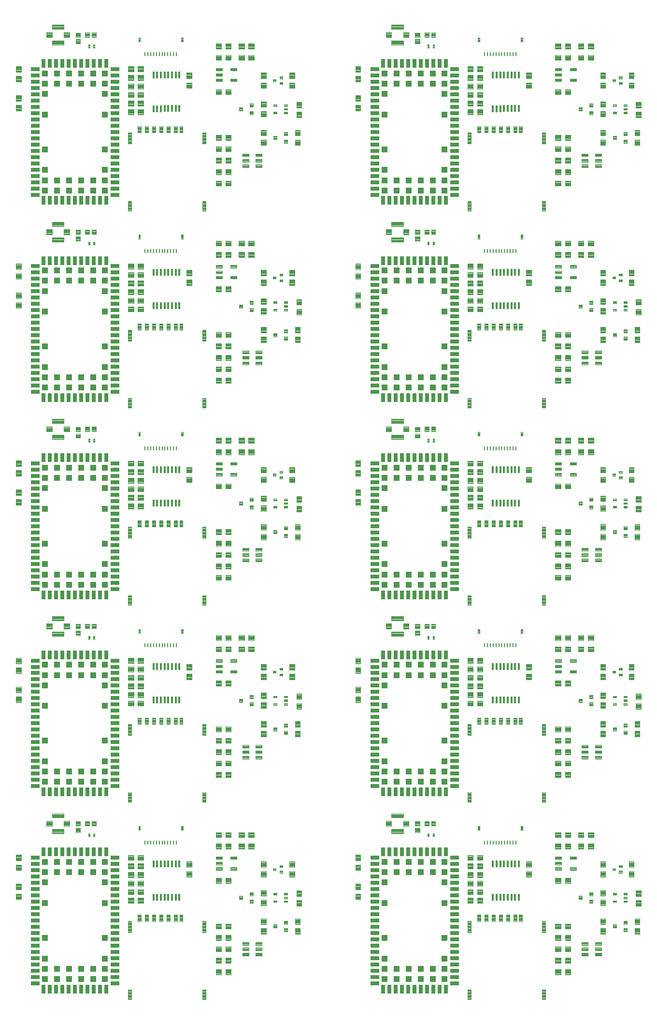
<source format=gtp>
G04 EAGLE Gerber RS-274X export*
G75*
%MOMM*%
%FSLAX34Y34*%
%LPD*%
%INSolderpaste Top*%
%IPPOS*%
%AMOC8*
5,1,8,0,0,1.08239X$1,22.5*%
G01*
%ADD10R,1.550000X0.750000*%
%ADD11R,0.750000X1.550000*%
%ADD12R,1.050000X1.050000*%
%ADD13C,0.100000*%
%ADD14C,0.102000*%
%ADD15C,0.103122*%
%ADD16C,0.105000*%
%ADD17C,0.100800*%
%ADD18C,0.101200*%
%ADD19R,0.400000X1.300000*%
%ADD20R,0.400000X1.275000*%
%ADD21C,0.104000*%
%ADD22C,0.099000*%
%ADD23R,0.250000X0.650000*%


D10*
X75000Y250000D03*
X75000Y239000D03*
X75000Y228000D03*
X75000Y217000D03*
X75000Y206000D03*
X75000Y195000D03*
X75000Y184000D03*
X75000Y173000D03*
X75000Y162000D03*
X75000Y151000D03*
X75000Y140000D03*
X75000Y129000D03*
X75000Y118000D03*
X75000Y107000D03*
X75000Y96000D03*
X75000Y85000D03*
X75000Y74000D03*
X75000Y63000D03*
X75000Y52000D03*
X75000Y41000D03*
X75000Y30000D03*
D11*
X90000Y20000D03*
X101000Y20000D03*
X112000Y20000D03*
X123000Y20000D03*
X134000Y20000D03*
X145000Y20000D03*
X156000Y20000D03*
X167000Y20000D03*
X178000Y20000D03*
X189000Y20000D03*
X200000Y20000D03*
D10*
X215000Y30000D03*
X215000Y41000D03*
X215000Y52000D03*
X215000Y63000D03*
X215000Y74000D03*
X215000Y85000D03*
X215000Y96000D03*
X215000Y107000D03*
X215000Y118000D03*
X215000Y129000D03*
X215000Y140000D03*
X215000Y151000D03*
X215000Y162000D03*
X215000Y173000D03*
X215000Y184000D03*
X215000Y195000D03*
X215000Y206000D03*
X215000Y217000D03*
X215000Y228000D03*
X215000Y239000D03*
X215000Y250000D03*
D11*
X200000Y260000D03*
X189000Y260000D03*
X178000Y260000D03*
X167000Y260000D03*
X156000Y260000D03*
X145000Y260000D03*
X134000Y260000D03*
X123000Y260000D03*
X112000Y260000D03*
X101000Y260000D03*
X90000Y260000D03*
D12*
X92500Y242500D03*
X113500Y242500D03*
X134500Y242500D03*
X155500Y242500D03*
X176500Y242500D03*
X197500Y242500D03*
X92500Y224500D03*
X113500Y224500D03*
X134500Y224500D03*
X155500Y224500D03*
X176500Y224500D03*
X197500Y224500D03*
X92500Y206500D03*
X197500Y206500D03*
X92500Y170500D03*
X197500Y170500D03*
X197500Y37500D03*
X176500Y37500D03*
X155500Y37500D03*
X134500Y37500D03*
X113500Y37500D03*
X92500Y37500D03*
X197500Y55500D03*
X176500Y55500D03*
X155500Y55500D03*
X134500Y55500D03*
X113500Y55500D03*
X92500Y55500D03*
X197500Y73500D03*
X92500Y73500D03*
X197500Y109500D03*
X92500Y109500D03*
D13*
X237500Y230500D02*
X247500Y230500D01*
X237500Y230500D02*
X237500Y239500D01*
X247500Y239500D01*
X247500Y230500D01*
X247500Y231450D02*
X237500Y231450D01*
X237500Y232400D02*
X247500Y232400D01*
X247500Y233350D02*
X237500Y233350D01*
X237500Y234300D02*
X247500Y234300D01*
X247500Y235250D02*
X237500Y235250D01*
X237500Y236200D02*
X247500Y236200D01*
X247500Y237150D02*
X237500Y237150D01*
X237500Y238100D02*
X247500Y238100D01*
X247500Y239050D02*
X237500Y239050D01*
X254500Y230500D02*
X264500Y230500D01*
X254500Y230500D02*
X254500Y239500D01*
X264500Y239500D01*
X264500Y230500D01*
X264500Y231450D02*
X254500Y231450D01*
X254500Y232400D02*
X264500Y232400D01*
X264500Y233350D02*
X254500Y233350D01*
X254500Y234300D02*
X264500Y234300D01*
X264500Y235250D02*
X254500Y235250D01*
X254500Y236200D02*
X264500Y236200D01*
X264500Y237150D02*
X254500Y237150D01*
X254500Y238100D02*
X264500Y238100D01*
X264500Y239050D02*
X254500Y239050D01*
X247500Y215500D02*
X237500Y215500D01*
X237500Y224500D01*
X247500Y224500D01*
X247500Y215500D01*
X247500Y216450D02*
X237500Y216450D01*
X237500Y217400D02*
X247500Y217400D01*
X247500Y218350D02*
X237500Y218350D01*
X237500Y219300D02*
X247500Y219300D01*
X247500Y220250D02*
X237500Y220250D01*
X237500Y221200D02*
X247500Y221200D01*
X247500Y222150D02*
X237500Y222150D01*
X237500Y223100D02*
X247500Y223100D01*
X247500Y224050D02*
X237500Y224050D01*
X254500Y215500D02*
X264500Y215500D01*
X254500Y215500D02*
X254500Y224500D01*
X264500Y224500D01*
X264500Y215500D01*
X264500Y216450D02*
X254500Y216450D01*
X254500Y217400D02*
X264500Y217400D01*
X264500Y218350D02*
X254500Y218350D01*
X254500Y219300D02*
X264500Y219300D01*
X264500Y220250D02*
X254500Y220250D01*
X254500Y221200D02*
X264500Y221200D01*
X264500Y222150D02*
X254500Y222150D01*
X254500Y223100D02*
X264500Y223100D01*
X264500Y224050D02*
X254500Y224050D01*
X247500Y245500D02*
X237500Y245500D01*
X237500Y254500D01*
X247500Y254500D01*
X247500Y245500D01*
X247500Y246450D02*
X237500Y246450D01*
X237500Y247400D02*
X247500Y247400D01*
X247500Y248350D02*
X237500Y248350D01*
X237500Y249300D02*
X247500Y249300D01*
X247500Y250250D02*
X237500Y250250D01*
X237500Y251200D02*
X247500Y251200D01*
X247500Y252150D02*
X237500Y252150D01*
X237500Y253100D02*
X247500Y253100D01*
X247500Y254050D02*
X237500Y254050D01*
X254500Y245500D02*
X264500Y245500D01*
X254500Y245500D02*
X254500Y254500D01*
X264500Y254500D01*
X264500Y245500D01*
X264500Y246450D02*
X254500Y246450D01*
X254500Y247400D02*
X264500Y247400D01*
X264500Y248350D02*
X254500Y248350D01*
X254500Y249300D02*
X264500Y249300D01*
X264500Y250250D02*
X254500Y250250D01*
X254500Y251200D02*
X264500Y251200D01*
X264500Y252150D02*
X254500Y252150D01*
X254500Y253100D02*
X264500Y253100D01*
X264500Y254050D02*
X254500Y254050D01*
X254500Y194500D02*
X264500Y194500D01*
X264500Y185500D01*
X254500Y185500D01*
X254500Y194500D01*
X254500Y186450D02*
X264500Y186450D01*
X264500Y187400D02*
X254500Y187400D01*
X254500Y188350D02*
X264500Y188350D01*
X264500Y189300D02*
X254500Y189300D01*
X254500Y190250D02*
X264500Y190250D01*
X264500Y191200D02*
X254500Y191200D01*
X254500Y192150D02*
X264500Y192150D01*
X264500Y193100D02*
X254500Y193100D01*
X254500Y194050D02*
X264500Y194050D01*
X247500Y194500D02*
X237500Y194500D01*
X247500Y194500D02*
X247500Y185500D01*
X237500Y185500D01*
X237500Y194500D01*
X237500Y186450D02*
X247500Y186450D01*
X247500Y187400D02*
X237500Y187400D01*
X237500Y188350D02*
X247500Y188350D01*
X247500Y189300D02*
X237500Y189300D01*
X237500Y190250D02*
X247500Y190250D01*
X247500Y191200D02*
X237500Y191200D01*
X237500Y192150D02*
X247500Y192150D01*
X247500Y193100D02*
X237500Y193100D01*
X237500Y194050D02*
X247500Y194050D01*
X247500Y200500D02*
X237500Y200500D01*
X237500Y209500D01*
X247500Y209500D01*
X247500Y200500D01*
X247500Y201450D02*
X237500Y201450D01*
X237500Y202400D02*
X247500Y202400D01*
X247500Y203350D02*
X237500Y203350D01*
X237500Y204300D02*
X247500Y204300D01*
X247500Y205250D02*
X237500Y205250D01*
X237500Y206200D02*
X247500Y206200D01*
X247500Y207150D02*
X237500Y207150D01*
X237500Y208100D02*
X247500Y208100D01*
X247500Y209050D02*
X237500Y209050D01*
X254500Y200500D02*
X264500Y200500D01*
X254500Y200500D02*
X254500Y209500D01*
X264500Y209500D01*
X264500Y200500D01*
X264500Y201450D02*
X254500Y201450D01*
X254500Y202400D02*
X264500Y202400D01*
X264500Y203350D02*
X254500Y203350D01*
X254500Y204300D02*
X264500Y204300D01*
X264500Y205250D02*
X254500Y205250D01*
X254500Y206200D02*
X264500Y206200D01*
X264500Y207150D02*
X254500Y207150D01*
X254500Y208100D02*
X264500Y208100D01*
X264500Y209050D02*
X254500Y209050D01*
D14*
X461010Y92490D02*
X461010Y87510D01*
X461010Y92490D02*
X471990Y92490D01*
X471990Y87510D01*
X461010Y87510D01*
X461010Y88479D02*
X471990Y88479D01*
X471990Y89448D02*
X461010Y89448D01*
X461010Y90417D02*
X471990Y90417D01*
X471990Y91386D02*
X461010Y91386D01*
X461010Y92355D02*
X471990Y92355D01*
X461010Y97010D02*
X461010Y101990D01*
X471990Y101990D01*
X471990Y97010D01*
X461010Y97010D01*
X461010Y97979D02*
X471990Y97979D01*
X471990Y98948D02*
X461010Y98948D01*
X461010Y99917D02*
X471990Y99917D01*
X471990Y100886D02*
X461010Y100886D01*
X461010Y101855D02*
X471990Y101855D01*
X461010Y82990D02*
X461010Y78010D01*
X461010Y82990D02*
X471990Y82990D01*
X471990Y78010D01*
X461010Y78010D01*
X461010Y78979D02*
X471990Y78979D01*
X471990Y79948D02*
X461010Y79948D01*
X461010Y80917D02*
X471990Y80917D01*
X471990Y81886D02*
X461010Y81886D01*
X461010Y82855D02*
X471990Y82855D01*
X448990Y97010D02*
X448990Y101990D01*
X448990Y97010D02*
X438010Y97010D01*
X438010Y101990D01*
X448990Y101990D01*
X448990Y97979D02*
X438010Y97979D01*
X438010Y98948D02*
X448990Y98948D01*
X448990Y99917D02*
X438010Y99917D01*
X438010Y100886D02*
X448990Y100886D01*
X448990Y101855D02*
X438010Y101855D01*
X448990Y92490D02*
X448990Y87510D01*
X438010Y87510D01*
X438010Y92490D01*
X448990Y92490D01*
X448990Y88479D02*
X438010Y88479D01*
X438010Y89448D02*
X448990Y89448D01*
X448990Y90417D02*
X438010Y90417D01*
X438010Y91386D02*
X448990Y91386D01*
X448990Y92355D02*
X438010Y92355D01*
X448990Y82990D02*
X448990Y78010D01*
X438010Y78010D01*
X438010Y82990D01*
X448990Y82990D01*
X448990Y78979D02*
X438010Y78979D01*
X438010Y79948D02*
X448990Y79948D01*
X448990Y80917D02*
X438010Y80917D01*
X438010Y81886D02*
X448990Y81886D01*
X448990Y82855D02*
X438010Y82855D01*
D13*
X401500Y85500D02*
X391500Y85500D01*
X391500Y94500D01*
X401500Y94500D01*
X401500Y85500D01*
X401500Y86450D02*
X391500Y86450D01*
X391500Y87400D02*
X401500Y87400D01*
X401500Y88350D02*
X391500Y88350D01*
X391500Y89300D02*
X401500Y89300D01*
X401500Y90250D02*
X391500Y90250D01*
X391500Y91200D02*
X401500Y91200D01*
X401500Y92150D02*
X391500Y92150D01*
X391500Y93100D02*
X401500Y93100D01*
X401500Y94050D02*
X391500Y94050D01*
X408500Y85500D02*
X418500Y85500D01*
X408500Y85500D02*
X408500Y94500D01*
X418500Y94500D01*
X418500Y85500D01*
X418500Y86450D02*
X408500Y86450D01*
X408500Y87400D02*
X418500Y87400D01*
X418500Y88350D02*
X408500Y88350D01*
X408500Y89300D02*
X418500Y89300D01*
X418500Y90250D02*
X408500Y90250D01*
X408500Y91200D02*
X418500Y91200D01*
X418500Y92150D02*
X408500Y92150D01*
X408500Y93100D02*
X418500Y93100D01*
X418500Y94050D02*
X408500Y94050D01*
X401500Y45500D02*
X391500Y45500D01*
X391500Y54500D01*
X401500Y54500D01*
X401500Y45500D01*
X401500Y46450D02*
X391500Y46450D01*
X391500Y47400D02*
X401500Y47400D01*
X401500Y48350D02*
X391500Y48350D01*
X391500Y49300D02*
X401500Y49300D01*
X401500Y50250D02*
X391500Y50250D01*
X391500Y51200D02*
X401500Y51200D01*
X401500Y52150D02*
X391500Y52150D01*
X391500Y53100D02*
X401500Y53100D01*
X401500Y54050D02*
X391500Y54050D01*
X408500Y45500D02*
X418500Y45500D01*
X408500Y45500D02*
X408500Y54500D01*
X418500Y54500D01*
X418500Y45500D01*
X418500Y46450D02*
X408500Y46450D01*
X408500Y47400D02*
X418500Y47400D01*
X418500Y48350D02*
X408500Y48350D01*
X408500Y49300D02*
X418500Y49300D01*
X418500Y50250D02*
X408500Y50250D01*
X408500Y51200D02*
X418500Y51200D01*
X418500Y52150D02*
X408500Y52150D01*
X408500Y53100D02*
X418500Y53100D01*
X418500Y54050D02*
X408500Y54050D01*
X408500Y74500D02*
X418500Y74500D01*
X418500Y65500D01*
X408500Y65500D01*
X408500Y74500D01*
X408500Y66450D02*
X418500Y66450D01*
X418500Y67400D02*
X408500Y67400D01*
X408500Y68350D02*
X418500Y68350D01*
X418500Y69300D02*
X408500Y69300D01*
X408500Y70250D02*
X418500Y70250D01*
X418500Y71200D02*
X408500Y71200D01*
X408500Y72150D02*
X418500Y72150D01*
X418500Y73100D02*
X408500Y73100D01*
X408500Y74050D02*
X418500Y74050D01*
X401500Y74500D02*
X391500Y74500D01*
X401500Y74500D02*
X401500Y65500D01*
X391500Y65500D01*
X391500Y74500D01*
X391500Y66450D02*
X401500Y66450D01*
X401500Y67400D02*
X391500Y67400D01*
X391500Y68350D02*
X401500Y68350D01*
X401500Y69300D02*
X391500Y69300D01*
X391500Y70250D02*
X401500Y70250D01*
X401500Y71200D02*
X391500Y71200D01*
X391500Y72150D02*
X401500Y72150D01*
X401500Y73100D02*
X391500Y73100D01*
X391500Y74050D02*
X401500Y74050D01*
X408500Y114500D02*
X418500Y114500D01*
X418500Y105500D01*
X408500Y105500D01*
X408500Y114500D01*
X408500Y106450D02*
X418500Y106450D01*
X418500Y107400D02*
X408500Y107400D01*
X408500Y108350D02*
X418500Y108350D01*
X418500Y109300D02*
X408500Y109300D01*
X408500Y110250D02*
X418500Y110250D01*
X418500Y111200D02*
X408500Y111200D01*
X408500Y112150D02*
X418500Y112150D01*
X418500Y113100D02*
X408500Y113100D01*
X408500Y114050D02*
X418500Y114050D01*
X401500Y114500D02*
X391500Y114500D01*
X401500Y114500D02*
X401500Y105500D01*
X391500Y105500D01*
X391500Y114500D01*
X391500Y106450D02*
X401500Y106450D01*
X401500Y107400D02*
X391500Y107400D01*
X391500Y108350D02*
X401500Y108350D01*
X401500Y109300D02*
X391500Y109300D01*
X391500Y110250D02*
X401500Y110250D01*
X401500Y111200D02*
X391500Y111200D01*
X391500Y112150D02*
X401500Y112150D01*
X401500Y113100D02*
X391500Y113100D01*
X391500Y114050D02*
X401500Y114050D01*
X408500Y134500D02*
X418500Y134500D01*
X418500Y125500D01*
X408500Y125500D01*
X408500Y134500D01*
X408500Y126450D02*
X418500Y126450D01*
X418500Y127400D02*
X408500Y127400D01*
X408500Y128350D02*
X418500Y128350D01*
X418500Y129300D02*
X408500Y129300D01*
X408500Y130250D02*
X418500Y130250D01*
X418500Y131200D02*
X408500Y131200D01*
X408500Y132150D02*
X418500Y132150D01*
X418500Y133100D02*
X408500Y133100D01*
X408500Y134050D02*
X418500Y134050D01*
X401500Y134500D02*
X391500Y134500D01*
X401500Y134500D02*
X401500Y125500D01*
X391500Y125500D01*
X391500Y134500D01*
X391500Y126450D02*
X401500Y126450D01*
X401500Y127400D02*
X391500Y127400D01*
X391500Y128350D02*
X401500Y128350D01*
X401500Y129300D02*
X391500Y129300D01*
X391500Y130250D02*
X401500Y130250D01*
X401500Y131200D02*
X391500Y131200D01*
X391500Y132150D02*
X401500Y132150D01*
X401500Y133100D02*
X391500Y133100D01*
X391500Y134050D02*
X401500Y134050D01*
D15*
X179081Y292787D02*
X176555Y292787D01*
X179081Y292787D02*
X179081Y287213D01*
X176555Y287213D01*
X176555Y292787D01*
X176555Y288192D02*
X179081Y288192D01*
X179081Y289171D02*
X176555Y289171D01*
X176555Y290150D02*
X179081Y290150D01*
X179081Y291129D02*
X176555Y291129D01*
X176555Y292108D02*
X179081Y292108D01*
X170445Y292787D02*
X167919Y292787D01*
X170445Y292787D02*
X170445Y287213D01*
X167919Y287213D01*
X167919Y292787D01*
X167919Y288192D02*
X170445Y288192D01*
X170445Y289171D02*
X167919Y289171D01*
X167919Y290150D02*
X170445Y290150D01*
X170445Y291129D02*
X167919Y291129D01*
X167919Y292108D02*
X170445Y292108D01*
D14*
X174060Y313990D02*
X181540Y313990D01*
X181540Y306010D01*
X174060Y306010D01*
X174060Y313990D01*
X174060Y306979D02*
X181540Y306979D01*
X181540Y307948D02*
X174060Y307948D01*
X174060Y308917D02*
X181540Y308917D01*
X181540Y309886D02*
X174060Y309886D01*
X174060Y310855D02*
X181540Y310855D01*
X181540Y311824D02*
X174060Y311824D01*
X174060Y312793D02*
X181540Y312793D01*
X181540Y313762D02*
X174060Y313762D01*
X169940Y313990D02*
X162460Y313990D01*
X169940Y313990D02*
X169940Y306010D01*
X162460Y306010D01*
X162460Y313990D01*
X162460Y306979D02*
X169940Y306979D01*
X169940Y307948D02*
X162460Y307948D01*
X162460Y308917D02*
X169940Y308917D01*
X169940Y309886D02*
X162460Y309886D01*
X162460Y310855D02*
X169940Y310855D01*
X169940Y311824D02*
X162460Y311824D01*
X162460Y312793D02*
X169940Y312793D01*
X169940Y313762D02*
X162460Y313762D01*
X146010Y313540D02*
X146010Y306060D01*
X146010Y313540D02*
X153990Y313540D01*
X153990Y306060D01*
X146010Y306060D01*
X146010Y307029D02*
X153990Y307029D01*
X153990Y307998D02*
X146010Y307998D01*
X146010Y308967D02*
X153990Y308967D01*
X153990Y309936D02*
X146010Y309936D01*
X146010Y310905D02*
X153990Y310905D01*
X153990Y311874D02*
X146010Y311874D01*
X146010Y312843D02*
X153990Y312843D01*
X146010Y301940D02*
X146010Y294460D01*
X146010Y301940D02*
X153990Y301940D01*
X153990Y294460D01*
X146010Y294460D01*
X146010Y295429D02*
X153990Y295429D01*
X153990Y296398D02*
X146010Y296398D01*
X146010Y297367D02*
X153990Y297367D01*
X153990Y298336D02*
X146010Y298336D01*
X146010Y299305D02*
X153990Y299305D01*
X153990Y300274D02*
X146010Y300274D01*
X146010Y301243D02*
X153990Y301243D01*
D13*
X254500Y179500D02*
X264500Y179500D01*
X264500Y170500D01*
X254500Y170500D01*
X254500Y179500D01*
X254500Y171450D02*
X264500Y171450D01*
X264500Y172400D02*
X254500Y172400D01*
X254500Y173350D02*
X264500Y173350D01*
X264500Y174300D02*
X254500Y174300D01*
X254500Y175250D02*
X264500Y175250D01*
X264500Y176200D02*
X254500Y176200D01*
X254500Y177150D02*
X264500Y177150D01*
X264500Y178100D02*
X254500Y178100D01*
X254500Y179050D02*
X264500Y179050D01*
X247500Y179500D02*
X237500Y179500D01*
X247500Y179500D02*
X247500Y170500D01*
X237500Y170500D01*
X237500Y179500D01*
X237500Y171450D02*
X247500Y171450D01*
X247500Y172400D02*
X237500Y172400D01*
X237500Y173350D02*
X247500Y173350D01*
X247500Y174300D02*
X237500Y174300D01*
X237500Y175250D02*
X247500Y175250D01*
X247500Y176200D02*
X237500Y176200D01*
X237500Y177150D02*
X247500Y177150D01*
X247500Y178100D02*
X237500Y178100D01*
X237500Y179050D02*
X247500Y179050D01*
D16*
X517225Y126475D02*
X517225Y120525D01*
X511275Y120525D01*
X511275Y126475D01*
X517225Y126475D01*
X517225Y121522D02*
X511275Y121522D01*
X511275Y122519D02*
X517225Y122519D01*
X517225Y123516D02*
X511275Y123516D01*
X511275Y124513D02*
X517225Y124513D01*
X517225Y125510D02*
X511275Y125510D01*
X517225Y133525D02*
X517225Y139475D01*
X517225Y133525D02*
X511275Y133525D01*
X511275Y139475D01*
X517225Y139475D01*
X517225Y134522D02*
X511275Y134522D01*
X511275Y135519D02*
X517225Y135519D01*
X517225Y136516D02*
X511275Y136516D01*
X511275Y137513D02*
X517225Y137513D01*
X517225Y138510D02*
X511275Y138510D01*
X498725Y132975D02*
X498725Y127025D01*
X492775Y127025D01*
X492775Y132975D01*
X498725Y132975D01*
X498725Y128022D02*
X492775Y128022D01*
X492775Y129019D02*
X498725Y129019D01*
X498725Y130016D02*
X492775Y130016D01*
X492775Y131013D02*
X498725Y131013D01*
X498725Y132010D02*
X492775Y132010D01*
D13*
X530500Y133500D02*
X530500Y143500D01*
X539500Y143500D01*
X539500Y133500D01*
X530500Y133500D01*
X530500Y134450D02*
X539500Y134450D01*
X539500Y135400D02*
X530500Y135400D01*
X530500Y136350D02*
X539500Y136350D01*
X539500Y137300D02*
X530500Y137300D01*
X530500Y138250D02*
X539500Y138250D01*
X539500Y139200D02*
X530500Y139200D01*
X530500Y140150D02*
X539500Y140150D01*
X539500Y141100D02*
X530500Y141100D01*
X530500Y142050D02*
X539500Y142050D01*
X539500Y143000D02*
X530500Y143000D01*
X530500Y126500D02*
X530500Y116500D01*
X530500Y126500D02*
X539500Y126500D01*
X539500Y116500D01*
X530500Y116500D01*
X530500Y117450D02*
X539500Y117450D01*
X539500Y118400D02*
X530500Y118400D01*
X530500Y119350D02*
X539500Y119350D01*
X539500Y120300D02*
X530500Y120300D01*
X530500Y121250D02*
X539500Y121250D01*
X539500Y122200D02*
X530500Y122200D01*
X530500Y123150D02*
X539500Y123150D01*
X539500Y124100D02*
X530500Y124100D01*
X530500Y125050D02*
X539500Y125050D01*
X539500Y126000D02*
X530500Y126000D01*
D17*
X498496Y171904D02*
X498496Y175096D01*
X498496Y171904D02*
X492504Y171904D01*
X492504Y175096D01*
X498496Y175096D01*
X498496Y172862D02*
X492504Y172862D01*
X492504Y173820D02*
X498496Y173820D01*
X498496Y174778D02*
X492504Y174778D01*
X498496Y184904D02*
X498496Y188096D01*
X498496Y184904D02*
X492504Y184904D01*
X492504Y188096D01*
X498496Y188096D01*
X498496Y185862D02*
X492504Y185862D01*
X492504Y186820D02*
X498496Y186820D01*
X498496Y187778D02*
X492504Y187778D01*
X517496Y175096D02*
X517496Y171904D01*
X511504Y171904D01*
X511504Y175096D01*
X517496Y175096D01*
X517496Y172862D02*
X511504Y172862D01*
X511504Y173820D02*
X517496Y173820D01*
X517496Y174778D02*
X511504Y174778D01*
X517496Y184904D02*
X517496Y188096D01*
X517496Y184904D02*
X511504Y184904D01*
X511504Y188096D01*
X517496Y188096D01*
X517496Y185862D02*
X511504Y185862D01*
X511504Y186820D02*
X517496Y186820D01*
X517496Y187778D02*
X511504Y187778D01*
X517496Y181596D02*
X517496Y178404D01*
X511504Y178404D01*
X511504Y181596D01*
X517496Y181596D01*
X517496Y179362D02*
X511504Y179362D01*
X511504Y180320D02*
X517496Y180320D01*
X517496Y181278D02*
X511504Y181278D01*
D16*
X457225Y176475D02*
X457225Y170525D01*
X451275Y170525D01*
X451275Y176475D01*
X457225Y176475D01*
X457225Y171522D02*
X451275Y171522D01*
X451275Y172519D02*
X457225Y172519D01*
X457225Y173516D02*
X451275Y173516D01*
X451275Y174513D02*
X457225Y174513D01*
X457225Y175510D02*
X451275Y175510D01*
X457225Y183525D02*
X457225Y189475D01*
X457225Y183525D02*
X451275Y183525D01*
X451275Y189475D01*
X457225Y189475D01*
X457225Y184522D02*
X451275Y184522D01*
X451275Y185519D02*
X457225Y185519D01*
X457225Y186516D02*
X451275Y186516D01*
X451275Y187513D02*
X457225Y187513D01*
X457225Y188510D02*
X451275Y188510D01*
X438725Y182975D02*
X438725Y177025D01*
X432775Y177025D01*
X432775Y182975D01*
X438725Y182975D01*
X438725Y178022D02*
X432775Y178022D01*
X432775Y179019D02*
X438725Y179019D01*
X438725Y180016D02*
X432775Y180016D01*
X432775Y181013D02*
X438725Y181013D01*
X438725Y182010D02*
X432775Y182010D01*
D13*
X470500Y183500D02*
X470500Y193500D01*
X479500Y193500D01*
X479500Y183500D01*
X470500Y183500D01*
X470500Y184450D02*
X479500Y184450D01*
X479500Y185400D02*
X470500Y185400D01*
X470500Y186350D02*
X479500Y186350D01*
X479500Y187300D02*
X470500Y187300D01*
X470500Y188250D02*
X479500Y188250D01*
X479500Y189200D02*
X470500Y189200D01*
X470500Y190150D02*
X479500Y190150D01*
X479500Y191100D02*
X470500Y191100D01*
X470500Y192050D02*
X479500Y192050D01*
X479500Y193000D02*
X470500Y193000D01*
X470500Y176500D02*
X470500Y166500D01*
X470500Y176500D02*
X479500Y176500D01*
X479500Y166500D01*
X470500Y166500D01*
X470500Y167450D02*
X479500Y167450D01*
X479500Y168400D02*
X470500Y168400D01*
X470500Y169350D02*
X479500Y169350D01*
X479500Y170300D02*
X470500Y170300D01*
X470500Y171250D02*
X479500Y171250D01*
X479500Y172200D02*
X470500Y172200D01*
X470500Y173150D02*
X479500Y173150D01*
X479500Y174100D02*
X470500Y174100D01*
X470500Y175050D02*
X479500Y175050D01*
X479500Y176000D02*
X470500Y176000D01*
D18*
X508744Y223206D02*
X508744Y226794D01*
X508744Y223206D02*
X503256Y223206D01*
X503256Y226794D01*
X508744Y226794D01*
X508744Y224167D02*
X503256Y224167D01*
X503256Y225128D02*
X508744Y225128D01*
X508744Y226089D02*
X503256Y226089D01*
X508744Y233206D02*
X508744Y236794D01*
X508744Y233206D02*
X503256Y233206D01*
X503256Y236794D01*
X508744Y236794D01*
X508744Y234167D02*
X503256Y234167D01*
X503256Y235128D02*
X508744Y235128D01*
X508744Y236089D02*
X503256Y236089D01*
X497244Y231794D02*
X497244Y228206D01*
X491756Y228206D01*
X491756Y231794D01*
X497244Y231794D01*
X497244Y229167D02*
X491756Y229167D01*
X491756Y230128D02*
X497244Y230128D01*
X497244Y231089D02*
X491756Y231089D01*
D13*
X520500Y233500D02*
X520500Y243500D01*
X529500Y243500D01*
X529500Y233500D01*
X520500Y233500D01*
X520500Y234450D02*
X529500Y234450D01*
X529500Y235400D02*
X520500Y235400D01*
X520500Y236350D02*
X529500Y236350D01*
X529500Y237300D02*
X520500Y237300D01*
X520500Y238250D02*
X529500Y238250D01*
X529500Y239200D02*
X520500Y239200D01*
X520500Y240150D02*
X529500Y240150D01*
X529500Y241100D02*
X520500Y241100D01*
X520500Y242050D02*
X529500Y242050D01*
X529500Y243000D02*
X520500Y243000D01*
X520500Y226500D02*
X520500Y216500D01*
X520500Y226500D02*
X529500Y226500D01*
X529500Y216500D01*
X520500Y216500D01*
X520500Y217450D02*
X529500Y217450D01*
X529500Y218400D02*
X520500Y218400D01*
X520500Y219350D02*
X529500Y219350D01*
X529500Y220300D02*
X520500Y220300D01*
X520500Y221250D02*
X529500Y221250D01*
X529500Y222200D02*
X520500Y222200D01*
X520500Y223150D02*
X529500Y223150D01*
X529500Y224100D02*
X520500Y224100D01*
X520500Y225050D02*
X529500Y225050D01*
X529500Y226000D02*
X520500Y226000D01*
X479500Y226500D02*
X479500Y216500D01*
X470500Y216500D01*
X470500Y226500D01*
X479500Y226500D01*
X479500Y217450D02*
X470500Y217450D01*
X470500Y218400D02*
X479500Y218400D01*
X479500Y219350D02*
X470500Y219350D01*
X470500Y220300D02*
X479500Y220300D01*
X479500Y221250D02*
X470500Y221250D01*
X470500Y222200D02*
X479500Y222200D01*
X479500Y223150D02*
X470500Y223150D01*
X470500Y224100D02*
X479500Y224100D01*
X479500Y225050D02*
X470500Y225050D01*
X470500Y226000D02*
X479500Y226000D01*
X479500Y233500D02*
X479500Y243500D01*
X479500Y233500D02*
X470500Y233500D01*
X470500Y243500D01*
X479500Y243500D01*
X479500Y234450D02*
X470500Y234450D01*
X470500Y235400D02*
X479500Y235400D01*
X479500Y236350D02*
X470500Y236350D01*
X470500Y237300D02*
X479500Y237300D01*
X479500Y238250D02*
X470500Y238250D01*
X470500Y239200D02*
X479500Y239200D01*
X479500Y240150D02*
X470500Y240150D01*
X470500Y241100D02*
X479500Y241100D01*
X479500Y242050D02*
X470500Y242050D01*
X470500Y243000D02*
X479500Y243000D01*
X470500Y143500D02*
X470500Y133500D01*
X470500Y143500D02*
X479500Y143500D01*
X479500Y133500D01*
X470500Y133500D01*
X470500Y134450D02*
X479500Y134450D01*
X479500Y135400D02*
X470500Y135400D01*
X470500Y136350D02*
X479500Y136350D01*
X479500Y137300D02*
X470500Y137300D01*
X470500Y138250D02*
X479500Y138250D01*
X479500Y139200D02*
X470500Y139200D01*
X470500Y140150D02*
X479500Y140150D01*
X479500Y141100D02*
X470500Y141100D01*
X470500Y142050D02*
X479500Y142050D01*
X479500Y143000D02*
X470500Y143000D01*
X470500Y126500D02*
X470500Y116500D01*
X470500Y126500D02*
X479500Y126500D01*
X479500Y116500D01*
X470500Y116500D01*
X470500Y117450D02*
X479500Y117450D01*
X479500Y118400D02*
X470500Y118400D01*
X470500Y119350D02*
X479500Y119350D01*
X479500Y120300D02*
X470500Y120300D01*
X470500Y121250D02*
X479500Y121250D01*
X479500Y122200D02*
X470500Y122200D01*
X470500Y123150D02*
X479500Y123150D01*
X479500Y124100D02*
X470500Y124100D01*
X470500Y125050D02*
X479500Y125050D01*
X479500Y126000D02*
X470500Y126000D01*
X349500Y216500D02*
X349500Y226500D01*
X349500Y216500D02*
X340500Y216500D01*
X340500Y226500D01*
X349500Y226500D01*
X349500Y217450D02*
X340500Y217450D01*
X340500Y218400D02*
X349500Y218400D01*
X349500Y219350D02*
X340500Y219350D01*
X340500Y220300D02*
X349500Y220300D01*
X349500Y221250D02*
X340500Y221250D01*
X340500Y222200D02*
X349500Y222200D01*
X349500Y223150D02*
X340500Y223150D01*
X340500Y224100D02*
X349500Y224100D01*
X349500Y225050D02*
X340500Y225050D01*
X340500Y226000D02*
X349500Y226000D01*
X349500Y233500D02*
X349500Y243500D01*
X349500Y233500D02*
X340500Y233500D01*
X340500Y243500D01*
X349500Y243500D01*
X349500Y234450D02*
X340500Y234450D01*
X340500Y235400D02*
X349500Y235400D01*
X349500Y236350D02*
X340500Y236350D01*
X340500Y237300D02*
X349500Y237300D01*
X349500Y238250D02*
X340500Y238250D01*
X340500Y239200D02*
X349500Y239200D01*
X349500Y240150D02*
X340500Y240150D01*
X340500Y241100D02*
X349500Y241100D01*
X349500Y242050D02*
X340500Y242050D01*
X340500Y243000D02*
X349500Y243000D01*
D19*
X282250Y180750D03*
X288750Y180750D03*
X295250Y180750D03*
D20*
X301750Y180875D03*
X308250Y180875D03*
X314750Y180875D03*
X321250Y180875D03*
X327750Y180875D03*
D19*
X282250Y239250D03*
X288750Y239250D03*
X295250Y239250D03*
X301750Y239250D03*
X308250Y239250D03*
X314750Y239250D03*
X321250Y239250D03*
X327750Y239250D03*
D14*
X125490Y320010D02*
X104510Y320010D01*
X104510Y327490D01*
X125490Y327490D01*
X125490Y320010D01*
X125490Y320979D02*
X104510Y320979D01*
X104510Y321948D02*
X125490Y321948D01*
X125490Y322917D02*
X104510Y322917D01*
X104510Y323886D02*
X125490Y323886D01*
X125490Y324855D02*
X104510Y324855D01*
X104510Y325824D02*
X125490Y325824D01*
X125490Y326793D02*
X104510Y326793D01*
X104510Y292510D02*
X125490Y292510D01*
X104510Y292510D02*
X104510Y299990D01*
X125490Y299990D01*
X125490Y292510D01*
X125490Y293479D02*
X104510Y293479D01*
X104510Y294448D02*
X125490Y294448D01*
X125490Y295417D02*
X104510Y295417D01*
X104510Y296386D02*
X125490Y296386D01*
X125490Y297355D02*
X104510Y297355D01*
X104510Y298324D02*
X125490Y298324D01*
X125490Y299293D02*
X104510Y299293D01*
D13*
X125500Y305500D02*
X135000Y305500D01*
X125500Y305500D02*
X125500Y314500D01*
X135000Y314500D01*
X135000Y305500D01*
X135000Y306450D02*
X125500Y306450D01*
X125500Y307400D02*
X135000Y307400D01*
X135000Y308350D02*
X125500Y308350D01*
X125500Y309300D02*
X135000Y309300D01*
X135000Y310250D02*
X125500Y310250D01*
X125500Y311200D02*
X135000Y311200D01*
X135000Y312150D02*
X125500Y312150D01*
X125500Y313100D02*
X135000Y313100D01*
X135000Y314050D02*
X125500Y314050D01*
X104500Y305500D02*
X95000Y305500D01*
X95000Y314500D01*
X104500Y314500D01*
X104500Y305500D01*
X104500Y306450D02*
X95000Y306450D01*
X95000Y307400D02*
X104500Y307400D01*
X104500Y308350D02*
X95000Y308350D01*
X95000Y309300D02*
X104500Y309300D01*
X104500Y310250D02*
X95000Y310250D01*
X95000Y311200D02*
X104500Y311200D01*
X104500Y312150D02*
X95000Y312150D01*
X95000Y313100D02*
X104500Y313100D01*
X104500Y314050D02*
X95000Y314050D01*
D16*
X367975Y119025D02*
X373925Y119025D01*
X367975Y119025D02*
X367975Y138975D01*
X373925Y138975D01*
X373925Y119025D01*
X373925Y120022D02*
X367975Y120022D01*
X367975Y121019D02*
X373925Y121019D01*
X373925Y122016D02*
X367975Y122016D01*
X367975Y123013D02*
X373925Y123013D01*
X373925Y124010D02*
X367975Y124010D01*
X367975Y125007D02*
X373925Y125007D01*
X373925Y126004D02*
X367975Y126004D01*
X367975Y127001D02*
X373925Y127001D01*
X373925Y127998D02*
X367975Y127998D01*
X367975Y128995D02*
X373925Y128995D01*
X373925Y129992D02*
X367975Y129992D01*
X367975Y130989D02*
X373925Y130989D01*
X373925Y131986D02*
X367975Y131986D01*
X367975Y132983D02*
X373925Y132983D01*
X373925Y133980D02*
X367975Y133980D01*
X367975Y134977D02*
X373925Y134977D01*
X373925Y135974D02*
X367975Y135974D01*
X367975Y136971D02*
X373925Y136971D01*
X373925Y137968D02*
X367975Y137968D01*
X367975Y138965D02*
X373925Y138965D01*
X244025Y119025D02*
X238075Y119025D01*
X238075Y138975D01*
X244025Y138975D01*
X244025Y119025D01*
X244025Y120022D02*
X238075Y120022D01*
X238075Y121019D02*
X244025Y121019D01*
X244025Y122016D02*
X238075Y122016D01*
X238075Y123013D02*
X244025Y123013D01*
X244025Y124010D02*
X238075Y124010D01*
X238075Y125007D02*
X244025Y125007D01*
X244025Y126004D02*
X238075Y126004D01*
X238075Y127001D02*
X244025Y127001D01*
X244025Y127998D02*
X238075Y127998D01*
X238075Y128995D02*
X244025Y128995D01*
X244025Y129992D02*
X238075Y129992D01*
X238075Y130989D02*
X244025Y130989D01*
X244025Y131986D02*
X238075Y131986D01*
X238075Y132983D02*
X244025Y132983D01*
X244025Y133980D02*
X238075Y133980D01*
X238075Y134977D02*
X244025Y134977D01*
X244025Y135974D02*
X238075Y135974D01*
X238075Y136971D02*
X244025Y136971D01*
X244025Y137968D02*
X238075Y137968D01*
X238075Y138965D02*
X244025Y138965D01*
X244025Y2025D02*
X238075Y2025D01*
X238075Y18975D01*
X244025Y18975D01*
X244025Y2025D01*
X244025Y3022D02*
X238075Y3022D01*
X238075Y4019D02*
X244025Y4019D01*
X244025Y5016D02*
X238075Y5016D01*
X238075Y6013D02*
X244025Y6013D01*
X244025Y7010D02*
X238075Y7010D01*
X238075Y8007D02*
X244025Y8007D01*
X244025Y9004D02*
X238075Y9004D01*
X238075Y10001D02*
X244025Y10001D01*
X244025Y10998D02*
X238075Y10998D01*
X238075Y11995D02*
X244025Y11995D01*
X244025Y12992D02*
X238075Y12992D01*
X238075Y13989D02*
X244025Y13989D01*
X244025Y14986D02*
X238075Y14986D01*
X238075Y15983D02*
X244025Y15983D01*
X244025Y16980D02*
X238075Y16980D01*
X238075Y17977D02*
X244025Y17977D01*
X244025Y18974D02*
X238075Y18974D01*
X367975Y2025D02*
X373925Y2025D01*
X367975Y2025D02*
X367975Y18975D01*
X373925Y18975D01*
X373925Y2025D01*
X373925Y3022D02*
X367975Y3022D01*
X367975Y4019D02*
X373925Y4019D01*
X373925Y5016D02*
X367975Y5016D01*
X367975Y6013D02*
X373925Y6013D01*
X373925Y7010D02*
X367975Y7010D01*
X367975Y8007D02*
X373925Y8007D01*
X373925Y9004D02*
X367975Y9004D01*
X367975Y10001D02*
X373925Y10001D01*
X373925Y10998D02*
X367975Y10998D01*
X367975Y11995D02*
X373925Y11995D01*
X373925Y12992D02*
X367975Y12992D01*
X367975Y13989D02*
X373925Y13989D01*
X373925Y14986D02*
X367975Y14986D01*
X367975Y15983D02*
X373925Y15983D01*
X373925Y16980D02*
X367975Y16980D01*
X367975Y17977D02*
X373925Y17977D01*
X373925Y18974D02*
X367975Y18974D01*
D21*
X260480Y138720D02*
X255020Y138720D01*
X255020Y149980D01*
X260480Y149980D01*
X260480Y138720D01*
X260480Y139708D02*
X255020Y139708D01*
X255020Y140696D02*
X260480Y140696D01*
X260480Y141684D02*
X255020Y141684D01*
X255020Y142672D02*
X260480Y142672D01*
X260480Y143660D02*
X255020Y143660D01*
X255020Y144648D02*
X260480Y144648D01*
X260480Y145636D02*
X255020Y145636D01*
X255020Y146624D02*
X260480Y146624D01*
X260480Y147612D02*
X255020Y147612D01*
X255020Y148600D02*
X260480Y148600D01*
X260480Y149588D02*
X255020Y149588D01*
X267720Y138720D02*
X273180Y138720D01*
X267720Y138720D02*
X267720Y149980D01*
X273180Y149980D01*
X273180Y138720D01*
X273180Y139708D02*
X267720Y139708D01*
X267720Y140696D02*
X273180Y140696D01*
X273180Y141684D02*
X267720Y141684D01*
X267720Y142672D02*
X273180Y142672D01*
X273180Y143660D02*
X267720Y143660D01*
X267720Y144648D02*
X273180Y144648D01*
X273180Y145636D02*
X267720Y145636D01*
X267720Y146624D02*
X273180Y146624D01*
X273180Y147612D02*
X267720Y147612D01*
X267720Y148600D02*
X273180Y148600D01*
X273180Y149588D02*
X267720Y149588D01*
X280420Y138720D02*
X285880Y138720D01*
X280420Y138720D02*
X280420Y149980D01*
X285880Y149980D01*
X285880Y138720D01*
X285880Y139708D02*
X280420Y139708D01*
X280420Y140696D02*
X285880Y140696D01*
X285880Y141684D02*
X280420Y141684D01*
X280420Y142672D02*
X285880Y142672D01*
X285880Y143660D02*
X280420Y143660D01*
X280420Y144648D02*
X285880Y144648D01*
X285880Y145636D02*
X280420Y145636D01*
X280420Y146624D02*
X285880Y146624D01*
X285880Y147612D02*
X280420Y147612D01*
X280420Y148600D02*
X285880Y148600D01*
X285880Y149588D02*
X280420Y149588D01*
X293120Y138720D02*
X298580Y138720D01*
X293120Y138720D02*
X293120Y149980D01*
X298580Y149980D01*
X298580Y138720D01*
X298580Y139708D02*
X293120Y139708D01*
X293120Y140696D02*
X298580Y140696D01*
X298580Y141684D02*
X293120Y141684D01*
X293120Y142672D02*
X298580Y142672D01*
X298580Y143660D02*
X293120Y143660D01*
X293120Y144648D02*
X298580Y144648D01*
X298580Y145636D02*
X293120Y145636D01*
X293120Y146624D02*
X298580Y146624D01*
X298580Y147612D02*
X293120Y147612D01*
X293120Y148600D02*
X298580Y148600D01*
X298580Y149588D02*
X293120Y149588D01*
X305820Y138720D02*
X311280Y138720D01*
X305820Y138720D02*
X305820Y149980D01*
X311280Y149980D01*
X311280Y138720D01*
X311280Y139708D02*
X305820Y139708D01*
X305820Y140696D02*
X311280Y140696D01*
X311280Y141684D02*
X305820Y141684D01*
X305820Y142672D02*
X311280Y142672D01*
X311280Y143660D02*
X305820Y143660D01*
X305820Y144648D02*
X311280Y144648D01*
X311280Y145636D02*
X305820Y145636D01*
X305820Y146624D02*
X311280Y146624D01*
X311280Y147612D02*
X305820Y147612D01*
X305820Y148600D02*
X311280Y148600D01*
X311280Y149588D02*
X305820Y149588D01*
X318520Y138720D02*
X323980Y138720D01*
X318520Y138720D02*
X318520Y149980D01*
X323980Y149980D01*
X323980Y138720D01*
X323980Y139708D02*
X318520Y139708D01*
X318520Y140696D02*
X323980Y140696D01*
X323980Y141684D02*
X318520Y141684D01*
X318520Y142672D02*
X323980Y142672D01*
X323980Y143660D02*
X318520Y143660D01*
X318520Y144648D02*
X323980Y144648D01*
X323980Y145636D02*
X318520Y145636D01*
X318520Y146624D02*
X323980Y146624D01*
X323980Y147612D02*
X318520Y147612D01*
X318520Y148600D02*
X323980Y148600D01*
X323980Y149588D02*
X318520Y149588D01*
X328020Y138720D02*
X333480Y138720D01*
X328020Y138720D02*
X328020Y149980D01*
X333480Y149980D01*
X333480Y138720D01*
X333480Y139708D02*
X328020Y139708D01*
X328020Y140696D02*
X333480Y140696D01*
X333480Y141684D02*
X328020Y141684D01*
X328020Y142672D02*
X333480Y142672D01*
X333480Y143660D02*
X328020Y143660D01*
X328020Y144648D02*
X333480Y144648D01*
X333480Y145636D02*
X328020Y145636D01*
X328020Y146624D02*
X333480Y146624D01*
X333480Y147612D02*
X328020Y147612D01*
X328020Y148600D02*
X333480Y148600D01*
X333480Y149588D02*
X328020Y149588D01*
D13*
X431500Y285500D02*
X441500Y285500D01*
X431500Y285500D02*
X431500Y294500D01*
X441500Y294500D01*
X441500Y285500D01*
X441500Y286450D02*
X431500Y286450D01*
X431500Y287400D02*
X441500Y287400D01*
X441500Y288350D02*
X431500Y288350D01*
X431500Y289300D02*
X441500Y289300D01*
X441500Y290250D02*
X431500Y290250D01*
X431500Y291200D02*
X441500Y291200D01*
X441500Y292150D02*
X431500Y292150D01*
X431500Y293100D02*
X441500Y293100D01*
X441500Y294050D02*
X431500Y294050D01*
X448500Y285500D02*
X458500Y285500D01*
X448500Y285500D02*
X448500Y294500D01*
X458500Y294500D01*
X458500Y285500D01*
X458500Y286450D02*
X448500Y286450D01*
X448500Y287400D02*
X458500Y287400D01*
X458500Y288350D02*
X448500Y288350D01*
X448500Y289300D02*
X458500Y289300D01*
X458500Y290250D02*
X448500Y290250D01*
X448500Y291200D02*
X458500Y291200D01*
X458500Y292150D02*
X448500Y292150D01*
X448500Y293100D02*
X458500Y293100D01*
X458500Y294050D02*
X448500Y294050D01*
X448500Y274500D02*
X458500Y274500D01*
X458500Y265500D01*
X448500Y265500D01*
X448500Y274500D01*
X448500Y266450D02*
X458500Y266450D01*
X458500Y267400D02*
X448500Y267400D01*
X448500Y268350D02*
X458500Y268350D01*
X458500Y269300D02*
X448500Y269300D01*
X448500Y270250D02*
X458500Y270250D01*
X458500Y271200D02*
X448500Y271200D01*
X448500Y272150D02*
X458500Y272150D01*
X458500Y273100D02*
X448500Y273100D01*
X448500Y274050D02*
X458500Y274050D01*
X441500Y274500D02*
X431500Y274500D01*
X441500Y274500D02*
X441500Y265500D01*
X431500Y265500D01*
X431500Y274500D01*
X431500Y266450D02*
X441500Y266450D01*
X441500Y267400D02*
X431500Y267400D01*
X431500Y268350D02*
X441500Y268350D01*
X441500Y269300D02*
X431500Y269300D01*
X431500Y270250D02*
X441500Y270250D01*
X441500Y271200D02*
X431500Y271200D01*
X431500Y272150D02*
X441500Y272150D01*
X441500Y273100D02*
X431500Y273100D01*
X431500Y274050D02*
X441500Y274050D01*
D22*
X391494Y251755D02*
X391494Y247245D01*
X391494Y251755D02*
X402504Y251755D01*
X402504Y247245D01*
X391494Y247245D01*
X391494Y248185D02*
X402504Y248185D01*
X402504Y249125D02*
X391494Y249125D01*
X391494Y250065D02*
X402504Y250065D01*
X402504Y251005D02*
X391494Y251005D01*
X391494Y242255D02*
X391494Y237745D01*
X391494Y242255D02*
X402504Y242255D01*
X402504Y237745D01*
X391494Y237745D01*
X391494Y238685D02*
X402504Y238685D01*
X402504Y239625D02*
X391494Y239625D01*
X391494Y240565D02*
X402504Y240565D01*
X402504Y241505D02*
X391494Y241505D01*
X391494Y232755D02*
X391494Y228245D01*
X391494Y232755D02*
X402504Y232755D01*
X402504Y228245D01*
X391494Y228245D01*
X391494Y229185D02*
X402504Y229185D01*
X402504Y230125D02*
X391494Y230125D01*
X391494Y231065D02*
X402504Y231065D01*
X402504Y232005D02*
X391494Y232005D01*
X417496Y232755D02*
X417496Y228245D01*
X417496Y232755D02*
X428506Y232755D01*
X428506Y228245D01*
X417496Y228245D01*
X417496Y229185D02*
X428506Y229185D01*
X428506Y230125D02*
X417496Y230125D01*
X417496Y231065D02*
X428506Y231065D01*
X428506Y232005D02*
X417496Y232005D01*
X417496Y247245D02*
X417496Y251755D01*
X428506Y251755D01*
X428506Y247245D01*
X417496Y247245D01*
X417496Y248185D02*
X428506Y248185D01*
X428506Y249125D02*
X417496Y249125D01*
X417496Y250065D02*
X428506Y250065D01*
X428506Y251005D02*
X417496Y251005D01*
D13*
X418500Y214500D02*
X408500Y214500D01*
X418500Y214500D02*
X418500Y205500D01*
X408500Y205500D01*
X408500Y214500D01*
X408500Y206450D02*
X418500Y206450D01*
X418500Y207400D02*
X408500Y207400D01*
X408500Y208350D02*
X418500Y208350D01*
X418500Y209300D02*
X408500Y209300D01*
X408500Y210250D02*
X418500Y210250D01*
X418500Y211200D02*
X408500Y211200D01*
X408500Y212150D02*
X418500Y212150D01*
X418500Y213100D02*
X408500Y213100D01*
X408500Y214050D02*
X418500Y214050D01*
X401500Y214500D02*
X391500Y214500D01*
X401500Y214500D02*
X401500Y205500D01*
X391500Y205500D01*
X391500Y214500D01*
X391500Y206450D02*
X401500Y206450D01*
X401500Y207400D02*
X391500Y207400D01*
X391500Y208350D02*
X401500Y208350D01*
X401500Y209300D02*
X391500Y209300D01*
X391500Y210250D02*
X401500Y210250D01*
X401500Y211200D02*
X391500Y211200D01*
X391500Y212150D02*
X401500Y212150D01*
X401500Y213100D02*
X391500Y213100D01*
X391500Y214050D02*
X401500Y214050D01*
X401500Y285500D02*
X391500Y285500D01*
X391500Y294500D01*
X401500Y294500D01*
X401500Y285500D01*
X401500Y286450D02*
X391500Y286450D01*
X391500Y287400D02*
X401500Y287400D01*
X401500Y288350D02*
X391500Y288350D01*
X391500Y289300D02*
X401500Y289300D01*
X401500Y290250D02*
X391500Y290250D01*
X391500Y291200D02*
X401500Y291200D01*
X401500Y292150D02*
X391500Y292150D01*
X391500Y293100D02*
X401500Y293100D01*
X401500Y294050D02*
X391500Y294050D01*
X408500Y285500D02*
X418500Y285500D01*
X408500Y285500D02*
X408500Y294500D01*
X418500Y294500D01*
X418500Y285500D01*
X418500Y286450D02*
X408500Y286450D01*
X408500Y287400D02*
X418500Y287400D01*
X418500Y288350D02*
X408500Y288350D01*
X408500Y289300D02*
X418500Y289300D01*
X418500Y290250D02*
X408500Y290250D01*
X408500Y291200D02*
X418500Y291200D01*
X418500Y292150D02*
X408500Y292150D01*
X408500Y293100D02*
X418500Y293100D01*
X418500Y294050D02*
X408500Y294050D01*
X408500Y274500D02*
X418500Y274500D01*
X418500Y265500D01*
X408500Y265500D01*
X408500Y274500D01*
X408500Y266450D02*
X418500Y266450D01*
X418500Y267400D02*
X408500Y267400D01*
X408500Y268350D02*
X418500Y268350D01*
X418500Y269300D02*
X408500Y269300D01*
X408500Y270250D02*
X418500Y270250D01*
X418500Y271200D02*
X408500Y271200D01*
X408500Y272150D02*
X418500Y272150D01*
X418500Y273100D02*
X408500Y273100D01*
X408500Y274050D02*
X418500Y274050D01*
X401500Y274500D02*
X391500Y274500D01*
X401500Y274500D02*
X401500Y265500D01*
X391500Y265500D01*
X391500Y274500D01*
X391500Y266450D02*
X401500Y266450D01*
X401500Y267400D02*
X391500Y267400D01*
X391500Y268350D02*
X401500Y268350D01*
X401500Y269300D02*
X391500Y269300D01*
X391500Y270250D02*
X401500Y270250D01*
X401500Y271200D02*
X391500Y271200D01*
X391500Y272150D02*
X401500Y272150D01*
X401500Y273100D02*
X391500Y273100D01*
X391500Y274050D02*
X401500Y274050D01*
X541900Y175200D02*
X541900Y165200D01*
X532900Y165200D01*
X532900Y175200D01*
X541900Y175200D01*
X541900Y166150D02*
X532900Y166150D01*
X532900Y167100D02*
X541900Y167100D01*
X541900Y168050D02*
X532900Y168050D01*
X532900Y169000D02*
X541900Y169000D01*
X541900Y169950D02*
X532900Y169950D01*
X532900Y170900D02*
X541900Y170900D01*
X541900Y171850D02*
X532900Y171850D01*
X532900Y172800D02*
X541900Y172800D01*
X541900Y173750D02*
X532900Y173750D01*
X532900Y174700D02*
X541900Y174700D01*
X541900Y182200D02*
X541900Y192200D01*
X541900Y182200D02*
X532900Y182200D01*
X532900Y192200D01*
X541900Y192200D01*
X541900Y183150D02*
X532900Y183150D01*
X532900Y184100D02*
X541900Y184100D01*
X541900Y185050D02*
X532900Y185050D01*
X532900Y186000D02*
X541900Y186000D01*
X541900Y186950D02*
X532900Y186950D01*
X532900Y187900D02*
X541900Y187900D01*
X541900Y188850D02*
X532900Y188850D01*
X532900Y189800D02*
X541900Y189800D01*
X541900Y190750D02*
X532900Y190750D01*
X532900Y191700D02*
X541900Y191700D01*
X334000Y305000D02*
X331000Y305000D01*
X334000Y305000D02*
X334000Y298000D01*
X331000Y298000D01*
X331000Y305000D01*
X331000Y298950D02*
X334000Y298950D01*
X334000Y299900D02*
X331000Y299900D01*
X331000Y300850D02*
X334000Y300850D01*
X334000Y301800D02*
X331000Y301800D01*
X331000Y302750D02*
X334000Y302750D01*
X334000Y303700D02*
X331000Y303700D01*
X331000Y304650D02*
X334000Y304650D01*
D23*
X322500Y276500D03*
X317500Y276500D03*
D13*
X259000Y305000D02*
X256000Y305000D01*
X259000Y305000D02*
X259000Y298000D01*
X256000Y298000D01*
X256000Y305000D01*
X256000Y298950D02*
X259000Y298950D01*
X259000Y299900D02*
X256000Y299900D01*
X256000Y300850D02*
X259000Y300850D01*
X259000Y301800D02*
X256000Y301800D01*
X256000Y302750D02*
X259000Y302750D01*
X259000Y303700D02*
X256000Y303700D01*
X256000Y304650D02*
X259000Y304650D01*
D23*
X312500Y276500D03*
X307500Y276500D03*
X302500Y276500D03*
X297500Y276500D03*
X292500Y276500D03*
X287500Y276500D03*
X282500Y276500D03*
X277500Y276500D03*
X272500Y276500D03*
X267500Y276500D03*
D13*
X41300Y204000D02*
X41300Y194000D01*
X41300Y204000D02*
X50300Y204000D01*
X50300Y194000D01*
X41300Y194000D01*
X41300Y194950D02*
X50300Y194950D01*
X50300Y195900D02*
X41300Y195900D01*
X41300Y196850D02*
X50300Y196850D01*
X50300Y197800D02*
X41300Y197800D01*
X41300Y198750D02*
X50300Y198750D01*
X50300Y199700D02*
X41300Y199700D01*
X41300Y200650D02*
X50300Y200650D01*
X50300Y201600D02*
X41300Y201600D01*
X41300Y202550D02*
X50300Y202550D01*
X50300Y203500D02*
X41300Y203500D01*
X41300Y187000D02*
X41300Y177000D01*
X41300Y187000D02*
X50300Y187000D01*
X50300Y177000D01*
X41300Y177000D01*
X41300Y177950D02*
X50300Y177950D01*
X50300Y178900D02*
X41300Y178900D01*
X41300Y179850D02*
X50300Y179850D01*
X50300Y180800D02*
X41300Y180800D01*
X41300Y181750D02*
X50300Y181750D01*
X50300Y182700D02*
X41300Y182700D01*
X41300Y183650D02*
X50300Y183650D01*
X50300Y184600D02*
X41300Y184600D01*
X41300Y185550D02*
X50300Y185550D01*
X50300Y186500D02*
X41300Y186500D01*
X41300Y244800D02*
X41300Y254800D01*
X50300Y254800D01*
X50300Y244800D01*
X41300Y244800D01*
X41300Y245750D02*
X50300Y245750D01*
X50300Y246700D02*
X41300Y246700D01*
X41300Y247650D02*
X50300Y247650D01*
X50300Y248600D02*
X41300Y248600D01*
X41300Y249550D02*
X50300Y249550D01*
X50300Y250500D02*
X41300Y250500D01*
X41300Y251450D02*
X50300Y251450D01*
X50300Y252400D02*
X41300Y252400D01*
X41300Y253350D02*
X50300Y253350D01*
X50300Y254300D02*
X41300Y254300D01*
X41300Y237800D02*
X41300Y227800D01*
X41300Y237800D02*
X50300Y237800D01*
X50300Y227800D01*
X41300Y227800D01*
X41300Y228750D02*
X50300Y228750D01*
X50300Y229700D02*
X41300Y229700D01*
X41300Y230650D02*
X50300Y230650D01*
X50300Y231600D02*
X41300Y231600D01*
X41300Y232550D02*
X50300Y232550D01*
X50300Y233500D02*
X41300Y233500D01*
X41300Y234450D02*
X50300Y234450D01*
X50300Y235400D02*
X41300Y235400D01*
X41300Y236350D02*
X50300Y236350D01*
X50300Y237300D02*
X41300Y237300D01*
D10*
X670071Y250000D03*
X670071Y239000D03*
X670071Y228000D03*
X670071Y217000D03*
X670071Y206000D03*
X670071Y195000D03*
X670071Y184000D03*
X670071Y173000D03*
X670071Y162000D03*
X670071Y151000D03*
X670071Y140000D03*
X670071Y129000D03*
X670071Y118000D03*
X670071Y107000D03*
X670071Y96000D03*
X670071Y85000D03*
X670071Y74000D03*
X670071Y63000D03*
X670071Y52000D03*
X670071Y41000D03*
X670071Y30000D03*
D11*
X685071Y20000D03*
X696071Y20000D03*
X707071Y20000D03*
X718071Y20000D03*
X729071Y20000D03*
X740071Y20000D03*
X751071Y20000D03*
X762071Y20000D03*
X773071Y20000D03*
X784071Y20000D03*
X795071Y20000D03*
D10*
X810071Y30000D03*
X810071Y41000D03*
X810071Y52000D03*
X810071Y63000D03*
X810071Y74000D03*
X810071Y85000D03*
X810071Y96000D03*
X810071Y107000D03*
X810071Y118000D03*
X810071Y129000D03*
X810071Y140000D03*
X810071Y151000D03*
X810071Y162000D03*
X810071Y173000D03*
X810071Y184000D03*
X810071Y195000D03*
X810071Y206000D03*
X810071Y217000D03*
X810071Y228000D03*
X810071Y239000D03*
X810071Y250000D03*
D11*
X795071Y260000D03*
X784071Y260000D03*
X773071Y260000D03*
X762071Y260000D03*
X751071Y260000D03*
X740071Y260000D03*
X729071Y260000D03*
X718071Y260000D03*
X707071Y260000D03*
X696071Y260000D03*
X685071Y260000D03*
D12*
X687571Y242500D03*
X708571Y242500D03*
X729571Y242500D03*
X750571Y242500D03*
X771571Y242500D03*
X792571Y242500D03*
X687571Y224500D03*
X708571Y224500D03*
X729571Y224500D03*
X750571Y224500D03*
X771571Y224500D03*
X792571Y224500D03*
X687571Y206500D03*
X792571Y206500D03*
X687571Y170500D03*
X792571Y170500D03*
X792571Y37500D03*
X771571Y37500D03*
X750571Y37500D03*
X729571Y37500D03*
X708571Y37500D03*
X687571Y37500D03*
X792571Y55500D03*
X771571Y55500D03*
X750571Y55500D03*
X729571Y55500D03*
X708571Y55500D03*
X687571Y55500D03*
X792571Y73500D03*
X687571Y73500D03*
X792571Y109500D03*
X687571Y109500D03*
D13*
X832571Y230500D02*
X842571Y230500D01*
X832571Y230500D02*
X832571Y239500D01*
X842571Y239500D01*
X842571Y230500D01*
X842571Y231450D02*
X832571Y231450D01*
X832571Y232400D02*
X842571Y232400D01*
X842571Y233350D02*
X832571Y233350D01*
X832571Y234300D02*
X842571Y234300D01*
X842571Y235250D02*
X832571Y235250D01*
X832571Y236200D02*
X842571Y236200D01*
X842571Y237150D02*
X832571Y237150D01*
X832571Y238100D02*
X842571Y238100D01*
X842571Y239050D02*
X832571Y239050D01*
X849571Y230500D02*
X859571Y230500D01*
X849571Y230500D02*
X849571Y239500D01*
X859571Y239500D01*
X859571Y230500D01*
X859571Y231450D02*
X849571Y231450D01*
X849571Y232400D02*
X859571Y232400D01*
X859571Y233350D02*
X849571Y233350D01*
X849571Y234300D02*
X859571Y234300D01*
X859571Y235250D02*
X849571Y235250D01*
X849571Y236200D02*
X859571Y236200D01*
X859571Y237150D02*
X849571Y237150D01*
X849571Y238100D02*
X859571Y238100D01*
X859571Y239050D02*
X849571Y239050D01*
X842571Y215500D02*
X832571Y215500D01*
X832571Y224500D01*
X842571Y224500D01*
X842571Y215500D01*
X842571Y216450D02*
X832571Y216450D01*
X832571Y217400D02*
X842571Y217400D01*
X842571Y218350D02*
X832571Y218350D01*
X832571Y219300D02*
X842571Y219300D01*
X842571Y220250D02*
X832571Y220250D01*
X832571Y221200D02*
X842571Y221200D01*
X842571Y222150D02*
X832571Y222150D01*
X832571Y223100D02*
X842571Y223100D01*
X842571Y224050D02*
X832571Y224050D01*
X849571Y215500D02*
X859571Y215500D01*
X849571Y215500D02*
X849571Y224500D01*
X859571Y224500D01*
X859571Y215500D01*
X859571Y216450D02*
X849571Y216450D01*
X849571Y217400D02*
X859571Y217400D01*
X859571Y218350D02*
X849571Y218350D01*
X849571Y219300D02*
X859571Y219300D01*
X859571Y220250D02*
X849571Y220250D01*
X849571Y221200D02*
X859571Y221200D01*
X859571Y222150D02*
X849571Y222150D01*
X849571Y223100D02*
X859571Y223100D01*
X859571Y224050D02*
X849571Y224050D01*
X842571Y245500D02*
X832571Y245500D01*
X832571Y254500D01*
X842571Y254500D01*
X842571Y245500D01*
X842571Y246450D02*
X832571Y246450D01*
X832571Y247400D02*
X842571Y247400D01*
X842571Y248350D02*
X832571Y248350D01*
X832571Y249300D02*
X842571Y249300D01*
X842571Y250250D02*
X832571Y250250D01*
X832571Y251200D02*
X842571Y251200D01*
X842571Y252150D02*
X832571Y252150D01*
X832571Y253100D02*
X842571Y253100D01*
X842571Y254050D02*
X832571Y254050D01*
X849571Y245500D02*
X859571Y245500D01*
X849571Y245500D02*
X849571Y254500D01*
X859571Y254500D01*
X859571Y245500D01*
X859571Y246450D02*
X849571Y246450D01*
X849571Y247400D02*
X859571Y247400D01*
X859571Y248350D02*
X849571Y248350D01*
X849571Y249300D02*
X859571Y249300D01*
X859571Y250250D02*
X849571Y250250D01*
X849571Y251200D02*
X859571Y251200D01*
X859571Y252150D02*
X849571Y252150D01*
X849571Y253100D02*
X859571Y253100D01*
X859571Y254050D02*
X849571Y254050D01*
X849571Y194500D02*
X859571Y194500D01*
X859571Y185500D01*
X849571Y185500D01*
X849571Y194500D01*
X849571Y186450D02*
X859571Y186450D01*
X859571Y187400D02*
X849571Y187400D01*
X849571Y188350D02*
X859571Y188350D01*
X859571Y189300D02*
X849571Y189300D01*
X849571Y190250D02*
X859571Y190250D01*
X859571Y191200D02*
X849571Y191200D01*
X849571Y192150D02*
X859571Y192150D01*
X859571Y193100D02*
X849571Y193100D01*
X849571Y194050D02*
X859571Y194050D01*
X842571Y194500D02*
X832571Y194500D01*
X842571Y194500D02*
X842571Y185500D01*
X832571Y185500D01*
X832571Y194500D01*
X832571Y186450D02*
X842571Y186450D01*
X842571Y187400D02*
X832571Y187400D01*
X832571Y188350D02*
X842571Y188350D01*
X842571Y189300D02*
X832571Y189300D01*
X832571Y190250D02*
X842571Y190250D01*
X842571Y191200D02*
X832571Y191200D01*
X832571Y192150D02*
X842571Y192150D01*
X842571Y193100D02*
X832571Y193100D01*
X832571Y194050D02*
X842571Y194050D01*
X842571Y200500D02*
X832571Y200500D01*
X832571Y209500D01*
X842571Y209500D01*
X842571Y200500D01*
X842571Y201450D02*
X832571Y201450D01*
X832571Y202400D02*
X842571Y202400D01*
X842571Y203350D02*
X832571Y203350D01*
X832571Y204300D02*
X842571Y204300D01*
X842571Y205250D02*
X832571Y205250D01*
X832571Y206200D02*
X842571Y206200D01*
X842571Y207150D02*
X832571Y207150D01*
X832571Y208100D02*
X842571Y208100D01*
X842571Y209050D02*
X832571Y209050D01*
X849571Y200500D02*
X859571Y200500D01*
X849571Y200500D02*
X849571Y209500D01*
X859571Y209500D01*
X859571Y200500D01*
X859571Y201450D02*
X849571Y201450D01*
X849571Y202400D02*
X859571Y202400D01*
X859571Y203350D02*
X849571Y203350D01*
X849571Y204300D02*
X859571Y204300D01*
X859571Y205250D02*
X849571Y205250D01*
X849571Y206200D02*
X859571Y206200D01*
X859571Y207150D02*
X849571Y207150D01*
X849571Y208100D02*
X859571Y208100D01*
X859571Y209050D02*
X849571Y209050D01*
D14*
X1056081Y92490D02*
X1056081Y87510D01*
X1056081Y92490D02*
X1067061Y92490D01*
X1067061Y87510D01*
X1056081Y87510D01*
X1056081Y88479D02*
X1067061Y88479D01*
X1067061Y89448D02*
X1056081Y89448D01*
X1056081Y90417D02*
X1067061Y90417D01*
X1067061Y91386D02*
X1056081Y91386D01*
X1056081Y92355D02*
X1067061Y92355D01*
X1056081Y97010D02*
X1056081Y101990D01*
X1067061Y101990D01*
X1067061Y97010D01*
X1056081Y97010D01*
X1056081Y97979D02*
X1067061Y97979D01*
X1067061Y98948D02*
X1056081Y98948D01*
X1056081Y99917D02*
X1067061Y99917D01*
X1067061Y100886D02*
X1056081Y100886D01*
X1056081Y101855D02*
X1067061Y101855D01*
X1056081Y82990D02*
X1056081Y78010D01*
X1056081Y82990D02*
X1067061Y82990D01*
X1067061Y78010D01*
X1056081Y78010D01*
X1056081Y78979D02*
X1067061Y78979D01*
X1067061Y79948D02*
X1056081Y79948D01*
X1056081Y80917D02*
X1067061Y80917D01*
X1067061Y81886D02*
X1056081Y81886D01*
X1056081Y82855D02*
X1067061Y82855D01*
X1044061Y97010D02*
X1044061Y101990D01*
X1044061Y97010D02*
X1033081Y97010D01*
X1033081Y101990D01*
X1044061Y101990D01*
X1044061Y97979D02*
X1033081Y97979D01*
X1033081Y98948D02*
X1044061Y98948D01*
X1044061Y99917D02*
X1033081Y99917D01*
X1033081Y100886D02*
X1044061Y100886D01*
X1044061Y101855D02*
X1033081Y101855D01*
X1044061Y92490D02*
X1044061Y87510D01*
X1033081Y87510D01*
X1033081Y92490D01*
X1044061Y92490D01*
X1044061Y88479D02*
X1033081Y88479D01*
X1033081Y89448D02*
X1044061Y89448D01*
X1044061Y90417D02*
X1033081Y90417D01*
X1033081Y91386D02*
X1044061Y91386D01*
X1044061Y92355D02*
X1033081Y92355D01*
X1044061Y82990D02*
X1044061Y78010D01*
X1033081Y78010D01*
X1033081Y82990D01*
X1044061Y82990D01*
X1044061Y78979D02*
X1033081Y78979D01*
X1033081Y79948D02*
X1044061Y79948D01*
X1044061Y80917D02*
X1033081Y80917D01*
X1033081Y81886D02*
X1044061Y81886D01*
X1044061Y82855D02*
X1033081Y82855D01*
D13*
X996571Y85500D02*
X986571Y85500D01*
X986571Y94500D01*
X996571Y94500D01*
X996571Y85500D01*
X996571Y86450D02*
X986571Y86450D01*
X986571Y87400D02*
X996571Y87400D01*
X996571Y88350D02*
X986571Y88350D01*
X986571Y89300D02*
X996571Y89300D01*
X996571Y90250D02*
X986571Y90250D01*
X986571Y91200D02*
X996571Y91200D01*
X996571Y92150D02*
X986571Y92150D01*
X986571Y93100D02*
X996571Y93100D01*
X996571Y94050D02*
X986571Y94050D01*
X1003571Y85500D02*
X1013571Y85500D01*
X1003571Y85500D02*
X1003571Y94500D01*
X1013571Y94500D01*
X1013571Y85500D01*
X1013571Y86450D02*
X1003571Y86450D01*
X1003571Y87400D02*
X1013571Y87400D01*
X1013571Y88350D02*
X1003571Y88350D01*
X1003571Y89300D02*
X1013571Y89300D01*
X1013571Y90250D02*
X1003571Y90250D01*
X1003571Y91200D02*
X1013571Y91200D01*
X1013571Y92150D02*
X1003571Y92150D01*
X1003571Y93100D02*
X1013571Y93100D01*
X1013571Y94050D02*
X1003571Y94050D01*
X996571Y45500D02*
X986571Y45500D01*
X986571Y54500D01*
X996571Y54500D01*
X996571Y45500D01*
X996571Y46450D02*
X986571Y46450D01*
X986571Y47400D02*
X996571Y47400D01*
X996571Y48350D02*
X986571Y48350D01*
X986571Y49300D02*
X996571Y49300D01*
X996571Y50250D02*
X986571Y50250D01*
X986571Y51200D02*
X996571Y51200D01*
X996571Y52150D02*
X986571Y52150D01*
X986571Y53100D02*
X996571Y53100D01*
X996571Y54050D02*
X986571Y54050D01*
X1003571Y45500D02*
X1013571Y45500D01*
X1003571Y45500D02*
X1003571Y54500D01*
X1013571Y54500D01*
X1013571Y45500D01*
X1013571Y46450D02*
X1003571Y46450D01*
X1003571Y47400D02*
X1013571Y47400D01*
X1013571Y48350D02*
X1003571Y48350D01*
X1003571Y49300D02*
X1013571Y49300D01*
X1013571Y50250D02*
X1003571Y50250D01*
X1003571Y51200D02*
X1013571Y51200D01*
X1013571Y52150D02*
X1003571Y52150D01*
X1003571Y53100D02*
X1013571Y53100D01*
X1013571Y54050D02*
X1003571Y54050D01*
X1003571Y74500D02*
X1013571Y74500D01*
X1013571Y65500D01*
X1003571Y65500D01*
X1003571Y74500D01*
X1003571Y66450D02*
X1013571Y66450D01*
X1013571Y67400D02*
X1003571Y67400D01*
X1003571Y68350D02*
X1013571Y68350D01*
X1013571Y69300D02*
X1003571Y69300D01*
X1003571Y70250D02*
X1013571Y70250D01*
X1013571Y71200D02*
X1003571Y71200D01*
X1003571Y72150D02*
X1013571Y72150D01*
X1013571Y73100D02*
X1003571Y73100D01*
X1003571Y74050D02*
X1013571Y74050D01*
X996571Y74500D02*
X986571Y74500D01*
X996571Y74500D02*
X996571Y65500D01*
X986571Y65500D01*
X986571Y74500D01*
X986571Y66450D02*
X996571Y66450D01*
X996571Y67400D02*
X986571Y67400D01*
X986571Y68350D02*
X996571Y68350D01*
X996571Y69300D02*
X986571Y69300D01*
X986571Y70250D02*
X996571Y70250D01*
X996571Y71200D02*
X986571Y71200D01*
X986571Y72150D02*
X996571Y72150D01*
X996571Y73100D02*
X986571Y73100D01*
X986571Y74050D02*
X996571Y74050D01*
X1003571Y114500D02*
X1013571Y114500D01*
X1013571Y105500D01*
X1003571Y105500D01*
X1003571Y114500D01*
X1003571Y106450D02*
X1013571Y106450D01*
X1013571Y107400D02*
X1003571Y107400D01*
X1003571Y108350D02*
X1013571Y108350D01*
X1013571Y109300D02*
X1003571Y109300D01*
X1003571Y110250D02*
X1013571Y110250D01*
X1013571Y111200D02*
X1003571Y111200D01*
X1003571Y112150D02*
X1013571Y112150D01*
X1013571Y113100D02*
X1003571Y113100D01*
X1003571Y114050D02*
X1013571Y114050D01*
X996571Y114500D02*
X986571Y114500D01*
X996571Y114500D02*
X996571Y105500D01*
X986571Y105500D01*
X986571Y114500D01*
X986571Y106450D02*
X996571Y106450D01*
X996571Y107400D02*
X986571Y107400D01*
X986571Y108350D02*
X996571Y108350D01*
X996571Y109300D02*
X986571Y109300D01*
X986571Y110250D02*
X996571Y110250D01*
X996571Y111200D02*
X986571Y111200D01*
X986571Y112150D02*
X996571Y112150D01*
X996571Y113100D02*
X986571Y113100D01*
X986571Y114050D02*
X996571Y114050D01*
X1003571Y134500D02*
X1013571Y134500D01*
X1013571Y125500D01*
X1003571Y125500D01*
X1003571Y134500D01*
X1003571Y126450D02*
X1013571Y126450D01*
X1013571Y127400D02*
X1003571Y127400D01*
X1003571Y128350D02*
X1013571Y128350D01*
X1013571Y129300D02*
X1003571Y129300D01*
X1003571Y130250D02*
X1013571Y130250D01*
X1013571Y131200D02*
X1003571Y131200D01*
X1003571Y132150D02*
X1013571Y132150D01*
X1013571Y133100D02*
X1003571Y133100D01*
X1003571Y134050D02*
X1013571Y134050D01*
X996571Y134500D02*
X986571Y134500D01*
X996571Y134500D02*
X996571Y125500D01*
X986571Y125500D01*
X986571Y134500D01*
X986571Y126450D02*
X996571Y126450D01*
X996571Y127400D02*
X986571Y127400D01*
X986571Y128350D02*
X996571Y128350D01*
X996571Y129300D02*
X986571Y129300D01*
X986571Y130250D02*
X996571Y130250D01*
X996571Y131200D02*
X986571Y131200D01*
X986571Y132150D02*
X996571Y132150D01*
X996571Y133100D02*
X986571Y133100D01*
X986571Y134050D02*
X996571Y134050D01*
D15*
X774152Y292787D02*
X771626Y292787D01*
X774152Y292787D02*
X774152Y287213D01*
X771626Y287213D01*
X771626Y292787D01*
X771626Y288192D02*
X774152Y288192D01*
X774152Y289171D02*
X771626Y289171D01*
X771626Y290150D02*
X774152Y290150D01*
X774152Y291129D02*
X771626Y291129D01*
X771626Y292108D02*
X774152Y292108D01*
X765516Y292787D02*
X762990Y292787D01*
X765516Y292787D02*
X765516Y287213D01*
X762990Y287213D01*
X762990Y292787D01*
X762990Y288192D02*
X765516Y288192D01*
X765516Y289171D02*
X762990Y289171D01*
X762990Y290150D02*
X765516Y290150D01*
X765516Y291129D02*
X762990Y291129D01*
X762990Y292108D02*
X765516Y292108D01*
D14*
X769131Y313990D02*
X776611Y313990D01*
X776611Y306010D01*
X769131Y306010D01*
X769131Y313990D01*
X769131Y306979D02*
X776611Y306979D01*
X776611Y307948D02*
X769131Y307948D01*
X769131Y308917D02*
X776611Y308917D01*
X776611Y309886D02*
X769131Y309886D01*
X769131Y310855D02*
X776611Y310855D01*
X776611Y311824D02*
X769131Y311824D01*
X769131Y312793D02*
X776611Y312793D01*
X776611Y313762D02*
X769131Y313762D01*
X765011Y313990D02*
X757531Y313990D01*
X765011Y313990D02*
X765011Y306010D01*
X757531Y306010D01*
X757531Y313990D01*
X757531Y306979D02*
X765011Y306979D01*
X765011Y307948D02*
X757531Y307948D01*
X757531Y308917D02*
X765011Y308917D01*
X765011Y309886D02*
X757531Y309886D01*
X757531Y310855D02*
X765011Y310855D01*
X765011Y311824D02*
X757531Y311824D01*
X757531Y312793D02*
X765011Y312793D01*
X765011Y313762D02*
X757531Y313762D01*
X741081Y313540D02*
X741081Y306060D01*
X741081Y313540D02*
X749061Y313540D01*
X749061Y306060D01*
X741081Y306060D01*
X741081Y307029D02*
X749061Y307029D01*
X749061Y307998D02*
X741081Y307998D01*
X741081Y308967D02*
X749061Y308967D01*
X749061Y309936D02*
X741081Y309936D01*
X741081Y310905D02*
X749061Y310905D01*
X749061Y311874D02*
X741081Y311874D01*
X741081Y312843D02*
X749061Y312843D01*
X741081Y301940D02*
X741081Y294460D01*
X741081Y301940D02*
X749061Y301940D01*
X749061Y294460D01*
X741081Y294460D01*
X741081Y295429D02*
X749061Y295429D01*
X749061Y296398D02*
X741081Y296398D01*
X741081Y297367D02*
X749061Y297367D01*
X749061Y298336D02*
X741081Y298336D01*
X741081Y299305D02*
X749061Y299305D01*
X749061Y300274D02*
X741081Y300274D01*
X741081Y301243D02*
X749061Y301243D01*
D13*
X849571Y179500D02*
X859571Y179500D01*
X859571Y170500D01*
X849571Y170500D01*
X849571Y179500D01*
X849571Y171450D02*
X859571Y171450D01*
X859571Y172400D02*
X849571Y172400D01*
X849571Y173350D02*
X859571Y173350D01*
X859571Y174300D02*
X849571Y174300D01*
X849571Y175250D02*
X859571Y175250D01*
X859571Y176200D02*
X849571Y176200D01*
X849571Y177150D02*
X859571Y177150D01*
X859571Y178100D02*
X849571Y178100D01*
X849571Y179050D02*
X859571Y179050D01*
X842571Y179500D02*
X832571Y179500D01*
X842571Y179500D02*
X842571Y170500D01*
X832571Y170500D01*
X832571Y179500D01*
X832571Y171450D02*
X842571Y171450D01*
X842571Y172400D02*
X832571Y172400D01*
X832571Y173350D02*
X842571Y173350D01*
X842571Y174300D02*
X832571Y174300D01*
X832571Y175250D02*
X842571Y175250D01*
X842571Y176200D02*
X832571Y176200D01*
X832571Y177150D02*
X842571Y177150D01*
X842571Y178100D02*
X832571Y178100D01*
X832571Y179050D02*
X842571Y179050D01*
D16*
X1112296Y126475D02*
X1112296Y120525D01*
X1106346Y120525D01*
X1106346Y126475D01*
X1112296Y126475D01*
X1112296Y121522D02*
X1106346Y121522D01*
X1106346Y122519D02*
X1112296Y122519D01*
X1112296Y123516D02*
X1106346Y123516D01*
X1106346Y124513D02*
X1112296Y124513D01*
X1112296Y125510D02*
X1106346Y125510D01*
X1112296Y133525D02*
X1112296Y139475D01*
X1112296Y133525D02*
X1106346Y133525D01*
X1106346Y139475D01*
X1112296Y139475D01*
X1112296Y134522D02*
X1106346Y134522D01*
X1106346Y135519D02*
X1112296Y135519D01*
X1112296Y136516D02*
X1106346Y136516D01*
X1106346Y137513D02*
X1112296Y137513D01*
X1112296Y138510D02*
X1106346Y138510D01*
X1093796Y132975D02*
X1093796Y127025D01*
X1087846Y127025D01*
X1087846Y132975D01*
X1093796Y132975D01*
X1093796Y128022D02*
X1087846Y128022D01*
X1087846Y129019D02*
X1093796Y129019D01*
X1093796Y130016D02*
X1087846Y130016D01*
X1087846Y131013D02*
X1093796Y131013D01*
X1093796Y132010D02*
X1087846Y132010D01*
D13*
X1125571Y133500D02*
X1125571Y143500D01*
X1134571Y143500D01*
X1134571Y133500D01*
X1125571Y133500D01*
X1125571Y134450D02*
X1134571Y134450D01*
X1134571Y135400D02*
X1125571Y135400D01*
X1125571Y136350D02*
X1134571Y136350D01*
X1134571Y137300D02*
X1125571Y137300D01*
X1125571Y138250D02*
X1134571Y138250D01*
X1134571Y139200D02*
X1125571Y139200D01*
X1125571Y140150D02*
X1134571Y140150D01*
X1134571Y141100D02*
X1125571Y141100D01*
X1125571Y142050D02*
X1134571Y142050D01*
X1134571Y143000D02*
X1125571Y143000D01*
X1125571Y126500D02*
X1125571Y116500D01*
X1125571Y126500D02*
X1134571Y126500D01*
X1134571Y116500D01*
X1125571Y116500D01*
X1125571Y117450D02*
X1134571Y117450D01*
X1134571Y118400D02*
X1125571Y118400D01*
X1125571Y119350D02*
X1134571Y119350D01*
X1134571Y120300D02*
X1125571Y120300D01*
X1125571Y121250D02*
X1134571Y121250D01*
X1134571Y122200D02*
X1125571Y122200D01*
X1125571Y123150D02*
X1134571Y123150D01*
X1134571Y124100D02*
X1125571Y124100D01*
X1125571Y125050D02*
X1134571Y125050D01*
X1134571Y126000D02*
X1125571Y126000D01*
D17*
X1093567Y171904D02*
X1093567Y175096D01*
X1093567Y171904D02*
X1087575Y171904D01*
X1087575Y175096D01*
X1093567Y175096D01*
X1093567Y172862D02*
X1087575Y172862D01*
X1087575Y173820D02*
X1093567Y173820D01*
X1093567Y174778D02*
X1087575Y174778D01*
X1093567Y184904D02*
X1093567Y188096D01*
X1093567Y184904D02*
X1087575Y184904D01*
X1087575Y188096D01*
X1093567Y188096D01*
X1093567Y185862D02*
X1087575Y185862D01*
X1087575Y186820D02*
X1093567Y186820D01*
X1093567Y187778D02*
X1087575Y187778D01*
X1112567Y175096D02*
X1112567Y171904D01*
X1106575Y171904D01*
X1106575Y175096D01*
X1112567Y175096D01*
X1112567Y172862D02*
X1106575Y172862D01*
X1106575Y173820D02*
X1112567Y173820D01*
X1112567Y174778D02*
X1106575Y174778D01*
X1112567Y184904D02*
X1112567Y188096D01*
X1112567Y184904D02*
X1106575Y184904D01*
X1106575Y188096D01*
X1112567Y188096D01*
X1112567Y185862D02*
X1106575Y185862D01*
X1106575Y186820D02*
X1112567Y186820D01*
X1112567Y187778D02*
X1106575Y187778D01*
X1112567Y181596D02*
X1112567Y178404D01*
X1106575Y178404D01*
X1106575Y181596D01*
X1112567Y181596D01*
X1112567Y179362D02*
X1106575Y179362D01*
X1106575Y180320D02*
X1112567Y180320D01*
X1112567Y181278D02*
X1106575Y181278D01*
D16*
X1052296Y176475D02*
X1052296Y170525D01*
X1046346Y170525D01*
X1046346Y176475D01*
X1052296Y176475D01*
X1052296Y171522D02*
X1046346Y171522D01*
X1046346Y172519D02*
X1052296Y172519D01*
X1052296Y173516D02*
X1046346Y173516D01*
X1046346Y174513D02*
X1052296Y174513D01*
X1052296Y175510D02*
X1046346Y175510D01*
X1052296Y183525D02*
X1052296Y189475D01*
X1052296Y183525D02*
X1046346Y183525D01*
X1046346Y189475D01*
X1052296Y189475D01*
X1052296Y184522D02*
X1046346Y184522D01*
X1046346Y185519D02*
X1052296Y185519D01*
X1052296Y186516D02*
X1046346Y186516D01*
X1046346Y187513D02*
X1052296Y187513D01*
X1052296Y188510D02*
X1046346Y188510D01*
X1033796Y182975D02*
X1033796Y177025D01*
X1027846Y177025D01*
X1027846Y182975D01*
X1033796Y182975D01*
X1033796Y178022D02*
X1027846Y178022D01*
X1027846Y179019D02*
X1033796Y179019D01*
X1033796Y180016D02*
X1027846Y180016D01*
X1027846Y181013D02*
X1033796Y181013D01*
X1033796Y182010D02*
X1027846Y182010D01*
D13*
X1065571Y183500D02*
X1065571Y193500D01*
X1074571Y193500D01*
X1074571Y183500D01*
X1065571Y183500D01*
X1065571Y184450D02*
X1074571Y184450D01*
X1074571Y185400D02*
X1065571Y185400D01*
X1065571Y186350D02*
X1074571Y186350D01*
X1074571Y187300D02*
X1065571Y187300D01*
X1065571Y188250D02*
X1074571Y188250D01*
X1074571Y189200D02*
X1065571Y189200D01*
X1065571Y190150D02*
X1074571Y190150D01*
X1074571Y191100D02*
X1065571Y191100D01*
X1065571Y192050D02*
X1074571Y192050D01*
X1074571Y193000D02*
X1065571Y193000D01*
X1065571Y176500D02*
X1065571Y166500D01*
X1065571Y176500D02*
X1074571Y176500D01*
X1074571Y166500D01*
X1065571Y166500D01*
X1065571Y167450D02*
X1074571Y167450D01*
X1074571Y168400D02*
X1065571Y168400D01*
X1065571Y169350D02*
X1074571Y169350D01*
X1074571Y170300D02*
X1065571Y170300D01*
X1065571Y171250D02*
X1074571Y171250D01*
X1074571Y172200D02*
X1065571Y172200D01*
X1065571Y173150D02*
X1074571Y173150D01*
X1074571Y174100D02*
X1065571Y174100D01*
X1065571Y175050D02*
X1074571Y175050D01*
X1074571Y176000D02*
X1065571Y176000D01*
D18*
X1103815Y223206D02*
X1103815Y226794D01*
X1103815Y223206D02*
X1098327Y223206D01*
X1098327Y226794D01*
X1103815Y226794D01*
X1103815Y224167D02*
X1098327Y224167D01*
X1098327Y225128D02*
X1103815Y225128D01*
X1103815Y226089D02*
X1098327Y226089D01*
X1103815Y233206D02*
X1103815Y236794D01*
X1103815Y233206D02*
X1098327Y233206D01*
X1098327Y236794D01*
X1103815Y236794D01*
X1103815Y234167D02*
X1098327Y234167D01*
X1098327Y235128D02*
X1103815Y235128D01*
X1103815Y236089D02*
X1098327Y236089D01*
X1092315Y231794D02*
X1092315Y228206D01*
X1086827Y228206D01*
X1086827Y231794D01*
X1092315Y231794D01*
X1092315Y229167D02*
X1086827Y229167D01*
X1086827Y230128D02*
X1092315Y230128D01*
X1092315Y231089D02*
X1086827Y231089D01*
D13*
X1115571Y233500D02*
X1115571Y243500D01*
X1124571Y243500D01*
X1124571Y233500D01*
X1115571Y233500D01*
X1115571Y234450D02*
X1124571Y234450D01*
X1124571Y235400D02*
X1115571Y235400D01*
X1115571Y236350D02*
X1124571Y236350D01*
X1124571Y237300D02*
X1115571Y237300D01*
X1115571Y238250D02*
X1124571Y238250D01*
X1124571Y239200D02*
X1115571Y239200D01*
X1115571Y240150D02*
X1124571Y240150D01*
X1124571Y241100D02*
X1115571Y241100D01*
X1115571Y242050D02*
X1124571Y242050D01*
X1124571Y243000D02*
X1115571Y243000D01*
X1115571Y226500D02*
X1115571Y216500D01*
X1115571Y226500D02*
X1124571Y226500D01*
X1124571Y216500D01*
X1115571Y216500D01*
X1115571Y217450D02*
X1124571Y217450D01*
X1124571Y218400D02*
X1115571Y218400D01*
X1115571Y219350D02*
X1124571Y219350D01*
X1124571Y220300D02*
X1115571Y220300D01*
X1115571Y221250D02*
X1124571Y221250D01*
X1124571Y222200D02*
X1115571Y222200D01*
X1115571Y223150D02*
X1124571Y223150D01*
X1124571Y224100D02*
X1115571Y224100D01*
X1115571Y225050D02*
X1124571Y225050D01*
X1124571Y226000D02*
X1115571Y226000D01*
X1074571Y226500D02*
X1074571Y216500D01*
X1065571Y216500D01*
X1065571Y226500D01*
X1074571Y226500D01*
X1074571Y217450D02*
X1065571Y217450D01*
X1065571Y218400D02*
X1074571Y218400D01*
X1074571Y219350D02*
X1065571Y219350D01*
X1065571Y220300D02*
X1074571Y220300D01*
X1074571Y221250D02*
X1065571Y221250D01*
X1065571Y222200D02*
X1074571Y222200D01*
X1074571Y223150D02*
X1065571Y223150D01*
X1065571Y224100D02*
X1074571Y224100D01*
X1074571Y225050D02*
X1065571Y225050D01*
X1065571Y226000D02*
X1074571Y226000D01*
X1074571Y233500D02*
X1074571Y243500D01*
X1074571Y233500D02*
X1065571Y233500D01*
X1065571Y243500D01*
X1074571Y243500D01*
X1074571Y234450D02*
X1065571Y234450D01*
X1065571Y235400D02*
X1074571Y235400D01*
X1074571Y236350D02*
X1065571Y236350D01*
X1065571Y237300D02*
X1074571Y237300D01*
X1074571Y238250D02*
X1065571Y238250D01*
X1065571Y239200D02*
X1074571Y239200D01*
X1074571Y240150D02*
X1065571Y240150D01*
X1065571Y241100D02*
X1074571Y241100D01*
X1074571Y242050D02*
X1065571Y242050D01*
X1065571Y243000D02*
X1074571Y243000D01*
X1065571Y143500D02*
X1065571Y133500D01*
X1065571Y143500D02*
X1074571Y143500D01*
X1074571Y133500D01*
X1065571Y133500D01*
X1065571Y134450D02*
X1074571Y134450D01*
X1074571Y135400D02*
X1065571Y135400D01*
X1065571Y136350D02*
X1074571Y136350D01*
X1074571Y137300D02*
X1065571Y137300D01*
X1065571Y138250D02*
X1074571Y138250D01*
X1074571Y139200D02*
X1065571Y139200D01*
X1065571Y140150D02*
X1074571Y140150D01*
X1074571Y141100D02*
X1065571Y141100D01*
X1065571Y142050D02*
X1074571Y142050D01*
X1074571Y143000D02*
X1065571Y143000D01*
X1065571Y126500D02*
X1065571Y116500D01*
X1065571Y126500D02*
X1074571Y126500D01*
X1074571Y116500D01*
X1065571Y116500D01*
X1065571Y117450D02*
X1074571Y117450D01*
X1074571Y118400D02*
X1065571Y118400D01*
X1065571Y119350D02*
X1074571Y119350D01*
X1074571Y120300D02*
X1065571Y120300D01*
X1065571Y121250D02*
X1074571Y121250D01*
X1074571Y122200D02*
X1065571Y122200D01*
X1065571Y123150D02*
X1074571Y123150D01*
X1074571Y124100D02*
X1065571Y124100D01*
X1065571Y125050D02*
X1074571Y125050D01*
X1074571Y126000D02*
X1065571Y126000D01*
X944571Y216500D02*
X944571Y226500D01*
X944571Y216500D02*
X935571Y216500D01*
X935571Y226500D01*
X944571Y226500D01*
X944571Y217450D02*
X935571Y217450D01*
X935571Y218400D02*
X944571Y218400D01*
X944571Y219350D02*
X935571Y219350D01*
X935571Y220300D02*
X944571Y220300D01*
X944571Y221250D02*
X935571Y221250D01*
X935571Y222200D02*
X944571Y222200D01*
X944571Y223150D02*
X935571Y223150D01*
X935571Y224100D02*
X944571Y224100D01*
X944571Y225050D02*
X935571Y225050D01*
X935571Y226000D02*
X944571Y226000D01*
X944571Y233500D02*
X944571Y243500D01*
X944571Y233500D02*
X935571Y233500D01*
X935571Y243500D01*
X944571Y243500D01*
X944571Y234450D02*
X935571Y234450D01*
X935571Y235400D02*
X944571Y235400D01*
X944571Y236350D02*
X935571Y236350D01*
X935571Y237300D02*
X944571Y237300D01*
X944571Y238250D02*
X935571Y238250D01*
X935571Y239200D02*
X944571Y239200D01*
X944571Y240150D02*
X935571Y240150D01*
X935571Y241100D02*
X944571Y241100D01*
X944571Y242050D02*
X935571Y242050D01*
X935571Y243000D02*
X944571Y243000D01*
D19*
X877321Y180750D03*
X883821Y180750D03*
X890321Y180750D03*
D20*
X896821Y180875D03*
X903321Y180875D03*
X909821Y180875D03*
X916321Y180875D03*
X922821Y180875D03*
D19*
X877321Y239250D03*
X883821Y239250D03*
X890321Y239250D03*
X896821Y239250D03*
X903321Y239250D03*
X909821Y239250D03*
X916321Y239250D03*
X922821Y239250D03*
D14*
X720561Y320010D02*
X699581Y320010D01*
X699581Y327490D01*
X720561Y327490D01*
X720561Y320010D01*
X720561Y320979D02*
X699581Y320979D01*
X699581Y321948D02*
X720561Y321948D01*
X720561Y322917D02*
X699581Y322917D01*
X699581Y323886D02*
X720561Y323886D01*
X720561Y324855D02*
X699581Y324855D01*
X699581Y325824D02*
X720561Y325824D01*
X720561Y326793D02*
X699581Y326793D01*
X699581Y292510D02*
X720561Y292510D01*
X699581Y292510D02*
X699581Y299990D01*
X720561Y299990D01*
X720561Y292510D01*
X720561Y293479D02*
X699581Y293479D01*
X699581Y294448D02*
X720561Y294448D01*
X720561Y295417D02*
X699581Y295417D01*
X699581Y296386D02*
X720561Y296386D01*
X720561Y297355D02*
X699581Y297355D01*
X699581Y298324D02*
X720561Y298324D01*
X720561Y299293D02*
X699581Y299293D01*
D13*
X720571Y305500D02*
X730071Y305500D01*
X720571Y305500D02*
X720571Y314500D01*
X730071Y314500D01*
X730071Y305500D01*
X730071Y306450D02*
X720571Y306450D01*
X720571Y307400D02*
X730071Y307400D01*
X730071Y308350D02*
X720571Y308350D01*
X720571Y309300D02*
X730071Y309300D01*
X730071Y310250D02*
X720571Y310250D01*
X720571Y311200D02*
X730071Y311200D01*
X730071Y312150D02*
X720571Y312150D01*
X720571Y313100D02*
X730071Y313100D01*
X730071Y314050D02*
X720571Y314050D01*
X699571Y305500D02*
X690071Y305500D01*
X690071Y314500D01*
X699571Y314500D01*
X699571Y305500D01*
X699571Y306450D02*
X690071Y306450D01*
X690071Y307400D02*
X699571Y307400D01*
X699571Y308350D02*
X690071Y308350D01*
X690071Y309300D02*
X699571Y309300D01*
X699571Y310250D02*
X690071Y310250D01*
X690071Y311200D02*
X699571Y311200D01*
X699571Y312150D02*
X690071Y312150D01*
X690071Y313100D02*
X699571Y313100D01*
X699571Y314050D02*
X690071Y314050D01*
D16*
X963046Y119025D02*
X968996Y119025D01*
X963046Y119025D02*
X963046Y138975D01*
X968996Y138975D01*
X968996Y119025D01*
X968996Y120022D02*
X963046Y120022D01*
X963046Y121019D02*
X968996Y121019D01*
X968996Y122016D02*
X963046Y122016D01*
X963046Y123013D02*
X968996Y123013D01*
X968996Y124010D02*
X963046Y124010D01*
X963046Y125007D02*
X968996Y125007D01*
X968996Y126004D02*
X963046Y126004D01*
X963046Y127001D02*
X968996Y127001D01*
X968996Y127998D02*
X963046Y127998D01*
X963046Y128995D02*
X968996Y128995D01*
X968996Y129992D02*
X963046Y129992D01*
X963046Y130989D02*
X968996Y130989D01*
X968996Y131986D02*
X963046Y131986D01*
X963046Y132983D02*
X968996Y132983D01*
X968996Y133980D02*
X963046Y133980D01*
X963046Y134977D02*
X968996Y134977D01*
X968996Y135974D02*
X963046Y135974D01*
X963046Y136971D02*
X968996Y136971D01*
X968996Y137968D02*
X963046Y137968D01*
X963046Y138965D02*
X968996Y138965D01*
X839096Y119025D02*
X833146Y119025D01*
X833146Y138975D01*
X839096Y138975D01*
X839096Y119025D01*
X839096Y120022D02*
X833146Y120022D01*
X833146Y121019D02*
X839096Y121019D01*
X839096Y122016D02*
X833146Y122016D01*
X833146Y123013D02*
X839096Y123013D01*
X839096Y124010D02*
X833146Y124010D01*
X833146Y125007D02*
X839096Y125007D01*
X839096Y126004D02*
X833146Y126004D01*
X833146Y127001D02*
X839096Y127001D01*
X839096Y127998D02*
X833146Y127998D01*
X833146Y128995D02*
X839096Y128995D01*
X839096Y129992D02*
X833146Y129992D01*
X833146Y130989D02*
X839096Y130989D01*
X839096Y131986D02*
X833146Y131986D01*
X833146Y132983D02*
X839096Y132983D01*
X839096Y133980D02*
X833146Y133980D01*
X833146Y134977D02*
X839096Y134977D01*
X839096Y135974D02*
X833146Y135974D01*
X833146Y136971D02*
X839096Y136971D01*
X839096Y137968D02*
X833146Y137968D01*
X833146Y138965D02*
X839096Y138965D01*
X839096Y2025D02*
X833146Y2025D01*
X833146Y18975D01*
X839096Y18975D01*
X839096Y2025D01*
X839096Y3022D02*
X833146Y3022D01*
X833146Y4019D02*
X839096Y4019D01*
X839096Y5016D02*
X833146Y5016D01*
X833146Y6013D02*
X839096Y6013D01*
X839096Y7010D02*
X833146Y7010D01*
X833146Y8007D02*
X839096Y8007D01*
X839096Y9004D02*
X833146Y9004D01*
X833146Y10001D02*
X839096Y10001D01*
X839096Y10998D02*
X833146Y10998D01*
X833146Y11995D02*
X839096Y11995D01*
X839096Y12992D02*
X833146Y12992D01*
X833146Y13989D02*
X839096Y13989D01*
X839096Y14986D02*
X833146Y14986D01*
X833146Y15983D02*
X839096Y15983D01*
X839096Y16980D02*
X833146Y16980D01*
X833146Y17977D02*
X839096Y17977D01*
X839096Y18974D02*
X833146Y18974D01*
X963046Y2025D02*
X968996Y2025D01*
X963046Y2025D02*
X963046Y18975D01*
X968996Y18975D01*
X968996Y2025D01*
X968996Y3022D02*
X963046Y3022D01*
X963046Y4019D02*
X968996Y4019D01*
X968996Y5016D02*
X963046Y5016D01*
X963046Y6013D02*
X968996Y6013D01*
X968996Y7010D02*
X963046Y7010D01*
X963046Y8007D02*
X968996Y8007D01*
X968996Y9004D02*
X963046Y9004D01*
X963046Y10001D02*
X968996Y10001D01*
X968996Y10998D02*
X963046Y10998D01*
X963046Y11995D02*
X968996Y11995D01*
X968996Y12992D02*
X963046Y12992D01*
X963046Y13989D02*
X968996Y13989D01*
X968996Y14986D02*
X963046Y14986D01*
X963046Y15983D02*
X968996Y15983D01*
X968996Y16980D02*
X963046Y16980D01*
X963046Y17977D02*
X968996Y17977D01*
X968996Y18974D02*
X963046Y18974D01*
D21*
X855551Y138720D02*
X850091Y138720D01*
X850091Y149980D01*
X855551Y149980D01*
X855551Y138720D01*
X855551Y139708D02*
X850091Y139708D01*
X850091Y140696D02*
X855551Y140696D01*
X855551Y141684D02*
X850091Y141684D01*
X850091Y142672D02*
X855551Y142672D01*
X855551Y143660D02*
X850091Y143660D01*
X850091Y144648D02*
X855551Y144648D01*
X855551Y145636D02*
X850091Y145636D01*
X850091Y146624D02*
X855551Y146624D01*
X855551Y147612D02*
X850091Y147612D01*
X850091Y148600D02*
X855551Y148600D01*
X855551Y149588D02*
X850091Y149588D01*
X862791Y138720D02*
X868251Y138720D01*
X862791Y138720D02*
X862791Y149980D01*
X868251Y149980D01*
X868251Y138720D01*
X868251Y139708D02*
X862791Y139708D01*
X862791Y140696D02*
X868251Y140696D01*
X868251Y141684D02*
X862791Y141684D01*
X862791Y142672D02*
X868251Y142672D01*
X868251Y143660D02*
X862791Y143660D01*
X862791Y144648D02*
X868251Y144648D01*
X868251Y145636D02*
X862791Y145636D01*
X862791Y146624D02*
X868251Y146624D01*
X868251Y147612D02*
X862791Y147612D01*
X862791Y148600D02*
X868251Y148600D01*
X868251Y149588D02*
X862791Y149588D01*
X875491Y138720D02*
X880951Y138720D01*
X875491Y138720D02*
X875491Y149980D01*
X880951Y149980D01*
X880951Y138720D01*
X880951Y139708D02*
X875491Y139708D01*
X875491Y140696D02*
X880951Y140696D01*
X880951Y141684D02*
X875491Y141684D01*
X875491Y142672D02*
X880951Y142672D01*
X880951Y143660D02*
X875491Y143660D01*
X875491Y144648D02*
X880951Y144648D01*
X880951Y145636D02*
X875491Y145636D01*
X875491Y146624D02*
X880951Y146624D01*
X880951Y147612D02*
X875491Y147612D01*
X875491Y148600D02*
X880951Y148600D01*
X880951Y149588D02*
X875491Y149588D01*
X888191Y138720D02*
X893651Y138720D01*
X888191Y138720D02*
X888191Y149980D01*
X893651Y149980D01*
X893651Y138720D01*
X893651Y139708D02*
X888191Y139708D01*
X888191Y140696D02*
X893651Y140696D01*
X893651Y141684D02*
X888191Y141684D01*
X888191Y142672D02*
X893651Y142672D01*
X893651Y143660D02*
X888191Y143660D01*
X888191Y144648D02*
X893651Y144648D01*
X893651Y145636D02*
X888191Y145636D01*
X888191Y146624D02*
X893651Y146624D01*
X893651Y147612D02*
X888191Y147612D01*
X888191Y148600D02*
X893651Y148600D01*
X893651Y149588D02*
X888191Y149588D01*
X900891Y138720D02*
X906351Y138720D01*
X900891Y138720D02*
X900891Y149980D01*
X906351Y149980D01*
X906351Y138720D01*
X906351Y139708D02*
X900891Y139708D01*
X900891Y140696D02*
X906351Y140696D01*
X906351Y141684D02*
X900891Y141684D01*
X900891Y142672D02*
X906351Y142672D01*
X906351Y143660D02*
X900891Y143660D01*
X900891Y144648D02*
X906351Y144648D01*
X906351Y145636D02*
X900891Y145636D01*
X900891Y146624D02*
X906351Y146624D01*
X906351Y147612D02*
X900891Y147612D01*
X900891Y148600D02*
X906351Y148600D01*
X906351Y149588D02*
X900891Y149588D01*
X913591Y138720D02*
X919051Y138720D01*
X913591Y138720D02*
X913591Y149980D01*
X919051Y149980D01*
X919051Y138720D01*
X919051Y139708D02*
X913591Y139708D01*
X913591Y140696D02*
X919051Y140696D01*
X919051Y141684D02*
X913591Y141684D01*
X913591Y142672D02*
X919051Y142672D01*
X919051Y143660D02*
X913591Y143660D01*
X913591Y144648D02*
X919051Y144648D01*
X919051Y145636D02*
X913591Y145636D01*
X913591Y146624D02*
X919051Y146624D01*
X919051Y147612D02*
X913591Y147612D01*
X913591Y148600D02*
X919051Y148600D01*
X919051Y149588D02*
X913591Y149588D01*
X923091Y138720D02*
X928551Y138720D01*
X923091Y138720D02*
X923091Y149980D01*
X928551Y149980D01*
X928551Y138720D01*
X928551Y139708D02*
X923091Y139708D01*
X923091Y140696D02*
X928551Y140696D01*
X928551Y141684D02*
X923091Y141684D01*
X923091Y142672D02*
X928551Y142672D01*
X928551Y143660D02*
X923091Y143660D01*
X923091Y144648D02*
X928551Y144648D01*
X928551Y145636D02*
X923091Y145636D01*
X923091Y146624D02*
X928551Y146624D01*
X928551Y147612D02*
X923091Y147612D01*
X923091Y148600D02*
X928551Y148600D01*
X928551Y149588D02*
X923091Y149588D01*
D13*
X1026571Y285500D02*
X1036571Y285500D01*
X1026571Y285500D02*
X1026571Y294500D01*
X1036571Y294500D01*
X1036571Y285500D01*
X1036571Y286450D02*
X1026571Y286450D01*
X1026571Y287400D02*
X1036571Y287400D01*
X1036571Y288350D02*
X1026571Y288350D01*
X1026571Y289300D02*
X1036571Y289300D01*
X1036571Y290250D02*
X1026571Y290250D01*
X1026571Y291200D02*
X1036571Y291200D01*
X1036571Y292150D02*
X1026571Y292150D01*
X1026571Y293100D02*
X1036571Y293100D01*
X1036571Y294050D02*
X1026571Y294050D01*
X1043571Y285500D02*
X1053571Y285500D01*
X1043571Y285500D02*
X1043571Y294500D01*
X1053571Y294500D01*
X1053571Y285500D01*
X1053571Y286450D02*
X1043571Y286450D01*
X1043571Y287400D02*
X1053571Y287400D01*
X1053571Y288350D02*
X1043571Y288350D01*
X1043571Y289300D02*
X1053571Y289300D01*
X1053571Y290250D02*
X1043571Y290250D01*
X1043571Y291200D02*
X1053571Y291200D01*
X1053571Y292150D02*
X1043571Y292150D01*
X1043571Y293100D02*
X1053571Y293100D01*
X1053571Y294050D02*
X1043571Y294050D01*
X1043571Y274500D02*
X1053571Y274500D01*
X1053571Y265500D01*
X1043571Y265500D01*
X1043571Y274500D01*
X1043571Y266450D02*
X1053571Y266450D01*
X1053571Y267400D02*
X1043571Y267400D01*
X1043571Y268350D02*
X1053571Y268350D01*
X1053571Y269300D02*
X1043571Y269300D01*
X1043571Y270250D02*
X1053571Y270250D01*
X1053571Y271200D02*
X1043571Y271200D01*
X1043571Y272150D02*
X1053571Y272150D01*
X1053571Y273100D02*
X1043571Y273100D01*
X1043571Y274050D02*
X1053571Y274050D01*
X1036571Y274500D02*
X1026571Y274500D01*
X1036571Y274500D02*
X1036571Y265500D01*
X1026571Y265500D01*
X1026571Y274500D01*
X1026571Y266450D02*
X1036571Y266450D01*
X1036571Y267400D02*
X1026571Y267400D01*
X1026571Y268350D02*
X1036571Y268350D01*
X1036571Y269300D02*
X1026571Y269300D01*
X1026571Y270250D02*
X1036571Y270250D01*
X1036571Y271200D02*
X1026571Y271200D01*
X1026571Y272150D02*
X1036571Y272150D01*
X1036571Y273100D02*
X1026571Y273100D01*
X1026571Y274050D02*
X1036571Y274050D01*
D22*
X986565Y251755D02*
X986565Y247245D01*
X986565Y251755D02*
X997575Y251755D01*
X997575Y247245D01*
X986565Y247245D01*
X986565Y248185D02*
X997575Y248185D01*
X997575Y249125D02*
X986565Y249125D01*
X986565Y250065D02*
X997575Y250065D01*
X997575Y251005D02*
X986565Y251005D01*
X986565Y242255D02*
X986565Y237745D01*
X986565Y242255D02*
X997575Y242255D01*
X997575Y237745D01*
X986565Y237745D01*
X986565Y238685D02*
X997575Y238685D01*
X997575Y239625D02*
X986565Y239625D01*
X986565Y240565D02*
X997575Y240565D01*
X997575Y241505D02*
X986565Y241505D01*
X986565Y232755D02*
X986565Y228245D01*
X986565Y232755D02*
X997575Y232755D01*
X997575Y228245D01*
X986565Y228245D01*
X986565Y229185D02*
X997575Y229185D01*
X997575Y230125D02*
X986565Y230125D01*
X986565Y231065D02*
X997575Y231065D01*
X997575Y232005D02*
X986565Y232005D01*
X1012567Y232755D02*
X1012567Y228245D01*
X1012567Y232755D02*
X1023577Y232755D01*
X1023577Y228245D01*
X1012567Y228245D01*
X1012567Y229185D02*
X1023577Y229185D01*
X1023577Y230125D02*
X1012567Y230125D01*
X1012567Y231065D02*
X1023577Y231065D01*
X1023577Y232005D02*
X1012567Y232005D01*
X1012567Y247245D02*
X1012567Y251755D01*
X1023577Y251755D01*
X1023577Y247245D01*
X1012567Y247245D01*
X1012567Y248185D02*
X1023577Y248185D01*
X1023577Y249125D02*
X1012567Y249125D01*
X1012567Y250065D02*
X1023577Y250065D01*
X1023577Y251005D02*
X1012567Y251005D01*
D13*
X1013571Y214500D02*
X1003571Y214500D01*
X1013571Y214500D02*
X1013571Y205500D01*
X1003571Y205500D01*
X1003571Y214500D01*
X1003571Y206450D02*
X1013571Y206450D01*
X1013571Y207400D02*
X1003571Y207400D01*
X1003571Y208350D02*
X1013571Y208350D01*
X1013571Y209300D02*
X1003571Y209300D01*
X1003571Y210250D02*
X1013571Y210250D01*
X1013571Y211200D02*
X1003571Y211200D01*
X1003571Y212150D02*
X1013571Y212150D01*
X1013571Y213100D02*
X1003571Y213100D01*
X1003571Y214050D02*
X1013571Y214050D01*
X996571Y214500D02*
X986571Y214500D01*
X996571Y214500D02*
X996571Y205500D01*
X986571Y205500D01*
X986571Y214500D01*
X986571Y206450D02*
X996571Y206450D01*
X996571Y207400D02*
X986571Y207400D01*
X986571Y208350D02*
X996571Y208350D01*
X996571Y209300D02*
X986571Y209300D01*
X986571Y210250D02*
X996571Y210250D01*
X996571Y211200D02*
X986571Y211200D01*
X986571Y212150D02*
X996571Y212150D01*
X996571Y213100D02*
X986571Y213100D01*
X986571Y214050D02*
X996571Y214050D01*
X996571Y285500D02*
X986571Y285500D01*
X986571Y294500D01*
X996571Y294500D01*
X996571Y285500D01*
X996571Y286450D02*
X986571Y286450D01*
X986571Y287400D02*
X996571Y287400D01*
X996571Y288350D02*
X986571Y288350D01*
X986571Y289300D02*
X996571Y289300D01*
X996571Y290250D02*
X986571Y290250D01*
X986571Y291200D02*
X996571Y291200D01*
X996571Y292150D02*
X986571Y292150D01*
X986571Y293100D02*
X996571Y293100D01*
X996571Y294050D02*
X986571Y294050D01*
X1003571Y285500D02*
X1013571Y285500D01*
X1003571Y285500D02*
X1003571Y294500D01*
X1013571Y294500D01*
X1013571Y285500D01*
X1013571Y286450D02*
X1003571Y286450D01*
X1003571Y287400D02*
X1013571Y287400D01*
X1013571Y288350D02*
X1003571Y288350D01*
X1003571Y289300D02*
X1013571Y289300D01*
X1013571Y290250D02*
X1003571Y290250D01*
X1003571Y291200D02*
X1013571Y291200D01*
X1013571Y292150D02*
X1003571Y292150D01*
X1003571Y293100D02*
X1013571Y293100D01*
X1013571Y294050D02*
X1003571Y294050D01*
X1003571Y274500D02*
X1013571Y274500D01*
X1013571Y265500D01*
X1003571Y265500D01*
X1003571Y274500D01*
X1003571Y266450D02*
X1013571Y266450D01*
X1013571Y267400D02*
X1003571Y267400D01*
X1003571Y268350D02*
X1013571Y268350D01*
X1013571Y269300D02*
X1003571Y269300D01*
X1003571Y270250D02*
X1013571Y270250D01*
X1013571Y271200D02*
X1003571Y271200D01*
X1003571Y272150D02*
X1013571Y272150D01*
X1013571Y273100D02*
X1003571Y273100D01*
X1003571Y274050D02*
X1013571Y274050D01*
X996571Y274500D02*
X986571Y274500D01*
X996571Y274500D02*
X996571Y265500D01*
X986571Y265500D01*
X986571Y274500D01*
X986571Y266450D02*
X996571Y266450D01*
X996571Y267400D02*
X986571Y267400D01*
X986571Y268350D02*
X996571Y268350D01*
X996571Y269300D02*
X986571Y269300D01*
X986571Y270250D02*
X996571Y270250D01*
X996571Y271200D02*
X986571Y271200D01*
X986571Y272150D02*
X996571Y272150D01*
X996571Y273100D02*
X986571Y273100D01*
X986571Y274050D02*
X996571Y274050D01*
X1136971Y175200D02*
X1136971Y165200D01*
X1127971Y165200D01*
X1127971Y175200D01*
X1136971Y175200D01*
X1136971Y166150D02*
X1127971Y166150D01*
X1127971Y167100D02*
X1136971Y167100D01*
X1136971Y168050D02*
X1127971Y168050D01*
X1127971Y169000D02*
X1136971Y169000D01*
X1136971Y169950D02*
X1127971Y169950D01*
X1127971Y170900D02*
X1136971Y170900D01*
X1136971Y171850D02*
X1127971Y171850D01*
X1127971Y172800D02*
X1136971Y172800D01*
X1136971Y173750D02*
X1127971Y173750D01*
X1127971Y174700D02*
X1136971Y174700D01*
X1136971Y182200D02*
X1136971Y192200D01*
X1136971Y182200D02*
X1127971Y182200D01*
X1127971Y192200D01*
X1136971Y192200D01*
X1136971Y183150D02*
X1127971Y183150D01*
X1127971Y184100D02*
X1136971Y184100D01*
X1136971Y185050D02*
X1127971Y185050D01*
X1127971Y186000D02*
X1136971Y186000D01*
X1136971Y186950D02*
X1127971Y186950D01*
X1127971Y187900D02*
X1136971Y187900D01*
X1136971Y188850D02*
X1127971Y188850D01*
X1127971Y189800D02*
X1136971Y189800D01*
X1136971Y190750D02*
X1127971Y190750D01*
X1127971Y191700D02*
X1136971Y191700D01*
X929071Y305000D02*
X926071Y305000D01*
X929071Y305000D02*
X929071Y298000D01*
X926071Y298000D01*
X926071Y305000D01*
X926071Y298950D02*
X929071Y298950D01*
X929071Y299900D02*
X926071Y299900D01*
X926071Y300850D02*
X929071Y300850D01*
X929071Y301800D02*
X926071Y301800D01*
X926071Y302750D02*
X929071Y302750D01*
X929071Y303700D02*
X926071Y303700D01*
X926071Y304650D02*
X929071Y304650D01*
D23*
X917571Y276500D03*
X912571Y276500D03*
D13*
X854071Y305000D02*
X851071Y305000D01*
X854071Y305000D02*
X854071Y298000D01*
X851071Y298000D01*
X851071Y305000D01*
X851071Y298950D02*
X854071Y298950D01*
X854071Y299900D02*
X851071Y299900D01*
X851071Y300850D02*
X854071Y300850D01*
X854071Y301800D02*
X851071Y301800D01*
X851071Y302750D02*
X854071Y302750D01*
X854071Y303700D02*
X851071Y303700D01*
X851071Y304650D02*
X854071Y304650D01*
D23*
X907571Y276500D03*
X902571Y276500D03*
X897571Y276500D03*
X892571Y276500D03*
X887571Y276500D03*
X882571Y276500D03*
X877571Y276500D03*
X872571Y276500D03*
X867571Y276500D03*
X862571Y276500D03*
D13*
X636371Y204000D02*
X636371Y194000D01*
X636371Y204000D02*
X645371Y204000D01*
X645371Y194000D01*
X636371Y194000D01*
X636371Y194950D02*
X645371Y194950D01*
X645371Y195900D02*
X636371Y195900D01*
X636371Y196850D02*
X645371Y196850D01*
X645371Y197800D02*
X636371Y197800D01*
X636371Y198750D02*
X645371Y198750D01*
X645371Y199700D02*
X636371Y199700D01*
X636371Y200650D02*
X645371Y200650D01*
X645371Y201600D02*
X636371Y201600D01*
X636371Y202550D02*
X645371Y202550D01*
X645371Y203500D02*
X636371Y203500D01*
X636371Y187000D02*
X636371Y177000D01*
X636371Y187000D02*
X645371Y187000D01*
X645371Y177000D01*
X636371Y177000D01*
X636371Y177950D02*
X645371Y177950D01*
X645371Y178900D02*
X636371Y178900D01*
X636371Y179850D02*
X645371Y179850D01*
X645371Y180800D02*
X636371Y180800D01*
X636371Y181750D02*
X645371Y181750D01*
X645371Y182700D02*
X636371Y182700D01*
X636371Y183650D02*
X645371Y183650D01*
X645371Y184600D02*
X636371Y184600D01*
X636371Y185550D02*
X645371Y185550D01*
X645371Y186500D02*
X636371Y186500D01*
X636371Y244800D02*
X636371Y254800D01*
X645371Y254800D01*
X645371Y244800D01*
X636371Y244800D01*
X636371Y245750D02*
X645371Y245750D01*
X645371Y246700D02*
X636371Y246700D01*
X636371Y247650D02*
X645371Y247650D01*
X645371Y248600D02*
X636371Y248600D01*
X636371Y249550D02*
X645371Y249550D01*
X645371Y250500D02*
X636371Y250500D01*
X636371Y251450D02*
X645371Y251450D01*
X645371Y252400D02*
X636371Y252400D01*
X636371Y253350D02*
X645371Y253350D01*
X645371Y254300D02*
X636371Y254300D01*
X636371Y237800D02*
X636371Y227800D01*
X636371Y237800D02*
X645371Y237800D01*
X645371Y227800D01*
X636371Y227800D01*
X636371Y228750D02*
X645371Y228750D01*
X645371Y229700D02*
X636371Y229700D01*
X636371Y230650D02*
X645371Y230650D01*
X645371Y231600D02*
X636371Y231600D01*
X636371Y232550D02*
X645371Y232550D01*
X645371Y233500D02*
X636371Y233500D01*
X636371Y234450D02*
X645371Y234450D01*
X645371Y235400D02*
X636371Y235400D01*
X636371Y236350D02*
X645371Y236350D01*
X645371Y237300D02*
X636371Y237300D01*
D10*
X75000Y595084D03*
X75000Y584084D03*
X75000Y573084D03*
X75000Y562084D03*
X75000Y551084D03*
X75000Y540084D03*
X75000Y529084D03*
X75000Y518084D03*
X75000Y507084D03*
X75000Y496084D03*
X75000Y485084D03*
X75000Y474084D03*
X75000Y463084D03*
X75000Y452084D03*
X75000Y441084D03*
X75000Y430084D03*
X75000Y419084D03*
X75000Y408084D03*
X75000Y397084D03*
X75000Y386084D03*
X75000Y375084D03*
D11*
X90000Y365084D03*
X101000Y365084D03*
X112000Y365084D03*
X123000Y365084D03*
X134000Y365084D03*
X145000Y365084D03*
X156000Y365084D03*
X167000Y365084D03*
X178000Y365084D03*
X189000Y365084D03*
X200000Y365084D03*
D10*
X215000Y375084D03*
X215000Y386084D03*
X215000Y397084D03*
X215000Y408084D03*
X215000Y419084D03*
X215000Y430084D03*
X215000Y441084D03*
X215000Y452084D03*
X215000Y463084D03*
X215000Y474084D03*
X215000Y485084D03*
X215000Y496084D03*
X215000Y507084D03*
X215000Y518084D03*
X215000Y529084D03*
X215000Y540084D03*
X215000Y551084D03*
X215000Y562084D03*
X215000Y573084D03*
X215000Y584084D03*
X215000Y595084D03*
D11*
X200000Y605084D03*
X189000Y605084D03*
X178000Y605084D03*
X167000Y605084D03*
X156000Y605084D03*
X145000Y605084D03*
X134000Y605084D03*
X123000Y605084D03*
X112000Y605084D03*
X101000Y605084D03*
X90000Y605084D03*
D12*
X92500Y587584D03*
X113500Y587584D03*
X134500Y587584D03*
X155500Y587584D03*
X176500Y587584D03*
X197500Y587584D03*
X92500Y569584D03*
X113500Y569584D03*
X134500Y569584D03*
X155500Y569584D03*
X176500Y569584D03*
X197500Y569584D03*
X92500Y551584D03*
X197500Y551584D03*
X92500Y515584D03*
X197500Y515584D03*
X197500Y382584D03*
X176500Y382584D03*
X155500Y382584D03*
X134500Y382584D03*
X113500Y382584D03*
X92500Y382584D03*
X197500Y400584D03*
X176500Y400584D03*
X155500Y400584D03*
X134500Y400584D03*
X113500Y400584D03*
X92500Y400584D03*
X197500Y418584D03*
X92500Y418584D03*
X197500Y454584D03*
X92500Y454584D03*
D13*
X237500Y575584D02*
X247500Y575584D01*
X237500Y575584D02*
X237500Y584584D01*
X247500Y584584D01*
X247500Y575584D01*
X247500Y576534D02*
X237500Y576534D01*
X237500Y577484D02*
X247500Y577484D01*
X247500Y578434D02*
X237500Y578434D01*
X237500Y579384D02*
X247500Y579384D01*
X247500Y580334D02*
X237500Y580334D01*
X237500Y581284D02*
X247500Y581284D01*
X247500Y582234D02*
X237500Y582234D01*
X237500Y583184D02*
X247500Y583184D01*
X247500Y584134D02*
X237500Y584134D01*
X254500Y575584D02*
X264500Y575584D01*
X254500Y575584D02*
X254500Y584584D01*
X264500Y584584D01*
X264500Y575584D01*
X264500Y576534D02*
X254500Y576534D01*
X254500Y577484D02*
X264500Y577484D01*
X264500Y578434D02*
X254500Y578434D01*
X254500Y579384D02*
X264500Y579384D01*
X264500Y580334D02*
X254500Y580334D01*
X254500Y581284D02*
X264500Y581284D01*
X264500Y582234D02*
X254500Y582234D01*
X254500Y583184D02*
X264500Y583184D01*
X264500Y584134D02*
X254500Y584134D01*
X247500Y560584D02*
X237500Y560584D01*
X237500Y569584D01*
X247500Y569584D01*
X247500Y560584D01*
X247500Y561534D02*
X237500Y561534D01*
X237500Y562484D02*
X247500Y562484D01*
X247500Y563434D02*
X237500Y563434D01*
X237500Y564384D02*
X247500Y564384D01*
X247500Y565334D02*
X237500Y565334D01*
X237500Y566284D02*
X247500Y566284D01*
X247500Y567234D02*
X237500Y567234D01*
X237500Y568184D02*
X247500Y568184D01*
X247500Y569134D02*
X237500Y569134D01*
X254500Y560584D02*
X264500Y560584D01*
X254500Y560584D02*
X254500Y569584D01*
X264500Y569584D01*
X264500Y560584D01*
X264500Y561534D02*
X254500Y561534D01*
X254500Y562484D02*
X264500Y562484D01*
X264500Y563434D02*
X254500Y563434D01*
X254500Y564384D02*
X264500Y564384D01*
X264500Y565334D02*
X254500Y565334D01*
X254500Y566284D02*
X264500Y566284D01*
X264500Y567234D02*
X254500Y567234D01*
X254500Y568184D02*
X264500Y568184D01*
X264500Y569134D02*
X254500Y569134D01*
X247500Y590584D02*
X237500Y590584D01*
X237500Y599584D01*
X247500Y599584D01*
X247500Y590584D01*
X247500Y591534D02*
X237500Y591534D01*
X237500Y592484D02*
X247500Y592484D01*
X247500Y593434D02*
X237500Y593434D01*
X237500Y594384D02*
X247500Y594384D01*
X247500Y595334D02*
X237500Y595334D01*
X237500Y596284D02*
X247500Y596284D01*
X247500Y597234D02*
X237500Y597234D01*
X237500Y598184D02*
X247500Y598184D01*
X247500Y599134D02*
X237500Y599134D01*
X254500Y590584D02*
X264500Y590584D01*
X254500Y590584D02*
X254500Y599584D01*
X264500Y599584D01*
X264500Y590584D01*
X264500Y591534D02*
X254500Y591534D01*
X254500Y592484D02*
X264500Y592484D01*
X264500Y593434D02*
X254500Y593434D01*
X254500Y594384D02*
X264500Y594384D01*
X264500Y595334D02*
X254500Y595334D01*
X254500Y596284D02*
X264500Y596284D01*
X264500Y597234D02*
X254500Y597234D01*
X254500Y598184D02*
X264500Y598184D01*
X264500Y599134D02*
X254500Y599134D01*
X254500Y539584D02*
X264500Y539584D01*
X264500Y530584D01*
X254500Y530584D01*
X254500Y539584D01*
X254500Y531534D02*
X264500Y531534D01*
X264500Y532484D02*
X254500Y532484D01*
X254500Y533434D02*
X264500Y533434D01*
X264500Y534384D02*
X254500Y534384D01*
X254500Y535334D02*
X264500Y535334D01*
X264500Y536284D02*
X254500Y536284D01*
X254500Y537234D02*
X264500Y537234D01*
X264500Y538184D02*
X254500Y538184D01*
X254500Y539134D02*
X264500Y539134D01*
X247500Y539584D02*
X237500Y539584D01*
X247500Y539584D02*
X247500Y530584D01*
X237500Y530584D01*
X237500Y539584D01*
X237500Y531534D02*
X247500Y531534D01*
X247500Y532484D02*
X237500Y532484D01*
X237500Y533434D02*
X247500Y533434D01*
X247500Y534384D02*
X237500Y534384D01*
X237500Y535334D02*
X247500Y535334D01*
X247500Y536284D02*
X237500Y536284D01*
X237500Y537234D02*
X247500Y537234D01*
X247500Y538184D02*
X237500Y538184D01*
X237500Y539134D02*
X247500Y539134D01*
X247500Y545584D02*
X237500Y545584D01*
X237500Y554584D01*
X247500Y554584D01*
X247500Y545584D01*
X247500Y546534D02*
X237500Y546534D01*
X237500Y547484D02*
X247500Y547484D01*
X247500Y548434D02*
X237500Y548434D01*
X237500Y549384D02*
X247500Y549384D01*
X247500Y550334D02*
X237500Y550334D01*
X237500Y551284D02*
X247500Y551284D01*
X247500Y552234D02*
X237500Y552234D01*
X237500Y553184D02*
X247500Y553184D01*
X247500Y554134D02*
X237500Y554134D01*
X254500Y545584D02*
X264500Y545584D01*
X254500Y545584D02*
X254500Y554584D01*
X264500Y554584D01*
X264500Y545584D01*
X264500Y546534D02*
X254500Y546534D01*
X254500Y547484D02*
X264500Y547484D01*
X264500Y548434D02*
X254500Y548434D01*
X254500Y549384D02*
X264500Y549384D01*
X264500Y550334D02*
X254500Y550334D01*
X254500Y551284D02*
X264500Y551284D01*
X264500Y552234D02*
X254500Y552234D01*
X254500Y553184D02*
X264500Y553184D01*
X264500Y554134D02*
X254500Y554134D01*
D14*
X461010Y437574D02*
X461010Y432594D01*
X461010Y437574D02*
X471990Y437574D01*
X471990Y432594D01*
X461010Y432594D01*
X461010Y433563D02*
X471990Y433563D01*
X471990Y434532D02*
X461010Y434532D01*
X461010Y435501D02*
X471990Y435501D01*
X471990Y436470D02*
X461010Y436470D01*
X461010Y437439D02*
X471990Y437439D01*
X461010Y442094D02*
X461010Y447074D01*
X471990Y447074D01*
X471990Y442094D01*
X461010Y442094D01*
X461010Y443063D02*
X471990Y443063D01*
X471990Y444032D02*
X461010Y444032D01*
X461010Y445001D02*
X471990Y445001D01*
X471990Y445970D02*
X461010Y445970D01*
X461010Y446939D02*
X471990Y446939D01*
X461010Y428074D02*
X461010Y423094D01*
X461010Y428074D02*
X471990Y428074D01*
X471990Y423094D01*
X461010Y423094D01*
X461010Y424063D02*
X471990Y424063D01*
X471990Y425032D02*
X461010Y425032D01*
X461010Y426001D02*
X471990Y426001D01*
X471990Y426970D02*
X461010Y426970D01*
X461010Y427939D02*
X471990Y427939D01*
X448990Y442094D02*
X448990Y447074D01*
X448990Y442094D02*
X438010Y442094D01*
X438010Y447074D01*
X448990Y447074D01*
X448990Y443063D02*
X438010Y443063D01*
X438010Y444032D02*
X448990Y444032D01*
X448990Y445001D02*
X438010Y445001D01*
X438010Y445970D02*
X448990Y445970D01*
X448990Y446939D02*
X438010Y446939D01*
X448990Y437574D02*
X448990Y432594D01*
X438010Y432594D01*
X438010Y437574D01*
X448990Y437574D01*
X448990Y433563D02*
X438010Y433563D01*
X438010Y434532D02*
X448990Y434532D01*
X448990Y435501D02*
X438010Y435501D01*
X438010Y436470D02*
X448990Y436470D01*
X448990Y437439D02*
X438010Y437439D01*
X448990Y428074D02*
X448990Y423094D01*
X438010Y423094D01*
X438010Y428074D01*
X448990Y428074D01*
X448990Y424063D02*
X438010Y424063D01*
X438010Y425032D02*
X448990Y425032D01*
X448990Y426001D02*
X438010Y426001D01*
X438010Y426970D02*
X448990Y426970D01*
X448990Y427939D02*
X438010Y427939D01*
D13*
X401500Y430584D02*
X391500Y430584D01*
X391500Y439584D01*
X401500Y439584D01*
X401500Y430584D01*
X401500Y431534D02*
X391500Y431534D01*
X391500Y432484D02*
X401500Y432484D01*
X401500Y433434D02*
X391500Y433434D01*
X391500Y434384D02*
X401500Y434384D01*
X401500Y435334D02*
X391500Y435334D01*
X391500Y436284D02*
X401500Y436284D01*
X401500Y437234D02*
X391500Y437234D01*
X391500Y438184D02*
X401500Y438184D01*
X401500Y439134D02*
X391500Y439134D01*
X408500Y430584D02*
X418500Y430584D01*
X408500Y430584D02*
X408500Y439584D01*
X418500Y439584D01*
X418500Y430584D01*
X418500Y431534D02*
X408500Y431534D01*
X408500Y432484D02*
X418500Y432484D01*
X418500Y433434D02*
X408500Y433434D01*
X408500Y434384D02*
X418500Y434384D01*
X418500Y435334D02*
X408500Y435334D01*
X408500Y436284D02*
X418500Y436284D01*
X418500Y437234D02*
X408500Y437234D01*
X408500Y438184D02*
X418500Y438184D01*
X418500Y439134D02*
X408500Y439134D01*
X401500Y390584D02*
X391500Y390584D01*
X391500Y399584D01*
X401500Y399584D01*
X401500Y390584D01*
X401500Y391534D02*
X391500Y391534D01*
X391500Y392484D02*
X401500Y392484D01*
X401500Y393434D02*
X391500Y393434D01*
X391500Y394384D02*
X401500Y394384D01*
X401500Y395334D02*
X391500Y395334D01*
X391500Y396284D02*
X401500Y396284D01*
X401500Y397234D02*
X391500Y397234D01*
X391500Y398184D02*
X401500Y398184D01*
X401500Y399134D02*
X391500Y399134D01*
X408500Y390584D02*
X418500Y390584D01*
X408500Y390584D02*
X408500Y399584D01*
X418500Y399584D01*
X418500Y390584D01*
X418500Y391534D02*
X408500Y391534D01*
X408500Y392484D02*
X418500Y392484D01*
X418500Y393434D02*
X408500Y393434D01*
X408500Y394384D02*
X418500Y394384D01*
X418500Y395334D02*
X408500Y395334D01*
X408500Y396284D02*
X418500Y396284D01*
X418500Y397234D02*
X408500Y397234D01*
X408500Y398184D02*
X418500Y398184D01*
X418500Y399134D02*
X408500Y399134D01*
X408500Y419584D02*
X418500Y419584D01*
X418500Y410584D01*
X408500Y410584D01*
X408500Y419584D01*
X408500Y411534D02*
X418500Y411534D01*
X418500Y412484D02*
X408500Y412484D01*
X408500Y413434D02*
X418500Y413434D01*
X418500Y414384D02*
X408500Y414384D01*
X408500Y415334D02*
X418500Y415334D01*
X418500Y416284D02*
X408500Y416284D01*
X408500Y417234D02*
X418500Y417234D01*
X418500Y418184D02*
X408500Y418184D01*
X408500Y419134D02*
X418500Y419134D01*
X401500Y419584D02*
X391500Y419584D01*
X401500Y419584D02*
X401500Y410584D01*
X391500Y410584D01*
X391500Y419584D01*
X391500Y411534D02*
X401500Y411534D01*
X401500Y412484D02*
X391500Y412484D01*
X391500Y413434D02*
X401500Y413434D01*
X401500Y414384D02*
X391500Y414384D01*
X391500Y415334D02*
X401500Y415334D01*
X401500Y416284D02*
X391500Y416284D01*
X391500Y417234D02*
X401500Y417234D01*
X401500Y418184D02*
X391500Y418184D01*
X391500Y419134D02*
X401500Y419134D01*
X408500Y459584D02*
X418500Y459584D01*
X418500Y450584D01*
X408500Y450584D01*
X408500Y459584D01*
X408500Y451534D02*
X418500Y451534D01*
X418500Y452484D02*
X408500Y452484D01*
X408500Y453434D02*
X418500Y453434D01*
X418500Y454384D02*
X408500Y454384D01*
X408500Y455334D02*
X418500Y455334D01*
X418500Y456284D02*
X408500Y456284D01*
X408500Y457234D02*
X418500Y457234D01*
X418500Y458184D02*
X408500Y458184D01*
X408500Y459134D02*
X418500Y459134D01*
X401500Y459584D02*
X391500Y459584D01*
X401500Y459584D02*
X401500Y450584D01*
X391500Y450584D01*
X391500Y459584D01*
X391500Y451534D02*
X401500Y451534D01*
X401500Y452484D02*
X391500Y452484D01*
X391500Y453434D02*
X401500Y453434D01*
X401500Y454384D02*
X391500Y454384D01*
X391500Y455334D02*
X401500Y455334D01*
X401500Y456284D02*
X391500Y456284D01*
X391500Y457234D02*
X401500Y457234D01*
X401500Y458184D02*
X391500Y458184D01*
X391500Y459134D02*
X401500Y459134D01*
X408500Y479584D02*
X418500Y479584D01*
X418500Y470584D01*
X408500Y470584D01*
X408500Y479584D01*
X408500Y471534D02*
X418500Y471534D01*
X418500Y472484D02*
X408500Y472484D01*
X408500Y473434D02*
X418500Y473434D01*
X418500Y474384D02*
X408500Y474384D01*
X408500Y475334D02*
X418500Y475334D01*
X418500Y476284D02*
X408500Y476284D01*
X408500Y477234D02*
X418500Y477234D01*
X418500Y478184D02*
X408500Y478184D01*
X408500Y479134D02*
X418500Y479134D01*
X401500Y479584D02*
X391500Y479584D01*
X401500Y479584D02*
X401500Y470584D01*
X391500Y470584D01*
X391500Y479584D01*
X391500Y471534D02*
X401500Y471534D01*
X401500Y472484D02*
X391500Y472484D01*
X391500Y473434D02*
X401500Y473434D01*
X401500Y474384D02*
X391500Y474384D01*
X391500Y475334D02*
X401500Y475334D01*
X401500Y476284D02*
X391500Y476284D01*
X391500Y477234D02*
X401500Y477234D01*
X401500Y478184D02*
X391500Y478184D01*
X391500Y479134D02*
X401500Y479134D01*
D15*
X179081Y637871D02*
X176555Y637871D01*
X179081Y637871D02*
X179081Y632297D01*
X176555Y632297D01*
X176555Y637871D01*
X176555Y633276D02*
X179081Y633276D01*
X179081Y634255D02*
X176555Y634255D01*
X176555Y635234D02*
X179081Y635234D01*
X179081Y636213D02*
X176555Y636213D01*
X176555Y637192D02*
X179081Y637192D01*
X170445Y637871D02*
X167919Y637871D01*
X170445Y637871D02*
X170445Y632297D01*
X167919Y632297D01*
X167919Y637871D01*
X167919Y633276D02*
X170445Y633276D01*
X170445Y634255D02*
X167919Y634255D01*
X167919Y635234D02*
X170445Y635234D01*
X170445Y636213D02*
X167919Y636213D01*
X167919Y637192D02*
X170445Y637192D01*
D14*
X174060Y659074D02*
X181540Y659074D01*
X181540Y651094D01*
X174060Y651094D01*
X174060Y659074D01*
X174060Y652063D02*
X181540Y652063D01*
X181540Y653032D02*
X174060Y653032D01*
X174060Y654001D02*
X181540Y654001D01*
X181540Y654970D02*
X174060Y654970D01*
X174060Y655939D02*
X181540Y655939D01*
X181540Y656908D02*
X174060Y656908D01*
X174060Y657877D02*
X181540Y657877D01*
X181540Y658846D02*
X174060Y658846D01*
X169940Y659074D02*
X162460Y659074D01*
X169940Y659074D02*
X169940Y651094D01*
X162460Y651094D01*
X162460Y659074D01*
X162460Y652063D02*
X169940Y652063D01*
X169940Y653032D02*
X162460Y653032D01*
X162460Y654001D02*
X169940Y654001D01*
X169940Y654970D02*
X162460Y654970D01*
X162460Y655939D02*
X169940Y655939D01*
X169940Y656908D02*
X162460Y656908D01*
X162460Y657877D02*
X169940Y657877D01*
X169940Y658846D02*
X162460Y658846D01*
X146010Y658624D02*
X146010Y651144D01*
X146010Y658624D02*
X153990Y658624D01*
X153990Y651144D01*
X146010Y651144D01*
X146010Y652113D02*
X153990Y652113D01*
X153990Y653082D02*
X146010Y653082D01*
X146010Y654051D02*
X153990Y654051D01*
X153990Y655020D02*
X146010Y655020D01*
X146010Y655989D02*
X153990Y655989D01*
X153990Y656958D02*
X146010Y656958D01*
X146010Y657927D02*
X153990Y657927D01*
X146010Y647024D02*
X146010Y639544D01*
X146010Y647024D02*
X153990Y647024D01*
X153990Y639544D01*
X146010Y639544D01*
X146010Y640513D02*
X153990Y640513D01*
X153990Y641482D02*
X146010Y641482D01*
X146010Y642451D02*
X153990Y642451D01*
X153990Y643420D02*
X146010Y643420D01*
X146010Y644389D02*
X153990Y644389D01*
X153990Y645358D02*
X146010Y645358D01*
X146010Y646327D02*
X153990Y646327D01*
D13*
X254500Y524584D02*
X264500Y524584D01*
X264500Y515584D01*
X254500Y515584D01*
X254500Y524584D01*
X254500Y516534D02*
X264500Y516534D01*
X264500Y517484D02*
X254500Y517484D01*
X254500Y518434D02*
X264500Y518434D01*
X264500Y519384D02*
X254500Y519384D01*
X254500Y520334D02*
X264500Y520334D01*
X264500Y521284D02*
X254500Y521284D01*
X254500Y522234D02*
X264500Y522234D01*
X264500Y523184D02*
X254500Y523184D01*
X254500Y524134D02*
X264500Y524134D01*
X247500Y524584D02*
X237500Y524584D01*
X247500Y524584D02*
X247500Y515584D01*
X237500Y515584D01*
X237500Y524584D01*
X237500Y516534D02*
X247500Y516534D01*
X247500Y517484D02*
X237500Y517484D01*
X237500Y518434D02*
X247500Y518434D01*
X247500Y519384D02*
X237500Y519384D01*
X237500Y520334D02*
X247500Y520334D01*
X247500Y521284D02*
X237500Y521284D01*
X237500Y522234D02*
X247500Y522234D01*
X247500Y523184D02*
X237500Y523184D01*
X237500Y524134D02*
X247500Y524134D01*
D16*
X517225Y471559D02*
X517225Y465609D01*
X511275Y465609D01*
X511275Y471559D01*
X517225Y471559D01*
X517225Y466606D02*
X511275Y466606D01*
X511275Y467603D02*
X517225Y467603D01*
X517225Y468600D02*
X511275Y468600D01*
X511275Y469597D02*
X517225Y469597D01*
X517225Y470594D02*
X511275Y470594D01*
X517225Y478609D02*
X517225Y484559D01*
X517225Y478609D02*
X511275Y478609D01*
X511275Y484559D01*
X517225Y484559D01*
X517225Y479606D02*
X511275Y479606D01*
X511275Y480603D02*
X517225Y480603D01*
X517225Y481600D02*
X511275Y481600D01*
X511275Y482597D02*
X517225Y482597D01*
X517225Y483594D02*
X511275Y483594D01*
X498725Y478059D02*
X498725Y472109D01*
X492775Y472109D01*
X492775Y478059D01*
X498725Y478059D01*
X498725Y473106D02*
X492775Y473106D01*
X492775Y474103D02*
X498725Y474103D01*
X498725Y475100D02*
X492775Y475100D01*
X492775Y476097D02*
X498725Y476097D01*
X498725Y477094D02*
X492775Y477094D01*
D13*
X530500Y478584D02*
X530500Y488584D01*
X539500Y488584D01*
X539500Y478584D01*
X530500Y478584D01*
X530500Y479534D02*
X539500Y479534D01*
X539500Y480484D02*
X530500Y480484D01*
X530500Y481434D02*
X539500Y481434D01*
X539500Y482384D02*
X530500Y482384D01*
X530500Y483334D02*
X539500Y483334D01*
X539500Y484284D02*
X530500Y484284D01*
X530500Y485234D02*
X539500Y485234D01*
X539500Y486184D02*
X530500Y486184D01*
X530500Y487134D02*
X539500Y487134D01*
X539500Y488084D02*
X530500Y488084D01*
X530500Y471584D02*
X530500Y461584D01*
X530500Y471584D02*
X539500Y471584D01*
X539500Y461584D01*
X530500Y461584D01*
X530500Y462534D02*
X539500Y462534D01*
X539500Y463484D02*
X530500Y463484D01*
X530500Y464434D02*
X539500Y464434D01*
X539500Y465384D02*
X530500Y465384D01*
X530500Y466334D02*
X539500Y466334D01*
X539500Y467284D02*
X530500Y467284D01*
X530500Y468234D02*
X539500Y468234D01*
X539500Y469184D02*
X530500Y469184D01*
X530500Y470134D02*
X539500Y470134D01*
X539500Y471084D02*
X530500Y471084D01*
D17*
X498496Y516988D02*
X498496Y520180D01*
X498496Y516988D02*
X492504Y516988D01*
X492504Y520180D01*
X498496Y520180D01*
X498496Y517946D02*
X492504Y517946D01*
X492504Y518904D02*
X498496Y518904D01*
X498496Y519862D02*
X492504Y519862D01*
X498496Y529988D02*
X498496Y533180D01*
X498496Y529988D02*
X492504Y529988D01*
X492504Y533180D01*
X498496Y533180D01*
X498496Y530946D02*
X492504Y530946D01*
X492504Y531904D02*
X498496Y531904D01*
X498496Y532862D02*
X492504Y532862D01*
X517496Y520180D02*
X517496Y516988D01*
X511504Y516988D01*
X511504Y520180D01*
X517496Y520180D01*
X517496Y517946D02*
X511504Y517946D01*
X511504Y518904D02*
X517496Y518904D01*
X517496Y519862D02*
X511504Y519862D01*
X517496Y529988D02*
X517496Y533180D01*
X517496Y529988D02*
X511504Y529988D01*
X511504Y533180D01*
X517496Y533180D01*
X517496Y530946D02*
X511504Y530946D01*
X511504Y531904D02*
X517496Y531904D01*
X517496Y532862D02*
X511504Y532862D01*
X517496Y526680D02*
X517496Y523488D01*
X511504Y523488D01*
X511504Y526680D01*
X517496Y526680D01*
X517496Y524446D02*
X511504Y524446D01*
X511504Y525404D02*
X517496Y525404D01*
X517496Y526362D02*
X511504Y526362D01*
D16*
X457225Y521559D02*
X457225Y515609D01*
X451275Y515609D01*
X451275Y521559D01*
X457225Y521559D01*
X457225Y516606D02*
X451275Y516606D01*
X451275Y517603D02*
X457225Y517603D01*
X457225Y518600D02*
X451275Y518600D01*
X451275Y519597D02*
X457225Y519597D01*
X457225Y520594D02*
X451275Y520594D01*
X457225Y528609D02*
X457225Y534559D01*
X457225Y528609D02*
X451275Y528609D01*
X451275Y534559D01*
X457225Y534559D01*
X457225Y529606D02*
X451275Y529606D01*
X451275Y530603D02*
X457225Y530603D01*
X457225Y531600D02*
X451275Y531600D01*
X451275Y532597D02*
X457225Y532597D01*
X457225Y533594D02*
X451275Y533594D01*
X438725Y528059D02*
X438725Y522109D01*
X432775Y522109D01*
X432775Y528059D01*
X438725Y528059D01*
X438725Y523106D02*
X432775Y523106D01*
X432775Y524103D02*
X438725Y524103D01*
X438725Y525100D02*
X432775Y525100D01*
X432775Y526097D02*
X438725Y526097D01*
X438725Y527094D02*
X432775Y527094D01*
D13*
X470500Y528584D02*
X470500Y538584D01*
X479500Y538584D01*
X479500Y528584D01*
X470500Y528584D01*
X470500Y529534D02*
X479500Y529534D01*
X479500Y530484D02*
X470500Y530484D01*
X470500Y531434D02*
X479500Y531434D01*
X479500Y532384D02*
X470500Y532384D01*
X470500Y533334D02*
X479500Y533334D01*
X479500Y534284D02*
X470500Y534284D01*
X470500Y535234D02*
X479500Y535234D01*
X479500Y536184D02*
X470500Y536184D01*
X470500Y537134D02*
X479500Y537134D01*
X479500Y538084D02*
X470500Y538084D01*
X470500Y521584D02*
X470500Y511584D01*
X470500Y521584D02*
X479500Y521584D01*
X479500Y511584D01*
X470500Y511584D01*
X470500Y512534D02*
X479500Y512534D01*
X479500Y513484D02*
X470500Y513484D01*
X470500Y514434D02*
X479500Y514434D01*
X479500Y515384D02*
X470500Y515384D01*
X470500Y516334D02*
X479500Y516334D01*
X479500Y517284D02*
X470500Y517284D01*
X470500Y518234D02*
X479500Y518234D01*
X479500Y519184D02*
X470500Y519184D01*
X470500Y520134D02*
X479500Y520134D01*
X479500Y521084D02*
X470500Y521084D01*
D18*
X508744Y568290D02*
X508744Y571878D01*
X508744Y568290D02*
X503256Y568290D01*
X503256Y571878D01*
X508744Y571878D01*
X508744Y569251D02*
X503256Y569251D01*
X503256Y570212D02*
X508744Y570212D01*
X508744Y571173D02*
X503256Y571173D01*
X508744Y578290D02*
X508744Y581878D01*
X508744Y578290D02*
X503256Y578290D01*
X503256Y581878D01*
X508744Y581878D01*
X508744Y579251D02*
X503256Y579251D01*
X503256Y580212D02*
X508744Y580212D01*
X508744Y581173D02*
X503256Y581173D01*
X497244Y576878D02*
X497244Y573290D01*
X491756Y573290D01*
X491756Y576878D01*
X497244Y576878D01*
X497244Y574251D02*
X491756Y574251D01*
X491756Y575212D02*
X497244Y575212D01*
X497244Y576173D02*
X491756Y576173D01*
D13*
X520500Y578584D02*
X520500Y588584D01*
X529500Y588584D01*
X529500Y578584D01*
X520500Y578584D01*
X520500Y579534D02*
X529500Y579534D01*
X529500Y580484D02*
X520500Y580484D01*
X520500Y581434D02*
X529500Y581434D01*
X529500Y582384D02*
X520500Y582384D01*
X520500Y583334D02*
X529500Y583334D01*
X529500Y584284D02*
X520500Y584284D01*
X520500Y585234D02*
X529500Y585234D01*
X529500Y586184D02*
X520500Y586184D01*
X520500Y587134D02*
X529500Y587134D01*
X529500Y588084D02*
X520500Y588084D01*
X520500Y571584D02*
X520500Y561584D01*
X520500Y571584D02*
X529500Y571584D01*
X529500Y561584D01*
X520500Y561584D01*
X520500Y562534D02*
X529500Y562534D01*
X529500Y563484D02*
X520500Y563484D01*
X520500Y564434D02*
X529500Y564434D01*
X529500Y565384D02*
X520500Y565384D01*
X520500Y566334D02*
X529500Y566334D01*
X529500Y567284D02*
X520500Y567284D01*
X520500Y568234D02*
X529500Y568234D01*
X529500Y569184D02*
X520500Y569184D01*
X520500Y570134D02*
X529500Y570134D01*
X529500Y571084D02*
X520500Y571084D01*
X479500Y571584D02*
X479500Y561584D01*
X470500Y561584D01*
X470500Y571584D01*
X479500Y571584D01*
X479500Y562534D02*
X470500Y562534D01*
X470500Y563484D02*
X479500Y563484D01*
X479500Y564434D02*
X470500Y564434D01*
X470500Y565384D02*
X479500Y565384D01*
X479500Y566334D02*
X470500Y566334D01*
X470500Y567284D02*
X479500Y567284D01*
X479500Y568234D02*
X470500Y568234D01*
X470500Y569184D02*
X479500Y569184D01*
X479500Y570134D02*
X470500Y570134D01*
X470500Y571084D02*
X479500Y571084D01*
X479500Y578584D02*
X479500Y588584D01*
X479500Y578584D02*
X470500Y578584D01*
X470500Y588584D01*
X479500Y588584D01*
X479500Y579534D02*
X470500Y579534D01*
X470500Y580484D02*
X479500Y580484D01*
X479500Y581434D02*
X470500Y581434D01*
X470500Y582384D02*
X479500Y582384D01*
X479500Y583334D02*
X470500Y583334D01*
X470500Y584284D02*
X479500Y584284D01*
X479500Y585234D02*
X470500Y585234D01*
X470500Y586184D02*
X479500Y586184D01*
X479500Y587134D02*
X470500Y587134D01*
X470500Y588084D02*
X479500Y588084D01*
X470500Y488584D02*
X470500Y478584D01*
X470500Y488584D02*
X479500Y488584D01*
X479500Y478584D01*
X470500Y478584D01*
X470500Y479534D02*
X479500Y479534D01*
X479500Y480484D02*
X470500Y480484D01*
X470500Y481434D02*
X479500Y481434D01*
X479500Y482384D02*
X470500Y482384D01*
X470500Y483334D02*
X479500Y483334D01*
X479500Y484284D02*
X470500Y484284D01*
X470500Y485234D02*
X479500Y485234D01*
X479500Y486184D02*
X470500Y486184D01*
X470500Y487134D02*
X479500Y487134D01*
X479500Y488084D02*
X470500Y488084D01*
X470500Y471584D02*
X470500Y461584D01*
X470500Y471584D02*
X479500Y471584D01*
X479500Y461584D01*
X470500Y461584D01*
X470500Y462534D02*
X479500Y462534D01*
X479500Y463484D02*
X470500Y463484D01*
X470500Y464434D02*
X479500Y464434D01*
X479500Y465384D02*
X470500Y465384D01*
X470500Y466334D02*
X479500Y466334D01*
X479500Y467284D02*
X470500Y467284D01*
X470500Y468234D02*
X479500Y468234D01*
X479500Y469184D02*
X470500Y469184D01*
X470500Y470134D02*
X479500Y470134D01*
X479500Y471084D02*
X470500Y471084D01*
X349500Y561584D02*
X349500Y571584D01*
X349500Y561584D02*
X340500Y561584D01*
X340500Y571584D01*
X349500Y571584D01*
X349500Y562534D02*
X340500Y562534D01*
X340500Y563484D02*
X349500Y563484D01*
X349500Y564434D02*
X340500Y564434D01*
X340500Y565384D02*
X349500Y565384D01*
X349500Y566334D02*
X340500Y566334D01*
X340500Y567284D02*
X349500Y567284D01*
X349500Y568234D02*
X340500Y568234D01*
X340500Y569184D02*
X349500Y569184D01*
X349500Y570134D02*
X340500Y570134D01*
X340500Y571084D02*
X349500Y571084D01*
X349500Y578584D02*
X349500Y588584D01*
X349500Y578584D02*
X340500Y578584D01*
X340500Y588584D01*
X349500Y588584D01*
X349500Y579534D02*
X340500Y579534D01*
X340500Y580484D02*
X349500Y580484D01*
X349500Y581434D02*
X340500Y581434D01*
X340500Y582384D02*
X349500Y582384D01*
X349500Y583334D02*
X340500Y583334D01*
X340500Y584284D02*
X349500Y584284D01*
X349500Y585234D02*
X340500Y585234D01*
X340500Y586184D02*
X349500Y586184D01*
X349500Y587134D02*
X340500Y587134D01*
X340500Y588084D02*
X349500Y588084D01*
D19*
X282250Y525834D03*
X288750Y525834D03*
X295250Y525834D03*
D20*
X301750Y525959D03*
X308250Y525959D03*
X314750Y525959D03*
X321250Y525959D03*
X327750Y525959D03*
D19*
X282250Y584334D03*
X288750Y584334D03*
X295250Y584334D03*
X301750Y584334D03*
X308250Y584334D03*
X314750Y584334D03*
X321250Y584334D03*
X327750Y584334D03*
D14*
X125490Y665094D02*
X104510Y665094D01*
X104510Y672574D01*
X125490Y672574D01*
X125490Y665094D01*
X125490Y666063D02*
X104510Y666063D01*
X104510Y667032D02*
X125490Y667032D01*
X125490Y668001D02*
X104510Y668001D01*
X104510Y668970D02*
X125490Y668970D01*
X125490Y669939D02*
X104510Y669939D01*
X104510Y670908D02*
X125490Y670908D01*
X125490Y671877D02*
X104510Y671877D01*
X104510Y637594D02*
X125490Y637594D01*
X104510Y637594D02*
X104510Y645074D01*
X125490Y645074D01*
X125490Y637594D01*
X125490Y638563D02*
X104510Y638563D01*
X104510Y639532D02*
X125490Y639532D01*
X125490Y640501D02*
X104510Y640501D01*
X104510Y641470D02*
X125490Y641470D01*
X125490Y642439D02*
X104510Y642439D01*
X104510Y643408D02*
X125490Y643408D01*
X125490Y644377D02*
X104510Y644377D01*
D13*
X125500Y650584D02*
X135000Y650584D01*
X125500Y650584D02*
X125500Y659584D01*
X135000Y659584D01*
X135000Y650584D01*
X135000Y651534D02*
X125500Y651534D01*
X125500Y652484D02*
X135000Y652484D01*
X135000Y653434D02*
X125500Y653434D01*
X125500Y654384D02*
X135000Y654384D01*
X135000Y655334D02*
X125500Y655334D01*
X125500Y656284D02*
X135000Y656284D01*
X135000Y657234D02*
X125500Y657234D01*
X125500Y658184D02*
X135000Y658184D01*
X135000Y659134D02*
X125500Y659134D01*
X104500Y650584D02*
X95000Y650584D01*
X95000Y659584D01*
X104500Y659584D01*
X104500Y650584D01*
X104500Y651534D02*
X95000Y651534D01*
X95000Y652484D02*
X104500Y652484D01*
X104500Y653434D02*
X95000Y653434D01*
X95000Y654384D02*
X104500Y654384D01*
X104500Y655334D02*
X95000Y655334D01*
X95000Y656284D02*
X104500Y656284D01*
X104500Y657234D02*
X95000Y657234D01*
X95000Y658184D02*
X104500Y658184D01*
X104500Y659134D02*
X95000Y659134D01*
D16*
X367975Y464109D02*
X373925Y464109D01*
X367975Y464109D02*
X367975Y484059D01*
X373925Y484059D01*
X373925Y464109D01*
X373925Y465106D02*
X367975Y465106D01*
X367975Y466103D02*
X373925Y466103D01*
X373925Y467100D02*
X367975Y467100D01*
X367975Y468097D02*
X373925Y468097D01*
X373925Y469094D02*
X367975Y469094D01*
X367975Y470091D02*
X373925Y470091D01*
X373925Y471088D02*
X367975Y471088D01*
X367975Y472085D02*
X373925Y472085D01*
X373925Y473082D02*
X367975Y473082D01*
X367975Y474079D02*
X373925Y474079D01*
X373925Y475076D02*
X367975Y475076D01*
X367975Y476073D02*
X373925Y476073D01*
X373925Y477070D02*
X367975Y477070D01*
X367975Y478067D02*
X373925Y478067D01*
X373925Y479064D02*
X367975Y479064D01*
X367975Y480061D02*
X373925Y480061D01*
X373925Y481058D02*
X367975Y481058D01*
X367975Y482055D02*
X373925Y482055D01*
X373925Y483052D02*
X367975Y483052D01*
X367975Y484049D02*
X373925Y484049D01*
X244025Y464109D02*
X238075Y464109D01*
X238075Y484059D01*
X244025Y484059D01*
X244025Y464109D01*
X244025Y465106D02*
X238075Y465106D01*
X238075Y466103D02*
X244025Y466103D01*
X244025Y467100D02*
X238075Y467100D01*
X238075Y468097D02*
X244025Y468097D01*
X244025Y469094D02*
X238075Y469094D01*
X238075Y470091D02*
X244025Y470091D01*
X244025Y471088D02*
X238075Y471088D01*
X238075Y472085D02*
X244025Y472085D01*
X244025Y473082D02*
X238075Y473082D01*
X238075Y474079D02*
X244025Y474079D01*
X244025Y475076D02*
X238075Y475076D01*
X238075Y476073D02*
X244025Y476073D01*
X244025Y477070D02*
X238075Y477070D01*
X238075Y478067D02*
X244025Y478067D01*
X244025Y479064D02*
X238075Y479064D01*
X238075Y480061D02*
X244025Y480061D01*
X244025Y481058D02*
X238075Y481058D01*
X238075Y482055D02*
X244025Y482055D01*
X244025Y483052D02*
X238075Y483052D01*
X238075Y484049D02*
X244025Y484049D01*
X244025Y347109D02*
X238075Y347109D01*
X238075Y364059D01*
X244025Y364059D01*
X244025Y347109D01*
X244025Y348106D02*
X238075Y348106D01*
X238075Y349103D02*
X244025Y349103D01*
X244025Y350100D02*
X238075Y350100D01*
X238075Y351097D02*
X244025Y351097D01*
X244025Y352094D02*
X238075Y352094D01*
X238075Y353091D02*
X244025Y353091D01*
X244025Y354088D02*
X238075Y354088D01*
X238075Y355085D02*
X244025Y355085D01*
X244025Y356082D02*
X238075Y356082D01*
X238075Y357079D02*
X244025Y357079D01*
X244025Y358076D02*
X238075Y358076D01*
X238075Y359073D02*
X244025Y359073D01*
X244025Y360070D02*
X238075Y360070D01*
X238075Y361067D02*
X244025Y361067D01*
X244025Y362064D02*
X238075Y362064D01*
X238075Y363061D02*
X244025Y363061D01*
X244025Y364058D02*
X238075Y364058D01*
X367975Y347109D02*
X373925Y347109D01*
X367975Y347109D02*
X367975Y364059D01*
X373925Y364059D01*
X373925Y347109D01*
X373925Y348106D02*
X367975Y348106D01*
X367975Y349103D02*
X373925Y349103D01*
X373925Y350100D02*
X367975Y350100D01*
X367975Y351097D02*
X373925Y351097D01*
X373925Y352094D02*
X367975Y352094D01*
X367975Y353091D02*
X373925Y353091D01*
X373925Y354088D02*
X367975Y354088D01*
X367975Y355085D02*
X373925Y355085D01*
X373925Y356082D02*
X367975Y356082D01*
X367975Y357079D02*
X373925Y357079D01*
X373925Y358076D02*
X367975Y358076D01*
X367975Y359073D02*
X373925Y359073D01*
X373925Y360070D02*
X367975Y360070D01*
X367975Y361067D02*
X373925Y361067D01*
X373925Y362064D02*
X367975Y362064D01*
X367975Y363061D02*
X373925Y363061D01*
X373925Y364058D02*
X367975Y364058D01*
D21*
X260480Y483804D02*
X255020Y483804D01*
X255020Y495064D01*
X260480Y495064D01*
X260480Y483804D01*
X260480Y484792D02*
X255020Y484792D01*
X255020Y485780D02*
X260480Y485780D01*
X260480Y486768D02*
X255020Y486768D01*
X255020Y487756D02*
X260480Y487756D01*
X260480Y488744D02*
X255020Y488744D01*
X255020Y489732D02*
X260480Y489732D01*
X260480Y490720D02*
X255020Y490720D01*
X255020Y491708D02*
X260480Y491708D01*
X260480Y492696D02*
X255020Y492696D01*
X255020Y493684D02*
X260480Y493684D01*
X260480Y494672D02*
X255020Y494672D01*
X267720Y483804D02*
X273180Y483804D01*
X267720Y483804D02*
X267720Y495064D01*
X273180Y495064D01*
X273180Y483804D01*
X273180Y484792D02*
X267720Y484792D01*
X267720Y485780D02*
X273180Y485780D01*
X273180Y486768D02*
X267720Y486768D01*
X267720Y487756D02*
X273180Y487756D01*
X273180Y488744D02*
X267720Y488744D01*
X267720Y489732D02*
X273180Y489732D01*
X273180Y490720D02*
X267720Y490720D01*
X267720Y491708D02*
X273180Y491708D01*
X273180Y492696D02*
X267720Y492696D01*
X267720Y493684D02*
X273180Y493684D01*
X273180Y494672D02*
X267720Y494672D01*
X280420Y483804D02*
X285880Y483804D01*
X280420Y483804D02*
X280420Y495064D01*
X285880Y495064D01*
X285880Y483804D01*
X285880Y484792D02*
X280420Y484792D01*
X280420Y485780D02*
X285880Y485780D01*
X285880Y486768D02*
X280420Y486768D01*
X280420Y487756D02*
X285880Y487756D01*
X285880Y488744D02*
X280420Y488744D01*
X280420Y489732D02*
X285880Y489732D01*
X285880Y490720D02*
X280420Y490720D01*
X280420Y491708D02*
X285880Y491708D01*
X285880Y492696D02*
X280420Y492696D01*
X280420Y493684D02*
X285880Y493684D01*
X285880Y494672D02*
X280420Y494672D01*
X293120Y483804D02*
X298580Y483804D01*
X293120Y483804D02*
X293120Y495064D01*
X298580Y495064D01*
X298580Y483804D01*
X298580Y484792D02*
X293120Y484792D01*
X293120Y485780D02*
X298580Y485780D01*
X298580Y486768D02*
X293120Y486768D01*
X293120Y487756D02*
X298580Y487756D01*
X298580Y488744D02*
X293120Y488744D01*
X293120Y489732D02*
X298580Y489732D01*
X298580Y490720D02*
X293120Y490720D01*
X293120Y491708D02*
X298580Y491708D01*
X298580Y492696D02*
X293120Y492696D01*
X293120Y493684D02*
X298580Y493684D01*
X298580Y494672D02*
X293120Y494672D01*
X305820Y483804D02*
X311280Y483804D01*
X305820Y483804D02*
X305820Y495064D01*
X311280Y495064D01*
X311280Y483804D01*
X311280Y484792D02*
X305820Y484792D01*
X305820Y485780D02*
X311280Y485780D01*
X311280Y486768D02*
X305820Y486768D01*
X305820Y487756D02*
X311280Y487756D01*
X311280Y488744D02*
X305820Y488744D01*
X305820Y489732D02*
X311280Y489732D01*
X311280Y490720D02*
X305820Y490720D01*
X305820Y491708D02*
X311280Y491708D01*
X311280Y492696D02*
X305820Y492696D01*
X305820Y493684D02*
X311280Y493684D01*
X311280Y494672D02*
X305820Y494672D01*
X318520Y483804D02*
X323980Y483804D01*
X318520Y483804D02*
X318520Y495064D01*
X323980Y495064D01*
X323980Y483804D01*
X323980Y484792D02*
X318520Y484792D01*
X318520Y485780D02*
X323980Y485780D01*
X323980Y486768D02*
X318520Y486768D01*
X318520Y487756D02*
X323980Y487756D01*
X323980Y488744D02*
X318520Y488744D01*
X318520Y489732D02*
X323980Y489732D01*
X323980Y490720D02*
X318520Y490720D01*
X318520Y491708D02*
X323980Y491708D01*
X323980Y492696D02*
X318520Y492696D01*
X318520Y493684D02*
X323980Y493684D01*
X323980Y494672D02*
X318520Y494672D01*
X328020Y483804D02*
X333480Y483804D01*
X328020Y483804D02*
X328020Y495064D01*
X333480Y495064D01*
X333480Y483804D01*
X333480Y484792D02*
X328020Y484792D01*
X328020Y485780D02*
X333480Y485780D01*
X333480Y486768D02*
X328020Y486768D01*
X328020Y487756D02*
X333480Y487756D01*
X333480Y488744D02*
X328020Y488744D01*
X328020Y489732D02*
X333480Y489732D01*
X333480Y490720D02*
X328020Y490720D01*
X328020Y491708D02*
X333480Y491708D01*
X333480Y492696D02*
X328020Y492696D01*
X328020Y493684D02*
X333480Y493684D01*
X333480Y494672D02*
X328020Y494672D01*
D13*
X431500Y630584D02*
X441500Y630584D01*
X431500Y630584D02*
X431500Y639584D01*
X441500Y639584D01*
X441500Y630584D01*
X441500Y631534D02*
X431500Y631534D01*
X431500Y632484D02*
X441500Y632484D01*
X441500Y633434D02*
X431500Y633434D01*
X431500Y634384D02*
X441500Y634384D01*
X441500Y635334D02*
X431500Y635334D01*
X431500Y636284D02*
X441500Y636284D01*
X441500Y637234D02*
X431500Y637234D01*
X431500Y638184D02*
X441500Y638184D01*
X441500Y639134D02*
X431500Y639134D01*
X448500Y630584D02*
X458500Y630584D01*
X448500Y630584D02*
X448500Y639584D01*
X458500Y639584D01*
X458500Y630584D01*
X458500Y631534D02*
X448500Y631534D01*
X448500Y632484D02*
X458500Y632484D01*
X458500Y633434D02*
X448500Y633434D01*
X448500Y634384D02*
X458500Y634384D01*
X458500Y635334D02*
X448500Y635334D01*
X448500Y636284D02*
X458500Y636284D01*
X458500Y637234D02*
X448500Y637234D01*
X448500Y638184D02*
X458500Y638184D01*
X458500Y639134D02*
X448500Y639134D01*
X448500Y619584D02*
X458500Y619584D01*
X458500Y610584D01*
X448500Y610584D01*
X448500Y619584D01*
X448500Y611534D02*
X458500Y611534D01*
X458500Y612484D02*
X448500Y612484D01*
X448500Y613434D02*
X458500Y613434D01*
X458500Y614384D02*
X448500Y614384D01*
X448500Y615334D02*
X458500Y615334D01*
X458500Y616284D02*
X448500Y616284D01*
X448500Y617234D02*
X458500Y617234D01*
X458500Y618184D02*
X448500Y618184D01*
X448500Y619134D02*
X458500Y619134D01*
X441500Y619584D02*
X431500Y619584D01*
X441500Y619584D02*
X441500Y610584D01*
X431500Y610584D01*
X431500Y619584D01*
X431500Y611534D02*
X441500Y611534D01*
X441500Y612484D02*
X431500Y612484D01*
X431500Y613434D02*
X441500Y613434D01*
X441500Y614384D02*
X431500Y614384D01*
X431500Y615334D02*
X441500Y615334D01*
X441500Y616284D02*
X431500Y616284D01*
X431500Y617234D02*
X441500Y617234D01*
X441500Y618184D02*
X431500Y618184D01*
X431500Y619134D02*
X441500Y619134D01*
D22*
X391494Y596839D02*
X391494Y592329D01*
X391494Y596839D02*
X402504Y596839D01*
X402504Y592329D01*
X391494Y592329D01*
X391494Y593269D02*
X402504Y593269D01*
X402504Y594209D02*
X391494Y594209D01*
X391494Y595149D02*
X402504Y595149D01*
X402504Y596089D02*
X391494Y596089D01*
X391494Y587339D02*
X391494Y582829D01*
X391494Y587339D02*
X402504Y587339D01*
X402504Y582829D01*
X391494Y582829D01*
X391494Y583769D02*
X402504Y583769D01*
X402504Y584709D02*
X391494Y584709D01*
X391494Y585649D02*
X402504Y585649D01*
X402504Y586589D02*
X391494Y586589D01*
X391494Y577839D02*
X391494Y573329D01*
X391494Y577839D02*
X402504Y577839D01*
X402504Y573329D01*
X391494Y573329D01*
X391494Y574269D02*
X402504Y574269D01*
X402504Y575209D02*
X391494Y575209D01*
X391494Y576149D02*
X402504Y576149D01*
X402504Y577089D02*
X391494Y577089D01*
X417496Y577839D02*
X417496Y573329D01*
X417496Y577839D02*
X428506Y577839D01*
X428506Y573329D01*
X417496Y573329D01*
X417496Y574269D02*
X428506Y574269D01*
X428506Y575209D02*
X417496Y575209D01*
X417496Y576149D02*
X428506Y576149D01*
X428506Y577089D02*
X417496Y577089D01*
X417496Y592329D02*
X417496Y596839D01*
X428506Y596839D01*
X428506Y592329D01*
X417496Y592329D01*
X417496Y593269D02*
X428506Y593269D01*
X428506Y594209D02*
X417496Y594209D01*
X417496Y595149D02*
X428506Y595149D01*
X428506Y596089D02*
X417496Y596089D01*
D13*
X418500Y559584D02*
X408500Y559584D01*
X418500Y559584D02*
X418500Y550584D01*
X408500Y550584D01*
X408500Y559584D01*
X408500Y551534D02*
X418500Y551534D01*
X418500Y552484D02*
X408500Y552484D01*
X408500Y553434D02*
X418500Y553434D01*
X418500Y554384D02*
X408500Y554384D01*
X408500Y555334D02*
X418500Y555334D01*
X418500Y556284D02*
X408500Y556284D01*
X408500Y557234D02*
X418500Y557234D01*
X418500Y558184D02*
X408500Y558184D01*
X408500Y559134D02*
X418500Y559134D01*
X401500Y559584D02*
X391500Y559584D01*
X401500Y559584D02*
X401500Y550584D01*
X391500Y550584D01*
X391500Y559584D01*
X391500Y551534D02*
X401500Y551534D01*
X401500Y552484D02*
X391500Y552484D01*
X391500Y553434D02*
X401500Y553434D01*
X401500Y554384D02*
X391500Y554384D01*
X391500Y555334D02*
X401500Y555334D01*
X401500Y556284D02*
X391500Y556284D01*
X391500Y557234D02*
X401500Y557234D01*
X401500Y558184D02*
X391500Y558184D01*
X391500Y559134D02*
X401500Y559134D01*
X401500Y630584D02*
X391500Y630584D01*
X391500Y639584D01*
X401500Y639584D01*
X401500Y630584D01*
X401500Y631534D02*
X391500Y631534D01*
X391500Y632484D02*
X401500Y632484D01*
X401500Y633434D02*
X391500Y633434D01*
X391500Y634384D02*
X401500Y634384D01*
X401500Y635334D02*
X391500Y635334D01*
X391500Y636284D02*
X401500Y636284D01*
X401500Y637234D02*
X391500Y637234D01*
X391500Y638184D02*
X401500Y638184D01*
X401500Y639134D02*
X391500Y639134D01*
X408500Y630584D02*
X418500Y630584D01*
X408500Y630584D02*
X408500Y639584D01*
X418500Y639584D01*
X418500Y630584D01*
X418500Y631534D02*
X408500Y631534D01*
X408500Y632484D02*
X418500Y632484D01*
X418500Y633434D02*
X408500Y633434D01*
X408500Y634384D02*
X418500Y634384D01*
X418500Y635334D02*
X408500Y635334D01*
X408500Y636284D02*
X418500Y636284D01*
X418500Y637234D02*
X408500Y637234D01*
X408500Y638184D02*
X418500Y638184D01*
X418500Y639134D02*
X408500Y639134D01*
X408500Y619584D02*
X418500Y619584D01*
X418500Y610584D01*
X408500Y610584D01*
X408500Y619584D01*
X408500Y611534D02*
X418500Y611534D01*
X418500Y612484D02*
X408500Y612484D01*
X408500Y613434D02*
X418500Y613434D01*
X418500Y614384D02*
X408500Y614384D01*
X408500Y615334D02*
X418500Y615334D01*
X418500Y616284D02*
X408500Y616284D01*
X408500Y617234D02*
X418500Y617234D01*
X418500Y618184D02*
X408500Y618184D01*
X408500Y619134D02*
X418500Y619134D01*
X401500Y619584D02*
X391500Y619584D01*
X401500Y619584D02*
X401500Y610584D01*
X391500Y610584D01*
X391500Y619584D01*
X391500Y611534D02*
X401500Y611534D01*
X401500Y612484D02*
X391500Y612484D01*
X391500Y613434D02*
X401500Y613434D01*
X401500Y614384D02*
X391500Y614384D01*
X391500Y615334D02*
X401500Y615334D01*
X401500Y616284D02*
X391500Y616284D01*
X391500Y617234D02*
X401500Y617234D01*
X401500Y618184D02*
X391500Y618184D01*
X391500Y619134D02*
X401500Y619134D01*
X541900Y520284D02*
X541900Y510284D01*
X532900Y510284D01*
X532900Y520284D01*
X541900Y520284D01*
X541900Y511234D02*
X532900Y511234D01*
X532900Y512184D02*
X541900Y512184D01*
X541900Y513134D02*
X532900Y513134D01*
X532900Y514084D02*
X541900Y514084D01*
X541900Y515034D02*
X532900Y515034D01*
X532900Y515984D02*
X541900Y515984D01*
X541900Y516934D02*
X532900Y516934D01*
X532900Y517884D02*
X541900Y517884D01*
X541900Y518834D02*
X532900Y518834D01*
X532900Y519784D02*
X541900Y519784D01*
X541900Y527284D02*
X541900Y537284D01*
X541900Y527284D02*
X532900Y527284D01*
X532900Y537284D01*
X541900Y537284D01*
X541900Y528234D02*
X532900Y528234D01*
X532900Y529184D02*
X541900Y529184D01*
X541900Y530134D02*
X532900Y530134D01*
X532900Y531084D02*
X541900Y531084D01*
X541900Y532034D02*
X532900Y532034D01*
X532900Y532984D02*
X541900Y532984D01*
X541900Y533934D02*
X532900Y533934D01*
X532900Y534884D02*
X541900Y534884D01*
X541900Y535834D02*
X532900Y535834D01*
X532900Y536784D02*
X541900Y536784D01*
X334000Y650084D02*
X331000Y650084D01*
X334000Y650084D02*
X334000Y643084D01*
X331000Y643084D01*
X331000Y650084D01*
X331000Y644034D02*
X334000Y644034D01*
X334000Y644984D02*
X331000Y644984D01*
X331000Y645934D02*
X334000Y645934D01*
X334000Y646884D02*
X331000Y646884D01*
X331000Y647834D02*
X334000Y647834D01*
X334000Y648784D02*
X331000Y648784D01*
X331000Y649734D02*
X334000Y649734D01*
D23*
X322500Y621584D03*
X317500Y621584D03*
D13*
X259000Y650084D02*
X256000Y650084D01*
X259000Y650084D02*
X259000Y643084D01*
X256000Y643084D01*
X256000Y650084D01*
X256000Y644034D02*
X259000Y644034D01*
X259000Y644984D02*
X256000Y644984D01*
X256000Y645934D02*
X259000Y645934D01*
X259000Y646884D02*
X256000Y646884D01*
X256000Y647834D02*
X259000Y647834D01*
X259000Y648784D02*
X256000Y648784D01*
X256000Y649734D02*
X259000Y649734D01*
D23*
X312500Y621584D03*
X307500Y621584D03*
X302500Y621584D03*
X297500Y621584D03*
X292500Y621584D03*
X287500Y621584D03*
X282500Y621584D03*
X277500Y621584D03*
X272500Y621584D03*
X267500Y621584D03*
D13*
X41300Y549084D02*
X41300Y539084D01*
X41300Y549084D02*
X50300Y549084D01*
X50300Y539084D01*
X41300Y539084D01*
X41300Y540034D02*
X50300Y540034D01*
X50300Y540984D02*
X41300Y540984D01*
X41300Y541934D02*
X50300Y541934D01*
X50300Y542884D02*
X41300Y542884D01*
X41300Y543834D02*
X50300Y543834D01*
X50300Y544784D02*
X41300Y544784D01*
X41300Y545734D02*
X50300Y545734D01*
X50300Y546684D02*
X41300Y546684D01*
X41300Y547634D02*
X50300Y547634D01*
X50300Y548584D02*
X41300Y548584D01*
X41300Y532084D02*
X41300Y522084D01*
X41300Y532084D02*
X50300Y532084D01*
X50300Y522084D01*
X41300Y522084D01*
X41300Y523034D02*
X50300Y523034D01*
X50300Y523984D02*
X41300Y523984D01*
X41300Y524934D02*
X50300Y524934D01*
X50300Y525884D02*
X41300Y525884D01*
X41300Y526834D02*
X50300Y526834D01*
X50300Y527784D02*
X41300Y527784D01*
X41300Y528734D02*
X50300Y528734D01*
X50300Y529684D02*
X41300Y529684D01*
X41300Y530634D02*
X50300Y530634D01*
X50300Y531584D02*
X41300Y531584D01*
X41300Y589884D02*
X41300Y599884D01*
X50300Y599884D01*
X50300Y589884D01*
X41300Y589884D01*
X41300Y590834D02*
X50300Y590834D01*
X50300Y591784D02*
X41300Y591784D01*
X41300Y592734D02*
X50300Y592734D01*
X50300Y593684D02*
X41300Y593684D01*
X41300Y594634D02*
X50300Y594634D01*
X50300Y595584D02*
X41300Y595584D01*
X41300Y596534D02*
X50300Y596534D01*
X50300Y597484D02*
X41300Y597484D01*
X41300Y598434D02*
X50300Y598434D01*
X50300Y599384D02*
X41300Y599384D01*
X41300Y582884D02*
X41300Y572884D01*
X41300Y582884D02*
X50300Y582884D01*
X50300Y572884D01*
X41300Y572884D01*
X41300Y573834D02*
X50300Y573834D01*
X50300Y574784D02*
X41300Y574784D01*
X41300Y575734D02*
X50300Y575734D01*
X50300Y576684D02*
X41300Y576684D01*
X41300Y577634D02*
X50300Y577634D01*
X50300Y578584D02*
X41300Y578584D01*
X41300Y579534D02*
X50300Y579534D01*
X50300Y580484D02*
X41300Y580484D01*
X41300Y581434D02*
X50300Y581434D01*
X50300Y582384D02*
X41300Y582384D01*
D10*
X670071Y595084D03*
X670071Y584084D03*
X670071Y573084D03*
X670071Y562084D03*
X670071Y551084D03*
X670071Y540084D03*
X670071Y529084D03*
X670071Y518084D03*
X670071Y507084D03*
X670071Y496084D03*
X670071Y485084D03*
X670071Y474084D03*
X670071Y463084D03*
X670071Y452084D03*
X670071Y441084D03*
X670071Y430084D03*
X670071Y419084D03*
X670071Y408084D03*
X670071Y397084D03*
X670071Y386084D03*
X670071Y375084D03*
D11*
X685071Y365084D03*
X696071Y365084D03*
X707071Y365084D03*
X718071Y365084D03*
X729071Y365084D03*
X740071Y365084D03*
X751071Y365084D03*
X762071Y365084D03*
X773071Y365084D03*
X784071Y365084D03*
X795071Y365084D03*
D10*
X810071Y375084D03*
X810071Y386084D03*
X810071Y397084D03*
X810071Y408084D03*
X810071Y419084D03*
X810071Y430084D03*
X810071Y441084D03*
X810071Y452084D03*
X810071Y463084D03*
X810071Y474084D03*
X810071Y485084D03*
X810071Y496084D03*
X810071Y507084D03*
X810071Y518084D03*
X810071Y529084D03*
X810071Y540084D03*
X810071Y551084D03*
X810071Y562084D03*
X810071Y573084D03*
X810071Y584084D03*
X810071Y595084D03*
D11*
X795071Y605084D03*
X784071Y605084D03*
X773071Y605084D03*
X762071Y605084D03*
X751071Y605084D03*
X740071Y605084D03*
X729071Y605084D03*
X718071Y605084D03*
X707071Y605084D03*
X696071Y605084D03*
X685071Y605084D03*
D12*
X687571Y587584D03*
X708571Y587584D03*
X729571Y587584D03*
X750571Y587584D03*
X771571Y587584D03*
X792571Y587584D03*
X687571Y569584D03*
X708571Y569584D03*
X729571Y569584D03*
X750571Y569584D03*
X771571Y569584D03*
X792571Y569584D03*
X687571Y551584D03*
X792571Y551584D03*
X687571Y515584D03*
X792571Y515584D03*
X792571Y382584D03*
X771571Y382584D03*
X750571Y382584D03*
X729571Y382584D03*
X708571Y382584D03*
X687571Y382584D03*
X792571Y400584D03*
X771571Y400584D03*
X750571Y400584D03*
X729571Y400584D03*
X708571Y400584D03*
X687571Y400584D03*
X792571Y418584D03*
X687571Y418584D03*
X792571Y454584D03*
X687571Y454584D03*
D13*
X832571Y575584D02*
X842571Y575584D01*
X832571Y575584D02*
X832571Y584584D01*
X842571Y584584D01*
X842571Y575584D01*
X842571Y576534D02*
X832571Y576534D01*
X832571Y577484D02*
X842571Y577484D01*
X842571Y578434D02*
X832571Y578434D01*
X832571Y579384D02*
X842571Y579384D01*
X842571Y580334D02*
X832571Y580334D01*
X832571Y581284D02*
X842571Y581284D01*
X842571Y582234D02*
X832571Y582234D01*
X832571Y583184D02*
X842571Y583184D01*
X842571Y584134D02*
X832571Y584134D01*
X849571Y575584D02*
X859571Y575584D01*
X849571Y575584D02*
X849571Y584584D01*
X859571Y584584D01*
X859571Y575584D01*
X859571Y576534D02*
X849571Y576534D01*
X849571Y577484D02*
X859571Y577484D01*
X859571Y578434D02*
X849571Y578434D01*
X849571Y579384D02*
X859571Y579384D01*
X859571Y580334D02*
X849571Y580334D01*
X849571Y581284D02*
X859571Y581284D01*
X859571Y582234D02*
X849571Y582234D01*
X849571Y583184D02*
X859571Y583184D01*
X859571Y584134D02*
X849571Y584134D01*
X842571Y560584D02*
X832571Y560584D01*
X832571Y569584D01*
X842571Y569584D01*
X842571Y560584D01*
X842571Y561534D02*
X832571Y561534D01*
X832571Y562484D02*
X842571Y562484D01*
X842571Y563434D02*
X832571Y563434D01*
X832571Y564384D02*
X842571Y564384D01*
X842571Y565334D02*
X832571Y565334D01*
X832571Y566284D02*
X842571Y566284D01*
X842571Y567234D02*
X832571Y567234D01*
X832571Y568184D02*
X842571Y568184D01*
X842571Y569134D02*
X832571Y569134D01*
X849571Y560584D02*
X859571Y560584D01*
X849571Y560584D02*
X849571Y569584D01*
X859571Y569584D01*
X859571Y560584D01*
X859571Y561534D02*
X849571Y561534D01*
X849571Y562484D02*
X859571Y562484D01*
X859571Y563434D02*
X849571Y563434D01*
X849571Y564384D02*
X859571Y564384D01*
X859571Y565334D02*
X849571Y565334D01*
X849571Y566284D02*
X859571Y566284D01*
X859571Y567234D02*
X849571Y567234D01*
X849571Y568184D02*
X859571Y568184D01*
X859571Y569134D02*
X849571Y569134D01*
X842571Y590584D02*
X832571Y590584D01*
X832571Y599584D01*
X842571Y599584D01*
X842571Y590584D01*
X842571Y591534D02*
X832571Y591534D01*
X832571Y592484D02*
X842571Y592484D01*
X842571Y593434D02*
X832571Y593434D01*
X832571Y594384D02*
X842571Y594384D01*
X842571Y595334D02*
X832571Y595334D01*
X832571Y596284D02*
X842571Y596284D01*
X842571Y597234D02*
X832571Y597234D01*
X832571Y598184D02*
X842571Y598184D01*
X842571Y599134D02*
X832571Y599134D01*
X849571Y590584D02*
X859571Y590584D01*
X849571Y590584D02*
X849571Y599584D01*
X859571Y599584D01*
X859571Y590584D01*
X859571Y591534D02*
X849571Y591534D01*
X849571Y592484D02*
X859571Y592484D01*
X859571Y593434D02*
X849571Y593434D01*
X849571Y594384D02*
X859571Y594384D01*
X859571Y595334D02*
X849571Y595334D01*
X849571Y596284D02*
X859571Y596284D01*
X859571Y597234D02*
X849571Y597234D01*
X849571Y598184D02*
X859571Y598184D01*
X859571Y599134D02*
X849571Y599134D01*
X849571Y539584D02*
X859571Y539584D01*
X859571Y530584D01*
X849571Y530584D01*
X849571Y539584D01*
X849571Y531534D02*
X859571Y531534D01*
X859571Y532484D02*
X849571Y532484D01*
X849571Y533434D02*
X859571Y533434D01*
X859571Y534384D02*
X849571Y534384D01*
X849571Y535334D02*
X859571Y535334D01*
X859571Y536284D02*
X849571Y536284D01*
X849571Y537234D02*
X859571Y537234D01*
X859571Y538184D02*
X849571Y538184D01*
X849571Y539134D02*
X859571Y539134D01*
X842571Y539584D02*
X832571Y539584D01*
X842571Y539584D02*
X842571Y530584D01*
X832571Y530584D01*
X832571Y539584D01*
X832571Y531534D02*
X842571Y531534D01*
X842571Y532484D02*
X832571Y532484D01*
X832571Y533434D02*
X842571Y533434D01*
X842571Y534384D02*
X832571Y534384D01*
X832571Y535334D02*
X842571Y535334D01*
X842571Y536284D02*
X832571Y536284D01*
X832571Y537234D02*
X842571Y537234D01*
X842571Y538184D02*
X832571Y538184D01*
X832571Y539134D02*
X842571Y539134D01*
X842571Y545584D02*
X832571Y545584D01*
X832571Y554584D01*
X842571Y554584D01*
X842571Y545584D01*
X842571Y546534D02*
X832571Y546534D01*
X832571Y547484D02*
X842571Y547484D01*
X842571Y548434D02*
X832571Y548434D01*
X832571Y549384D02*
X842571Y549384D01*
X842571Y550334D02*
X832571Y550334D01*
X832571Y551284D02*
X842571Y551284D01*
X842571Y552234D02*
X832571Y552234D01*
X832571Y553184D02*
X842571Y553184D01*
X842571Y554134D02*
X832571Y554134D01*
X849571Y545584D02*
X859571Y545584D01*
X849571Y545584D02*
X849571Y554584D01*
X859571Y554584D01*
X859571Y545584D01*
X859571Y546534D02*
X849571Y546534D01*
X849571Y547484D02*
X859571Y547484D01*
X859571Y548434D02*
X849571Y548434D01*
X849571Y549384D02*
X859571Y549384D01*
X859571Y550334D02*
X849571Y550334D01*
X849571Y551284D02*
X859571Y551284D01*
X859571Y552234D02*
X849571Y552234D01*
X849571Y553184D02*
X859571Y553184D01*
X859571Y554134D02*
X849571Y554134D01*
D14*
X1056081Y437574D02*
X1056081Y432594D01*
X1056081Y437574D02*
X1067061Y437574D01*
X1067061Y432594D01*
X1056081Y432594D01*
X1056081Y433563D02*
X1067061Y433563D01*
X1067061Y434532D02*
X1056081Y434532D01*
X1056081Y435501D02*
X1067061Y435501D01*
X1067061Y436470D02*
X1056081Y436470D01*
X1056081Y437439D02*
X1067061Y437439D01*
X1056081Y442094D02*
X1056081Y447074D01*
X1067061Y447074D01*
X1067061Y442094D01*
X1056081Y442094D01*
X1056081Y443063D02*
X1067061Y443063D01*
X1067061Y444032D02*
X1056081Y444032D01*
X1056081Y445001D02*
X1067061Y445001D01*
X1067061Y445970D02*
X1056081Y445970D01*
X1056081Y446939D02*
X1067061Y446939D01*
X1056081Y428074D02*
X1056081Y423094D01*
X1056081Y428074D02*
X1067061Y428074D01*
X1067061Y423094D01*
X1056081Y423094D01*
X1056081Y424063D02*
X1067061Y424063D01*
X1067061Y425032D02*
X1056081Y425032D01*
X1056081Y426001D02*
X1067061Y426001D01*
X1067061Y426970D02*
X1056081Y426970D01*
X1056081Y427939D02*
X1067061Y427939D01*
X1044061Y442094D02*
X1044061Y447074D01*
X1044061Y442094D02*
X1033081Y442094D01*
X1033081Y447074D01*
X1044061Y447074D01*
X1044061Y443063D02*
X1033081Y443063D01*
X1033081Y444032D02*
X1044061Y444032D01*
X1044061Y445001D02*
X1033081Y445001D01*
X1033081Y445970D02*
X1044061Y445970D01*
X1044061Y446939D02*
X1033081Y446939D01*
X1044061Y437574D02*
X1044061Y432594D01*
X1033081Y432594D01*
X1033081Y437574D01*
X1044061Y437574D01*
X1044061Y433563D02*
X1033081Y433563D01*
X1033081Y434532D02*
X1044061Y434532D01*
X1044061Y435501D02*
X1033081Y435501D01*
X1033081Y436470D02*
X1044061Y436470D01*
X1044061Y437439D02*
X1033081Y437439D01*
X1044061Y428074D02*
X1044061Y423094D01*
X1033081Y423094D01*
X1033081Y428074D01*
X1044061Y428074D01*
X1044061Y424063D02*
X1033081Y424063D01*
X1033081Y425032D02*
X1044061Y425032D01*
X1044061Y426001D02*
X1033081Y426001D01*
X1033081Y426970D02*
X1044061Y426970D01*
X1044061Y427939D02*
X1033081Y427939D01*
D13*
X996571Y430584D02*
X986571Y430584D01*
X986571Y439584D01*
X996571Y439584D01*
X996571Y430584D01*
X996571Y431534D02*
X986571Y431534D01*
X986571Y432484D02*
X996571Y432484D01*
X996571Y433434D02*
X986571Y433434D01*
X986571Y434384D02*
X996571Y434384D01*
X996571Y435334D02*
X986571Y435334D01*
X986571Y436284D02*
X996571Y436284D01*
X996571Y437234D02*
X986571Y437234D01*
X986571Y438184D02*
X996571Y438184D01*
X996571Y439134D02*
X986571Y439134D01*
X1003571Y430584D02*
X1013571Y430584D01*
X1003571Y430584D02*
X1003571Y439584D01*
X1013571Y439584D01*
X1013571Y430584D01*
X1013571Y431534D02*
X1003571Y431534D01*
X1003571Y432484D02*
X1013571Y432484D01*
X1013571Y433434D02*
X1003571Y433434D01*
X1003571Y434384D02*
X1013571Y434384D01*
X1013571Y435334D02*
X1003571Y435334D01*
X1003571Y436284D02*
X1013571Y436284D01*
X1013571Y437234D02*
X1003571Y437234D01*
X1003571Y438184D02*
X1013571Y438184D01*
X1013571Y439134D02*
X1003571Y439134D01*
X996571Y390584D02*
X986571Y390584D01*
X986571Y399584D01*
X996571Y399584D01*
X996571Y390584D01*
X996571Y391534D02*
X986571Y391534D01*
X986571Y392484D02*
X996571Y392484D01*
X996571Y393434D02*
X986571Y393434D01*
X986571Y394384D02*
X996571Y394384D01*
X996571Y395334D02*
X986571Y395334D01*
X986571Y396284D02*
X996571Y396284D01*
X996571Y397234D02*
X986571Y397234D01*
X986571Y398184D02*
X996571Y398184D01*
X996571Y399134D02*
X986571Y399134D01*
X1003571Y390584D02*
X1013571Y390584D01*
X1003571Y390584D02*
X1003571Y399584D01*
X1013571Y399584D01*
X1013571Y390584D01*
X1013571Y391534D02*
X1003571Y391534D01*
X1003571Y392484D02*
X1013571Y392484D01*
X1013571Y393434D02*
X1003571Y393434D01*
X1003571Y394384D02*
X1013571Y394384D01*
X1013571Y395334D02*
X1003571Y395334D01*
X1003571Y396284D02*
X1013571Y396284D01*
X1013571Y397234D02*
X1003571Y397234D01*
X1003571Y398184D02*
X1013571Y398184D01*
X1013571Y399134D02*
X1003571Y399134D01*
X1003571Y419584D02*
X1013571Y419584D01*
X1013571Y410584D01*
X1003571Y410584D01*
X1003571Y419584D01*
X1003571Y411534D02*
X1013571Y411534D01*
X1013571Y412484D02*
X1003571Y412484D01*
X1003571Y413434D02*
X1013571Y413434D01*
X1013571Y414384D02*
X1003571Y414384D01*
X1003571Y415334D02*
X1013571Y415334D01*
X1013571Y416284D02*
X1003571Y416284D01*
X1003571Y417234D02*
X1013571Y417234D01*
X1013571Y418184D02*
X1003571Y418184D01*
X1003571Y419134D02*
X1013571Y419134D01*
X996571Y419584D02*
X986571Y419584D01*
X996571Y419584D02*
X996571Y410584D01*
X986571Y410584D01*
X986571Y419584D01*
X986571Y411534D02*
X996571Y411534D01*
X996571Y412484D02*
X986571Y412484D01*
X986571Y413434D02*
X996571Y413434D01*
X996571Y414384D02*
X986571Y414384D01*
X986571Y415334D02*
X996571Y415334D01*
X996571Y416284D02*
X986571Y416284D01*
X986571Y417234D02*
X996571Y417234D01*
X996571Y418184D02*
X986571Y418184D01*
X986571Y419134D02*
X996571Y419134D01*
X1003571Y459584D02*
X1013571Y459584D01*
X1013571Y450584D01*
X1003571Y450584D01*
X1003571Y459584D01*
X1003571Y451534D02*
X1013571Y451534D01*
X1013571Y452484D02*
X1003571Y452484D01*
X1003571Y453434D02*
X1013571Y453434D01*
X1013571Y454384D02*
X1003571Y454384D01*
X1003571Y455334D02*
X1013571Y455334D01*
X1013571Y456284D02*
X1003571Y456284D01*
X1003571Y457234D02*
X1013571Y457234D01*
X1013571Y458184D02*
X1003571Y458184D01*
X1003571Y459134D02*
X1013571Y459134D01*
X996571Y459584D02*
X986571Y459584D01*
X996571Y459584D02*
X996571Y450584D01*
X986571Y450584D01*
X986571Y459584D01*
X986571Y451534D02*
X996571Y451534D01*
X996571Y452484D02*
X986571Y452484D01*
X986571Y453434D02*
X996571Y453434D01*
X996571Y454384D02*
X986571Y454384D01*
X986571Y455334D02*
X996571Y455334D01*
X996571Y456284D02*
X986571Y456284D01*
X986571Y457234D02*
X996571Y457234D01*
X996571Y458184D02*
X986571Y458184D01*
X986571Y459134D02*
X996571Y459134D01*
X1003571Y479584D02*
X1013571Y479584D01*
X1013571Y470584D01*
X1003571Y470584D01*
X1003571Y479584D01*
X1003571Y471534D02*
X1013571Y471534D01*
X1013571Y472484D02*
X1003571Y472484D01*
X1003571Y473434D02*
X1013571Y473434D01*
X1013571Y474384D02*
X1003571Y474384D01*
X1003571Y475334D02*
X1013571Y475334D01*
X1013571Y476284D02*
X1003571Y476284D01*
X1003571Y477234D02*
X1013571Y477234D01*
X1013571Y478184D02*
X1003571Y478184D01*
X1003571Y479134D02*
X1013571Y479134D01*
X996571Y479584D02*
X986571Y479584D01*
X996571Y479584D02*
X996571Y470584D01*
X986571Y470584D01*
X986571Y479584D01*
X986571Y471534D02*
X996571Y471534D01*
X996571Y472484D02*
X986571Y472484D01*
X986571Y473434D02*
X996571Y473434D01*
X996571Y474384D02*
X986571Y474384D01*
X986571Y475334D02*
X996571Y475334D01*
X996571Y476284D02*
X986571Y476284D01*
X986571Y477234D02*
X996571Y477234D01*
X996571Y478184D02*
X986571Y478184D01*
X986571Y479134D02*
X996571Y479134D01*
D15*
X774152Y637871D02*
X771626Y637871D01*
X774152Y637871D02*
X774152Y632297D01*
X771626Y632297D01*
X771626Y637871D01*
X771626Y633276D02*
X774152Y633276D01*
X774152Y634255D02*
X771626Y634255D01*
X771626Y635234D02*
X774152Y635234D01*
X774152Y636213D02*
X771626Y636213D01*
X771626Y637192D02*
X774152Y637192D01*
X765516Y637871D02*
X762990Y637871D01*
X765516Y637871D02*
X765516Y632297D01*
X762990Y632297D01*
X762990Y637871D01*
X762990Y633276D02*
X765516Y633276D01*
X765516Y634255D02*
X762990Y634255D01*
X762990Y635234D02*
X765516Y635234D01*
X765516Y636213D02*
X762990Y636213D01*
X762990Y637192D02*
X765516Y637192D01*
D14*
X769131Y659074D02*
X776611Y659074D01*
X776611Y651094D01*
X769131Y651094D01*
X769131Y659074D01*
X769131Y652063D02*
X776611Y652063D01*
X776611Y653032D02*
X769131Y653032D01*
X769131Y654001D02*
X776611Y654001D01*
X776611Y654970D02*
X769131Y654970D01*
X769131Y655939D02*
X776611Y655939D01*
X776611Y656908D02*
X769131Y656908D01*
X769131Y657877D02*
X776611Y657877D01*
X776611Y658846D02*
X769131Y658846D01*
X765011Y659074D02*
X757531Y659074D01*
X765011Y659074D02*
X765011Y651094D01*
X757531Y651094D01*
X757531Y659074D01*
X757531Y652063D02*
X765011Y652063D01*
X765011Y653032D02*
X757531Y653032D01*
X757531Y654001D02*
X765011Y654001D01*
X765011Y654970D02*
X757531Y654970D01*
X757531Y655939D02*
X765011Y655939D01*
X765011Y656908D02*
X757531Y656908D01*
X757531Y657877D02*
X765011Y657877D01*
X765011Y658846D02*
X757531Y658846D01*
X741081Y658624D02*
X741081Y651144D01*
X741081Y658624D02*
X749061Y658624D01*
X749061Y651144D01*
X741081Y651144D01*
X741081Y652113D02*
X749061Y652113D01*
X749061Y653082D02*
X741081Y653082D01*
X741081Y654051D02*
X749061Y654051D01*
X749061Y655020D02*
X741081Y655020D01*
X741081Y655989D02*
X749061Y655989D01*
X749061Y656958D02*
X741081Y656958D01*
X741081Y657927D02*
X749061Y657927D01*
X741081Y647024D02*
X741081Y639544D01*
X741081Y647024D02*
X749061Y647024D01*
X749061Y639544D01*
X741081Y639544D01*
X741081Y640513D02*
X749061Y640513D01*
X749061Y641482D02*
X741081Y641482D01*
X741081Y642451D02*
X749061Y642451D01*
X749061Y643420D02*
X741081Y643420D01*
X741081Y644389D02*
X749061Y644389D01*
X749061Y645358D02*
X741081Y645358D01*
X741081Y646327D02*
X749061Y646327D01*
D13*
X849571Y524584D02*
X859571Y524584D01*
X859571Y515584D01*
X849571Y515584D01*
X849571Y524584D01*
X849571Y516534D02*
X859571Y516534D01*
X859571Y517484D02*
X849571Y517484D01*
X849571Y518434D02*
X859571Y518434D01*
X859571Y519384D02*
X849571Y519384D01*
X849571Y520334D02*
X859571Y520334D01*
X859571Y521284D02*
X849571Y521284D01*
X849571Y522234D02*
X859571Y522234D01*
X859571Y523184D02*
X849571Y523184D01*
X849571Y524134D02*
X859571Y524134D01*
X842571Y524584D02*
X832571Y524584D01*
X842571Y524584D02*
X842571Y515584D01*
X832571Y515584D01*
X832571Y524584D01*
X832571Y516534D02*
X842571Y516534D01*
X842571Y517484D02*
X832571Y517484D01*
X832571Y518434D02*
X842571Y518434D01*
X842571Y519384D02*
X832571Y519384D01*
X832571Y520334D02*
X842571Y520334D01*
X842571Y521284D02*
X832571Y521284D01*
X832571Y522234D02*
X842571Y522234D01*
X842571Y523184D02*
X832571Y523184D01*
X832571Y524134D02*
X842571Y524134D01*
D16*
X1112296Y471559D02*
X1112296Y465609D01*
X1106346Y465609D01*
X1106346Y471559D01*
X1112296Y471559D01*
X1112296Y466606D02*
X1106346Y466606D01*
X1106346Y467603D02*
X1112296Y467603D01*
X1112296Y468600D02*
X1106346Y468600D01*
X1106346Y469597D02*
X1112296Y469597D01*
X1112296Y470594D02*
X1106346Y470594D01*
X1112296Y478609D02*
X1112296Y484559D01*
X1112296Y478609D02*
X1106346Y478609D01*
X1106346Y484559D01*
X1112296Y484559D01*
X1112296Y479606D02*
X1106346Y479606D01*
X1106346Y480603D02*
X1112296Y480603D01*
X1112296Y481600D02*
X1106346Y481600D01*
X1106346Y482597D02*
X1112296Y482597D01*
X1112296Y483594D02*
X1106346Y483594D01*
X1093796Y478059D02*
X1093796Y472109D01*
X1087846Y472109D01*
X1087846Y478059D01*
X1093796Y478059D01*
X1093796Y473106D02*
X1087846Y473106D01*
X1087846Y474103D02*
X1093796Y474103D01*
X1093796Y475100D02*
X1087846Y475100D01*
X1087846Y476097D02*
X1093796Y476097D01*
X1093796Y477094D02*
X1087846Y477094D01*
D13*
X1125571Y478584D02*
X1125571Y488584D01*
X1134571Y488584D01*
X1134571Y478584D01*
X1125571Y478584D01*
X1125571Y479534D02*
X1134571Y479534D01*
X1134571Y480484D02*
X1125571Y480484D01*
X1125571Y481434D02*
X1134571Y481434D01*
X1134571Y482384D02*
X1125571Y482384D01*
X1125571Y483334D02*
X1134571Y483334D01*
X1134571Y484284D02*
X1125571Y484284D01*
X1125571Y485234D02*
X1134571Y485234D01*
X1134571Y486184D02*
X1125571Y486184D01*
X1125571Y487134D02*
X1134571Y487134D01*
X1134571Y488084D02*
X1125571Y488084D01*
X1125571Y471584D02*
X1125571Y461584D01*
X1125571Y471584D02*
X1134571Y471584D01*
X1134571Y461584D01*
X1125571Y461584D01*
X1125571Y462534D02*
X1134571Y462534D01*
X1134571Y463484D02*
X1125571Y463484D01*
X1125571Y464434D02*
X1134571Y464434D01*
X1134571Y465384D02*
X1125571Y465384D01*
X1125571Y466334D02*
X1134571Y466334D01*
X1134571Y467284D02*
X1125571Y467284D01*
X1125571Y468234D02*
X1134571Y468234D01*
X1134571Y469184D02*
X1125571Y469184D01*
X1125571Y470134D02*
X1134571Y470134D01*
X1134571Y471084D02*
X1125571Y471084D01*
D17*
X1093567Y516988D02*
X1093567Y520180D01*
X1093567Y516988D02*
X1087575Y516988D01*
X1087575Y520180D01*
X1093567Y520180D01*
X1093567Y517946D02*
X1087575Y517946D01*
X1087575Y518904D02*
X1093567Y518904D01*
X1093567Y519862D02*
X1087575Y519862D01*
X1093567Y529988D02*
X1093567Y533180D01*
X1093567Y529988D02*
X1087575Y529988D01*
X1087575Y533180D01*
X1093567Y533180D01*
X1093567Y530946D02*
X1087575Y530946D01*
X1087575Y531904D02*
X1093567Y531904D01*
X1093567Y532862D02*
X1087575Y532862D01*
X1112567Y520180D02*
X1112567Y516988D01*
X1106575Y516988D01*
X1106575Y520180D01*
X1112567Y520180D01*
X1112567Y517946D02*
X1106575Y517946D01*
X1106575Y518904D02*
X1112567Y518904D01*
X1112567Y519862D02*
X1106575Y519862D01*
X1112567Y529988D02*
X1112567Y533180D01*
X1112567Y529988D02*
X1106575Y529988D01*
X1106575Y533180D01*
X1112567Y533180D01*
X1112567Y530946D02*
X1106575Y530946D01*
X1106575Y531904D02*
X1112567Y531904D01*
X1112567Y532862D02*
X1106575Y532862D01*
X1112567Y526680D02*
X1112567Y523488D01*
X1106575Y523488D01*
X1106575Y526680D01*
X1112567Y526680D01*
X1112567Y524446D02*
X1106575Y524446D01*
X1106575Y525404D02*
X1112567Y525404D01*
X1112567Y526362D02*
X1106575Y526362D01*
D16*
X1052296Y521559D02*
X1052296Y515609D01*
X1046346Y515609D01*
X1046346Y521559D01*
X1052296Y521559D01*
X1052296Y516606D02*
X1046346Y516606D01*
X1046346Y517603D02*
X1052296Y517603D01*
X1052296Y518600D02*
X1046346Y518600D01*
X1046346Y519597D02*
X1052296Y519597D01*
X1052296Y520594D02*
X1046346Y520594D01*
X1052296Y528609D02*
X1052296Y534559D01*
X1052296Y528609D02*
X1046346Y528609D01*
X1046346Y534559D01*
X1052296Y534559D01*
X1052296Y529606D02*
X1046346Y529606D01*
X1046346Y530603D02*
X1052296Y530603D01*
X1052296Y531600D02*
X1046346Y531600D01*
X1046346Y532597D02*
X1052296Y532597D01*
X1052296Y533594D02*
X1046346Y533594D01*
X1033796Y528059D02*
X1033796Y522109D01*
X1027846Y522109D01*
X1027846Y528059D01*
X1033796Y528059D01*
X1033796Y523106D02*
X1027846Y523106D01*
X1027846Y524103D02*
X1033796Y524103D01*
X1033796Y525100D02*
X1027846Y525100D01*
X1027846Y526097D02*
X1033796Y526097D01*
X1033796Y527094D02*
X1027846Y527094D01*
D13*
X1065571Y528584D02*
X1065571Y538584D01*
X1074571Y538584D01*
X1074571Y528584D01*
X1065571Y528584D01*
X1065571Y529534D02*
X1074571Y529534D01*
X1074571Y530484D02*
X1065571Y530484D01*
X1065571Y531434D02*
X1074571Y531434D01*
X1074571Y532384D02*
X1065571Y532384D01*
X1065571Y533334D02*
X1074571Y533334D01*
X1074571Y534284D02*
X1065571Y534284D01*
X1065571Y535234D02*
X1074571Y535234D01*
X1074571Y536184D02*
X1065571Y536184D01*
X1065571Y537134D02*
X1074571Y537134D01*
X1074571Y538084D02*
X1065571Y538084D01*
X1065571Y521584D02*
X1065571Y511584D01*
X1065571Y521584D02*
X1074571Y521584D01*
X1074571Y511584D01*
X1065571Y511584D01*
X1065571Y512534D02*
X1074571Y512534D01*
X1074571Y513484D02*
X1065571Y513484D01*
X1065571Y514434D02*
X1074571Y514434D01*
X1074571Y515384D02*
X1065571Y515384D01*
X1065571Y516334D02*
X1074571Y516334D01*
X1074571Y517284D02*
X1065571Y517284D01*
X1065571Y518234D02*
X1074571Y518234D01*
X1074571Y519184D02*
X1065571Y519184D01*
X1065571Y520134D02*
X1074571Y520134D01*
X1074571Y521084D02*
X1065571Y521084D01*
D18*
X1103815Y568290D02*
X1103815Y571878D01*
X1103815Y568290D02*
X1098327Y568290D01*
X1098327Y571878D01*
X1103815Y571878D01*
X1103815Y569251D02*
X1098327Y569251D01*
X1098327Y570212D02*
X1103815Y570212D01*
X1103815Y571173D02*
X1098327Y571173D01*
X1103815Y578290D02*
X1103815Y581878D01*
X1103815Y578290D02*
X1098327Y578290D01*
X1098327Y581878D01*
X1103815Y581878D01*
X1103815Y579251D02*
X1098327Y579251D01*
X1098327Y580212D02*
X1103815Y580212D01*
X1103815Y581173D02*
X1098327Y581173D01*
X1092315Y576878D02*
X1092315Y573290D01*
X1086827Y573290D01*
X1086827Y576878D01*
X1092315Y576878D01*
X1092315Y574251D02*
X1086827Y574251D01*
X1086827Y575212D02*
X1092315Y575212D01*
X1092315Y576173D02*
X1086827Y576173D01*
D13*
X1115571Y578584D02*
X1115571Y588584D01*
X1124571Y588584D01*
X1124571Y578584D01*
X1115571Y578584D01*
X1115571Y579534D02*
X1124571Y579534D01*
X1124571Y580484D02*
X1115571Y580484D01*
X1115571Y581434D02*
X1124571Y581434D01*
X1124571Y582384D02*
X1115571Y582384D01*
X1115571Y583334D02*
X1124571Y583334D01*
X1124571Y584284D02*
X1115571Y584284D01*
X1115571Y585234D02*
X1124571Y585234D01*
X1124571Y586184D02*
X1115571Y586184D01*
X1115571Y587134D02*
X1124571Y587134D01*
X1124571Y588084D02*
X1115571Y588084D01*
X1115571Y571584D02*
X1115571Y561584D01*
X1115571Y571584D02*
X1124571Y571584D01*
X1124571Y561584D01*
X1115571Y561584D01*
X1115571Y562534D02*
X1124571Y562534D01*
X1124571Y563484D02*
X1115571Y563484D01*
X1115571Y564434D02*
X1124571Y564434D01*
X1124571Y565384D02*
X1115571Y565384D01*
X1115571Y566334D02*
X1124571Y566334D01*
X1124571Y567284D02*
X1115571Y567284D01*
X1115571Y568234D02*
X1124571Y568234D01*
X1124571Y569184D02*
X1115571Y569184D01*
X1115571Y570134D02*
X1124571Y570134D01*
X1124571Y571084D02*
X1115571Y571084D01*
X1074571Y571584D02*
X1074571Y561584D01*
X1065571Y561584D01*
X1065571Y571584D01*
X1074571Y571584D01*
X1074571Y562534D02*
X1065571Y562534D01*
X1065571Y563484D02*
X1074571Y563484D01*
X1074571Y564434D02*
X1065571Y564434D01*
X1065571Y565384D02*
X1074571Y565384D01*
X1074571Y566334D02*
X1065571Y566334D01*
X1065571Y567284D02*
X1074571Y567284D01*
X1074571Y568234D02*
X1065571Y568234D01*
X1065571Y569184D02*
X1074571Y569184D01*
X1074571Y570134D02*
X1065571Y570134D01*
X1065571Y571084D02*
X1074571Y571084D01*
X1074571Y578584D02*
X1074571Y588584D01*
X1074571Y578584D02*
X1065571Y578584D01*
X1065571Y588584D01*
X1074571Y588584D01*
X1074571Y579534D02*
X1065571Y579534D01*
X1065571Y580484D02*
X1074571Y580484D01*
X1074571Y581434D02*
X1065571Y581434D01*
X1065571Y582384D02*
X1074571Y582384D01*
X1074571Y583334D02*
X1065571Y583334D01*
X1065571Y584284D02*
X1074571Y584284D01*
X1074571Y585234D02*
X1065571Y585234D01*
X1065571Y586184D02*
X1074571Y586184D01*
X1074571Y587134D02*
X1065571Y587134D01*
X1065571Y588084D02*
X1074571Y588084D01*
X1065571Y488584D02*
X1065571Y478584D01*
X1065571Y488584D02*
X1074571Y488584D01*
X1074571Y478584D01*
X1065571Y478584D01*
X1065571Y479534D02*
X1074571Y479534D01*
X1074571Y480484D02*
X1065571Y480484D01*
X1065571Y481434D02*
X1074571Y481434D01*
X1074571Y482384D02*
X1065571Y482384D01*
X1065571Y483334D02*
X1074571Y483334D01*
X1074571Y484284D02*
X1065571Y484284D01*
X1065571Y485234D02*
X1074571Y485234D01*
X1074571Y486184D02*
X1065571Y486184D01*
X1065571Y487134D02*
X1074571Y487134D01*
X1074571Y488084D02*
X1065571Y488084D01*
X1065571Y471584D02*
X1065571Y461584D01*
X1065571Y471584D02*
X1074571Y471584D01*
X1074571Y461584D01*
X1065571Y461584D01*
X1065571Y462534D02*
X1074571Y462534D01*
X1074571Y463484D02*
X1065571Y463484D01*
X1065571Y464434D02*
X1074571Y464434D01*
X1074571Y465384D02*
X1065571Y465384D01*
X1065571Y466334D02*
X1074571Y466334D01*
X1074571Y467284D02*
X1065571Y467284D01*
X1065571Y468234D02*
X1074571Y468234D01*
X1074571Y469184D02*
X1065571Y469184D01*
X1065571Y470134D02*
X1074571Y470134D01*
X1074571Y471084D02*
X1065571Y471084D01*
X944571Y561584D02*
X944571Y571584D01*
X944571Y561584D02*
X935571Y561584D01*
X935571Y571584D01*
X944571Y571584D01*
X944571Y562534D02*
X935571Y562534D01*
X935571Y563484D02*
X944571Y563484D01*
X944571Y564434D02*
X935571Y564434D01*
X935571Y565384D02*
X944571Y565384D01*
X944571Y566334D02*
X935571Y566334D01*
X935571Y567284D02*
X944571Y567284D01*
X944571Y568234D02*
X935571Y568234D01*
X935571Y569184D02*
X944571Y569184D01*
X944571Y570134D02*
X935571Y570134D01*
X935571Y571084D02*
X944571Y571084D01*
X944571Y578584D02*
X944571Y588584D01*
X944571Y578584D02*
X935571Y578584D01*
X935571Y588584D01*
X944571Y588584D01*
X944571Y579534D02*
X935571Y579534D01*
X935571Y580484D02*
X944571Y580484D01*
X944571Y581434D02*
X935571Y581434D01*
X935571Y582384D02*
X944571Y582384D01*
X944571Y583334D02*
X935571Y583334D01*
X935571Y584284D02*
X944571Y584284D01*
X944571Y585234D02*
X935571Y585234D01*
X935571Y586184D02*
X944571Y586184D01*
X944571Y587134D02*
X935571Y587134D01*
X935571Y588084D02*
X944571Y588084D01*
D19*
X877321Y525834D03*
X883821Y525834D03*
X890321Y525834D03*
D20*
X896821Y525959D03*
X903321Y525959D03*
X909821Y525959D03*
X916321Y525959D03*
X922821Y525959D03*
D19*
X877321Y584334D03*
X883821Y584334D03*
X890321Y584334D03*
X896821Y584334D03*
X903321Y584334D03*
X909821Y584334D03*
X916321Y584334D03*
X922821Y584334D03*
D14*
X720561Y665094D02*
X699581Y665094D01*
X699581Y672574D01*
X720561Y672574D01*
X720561Y665094D01*
X720561Y666063D02*
X699581Y666063D01*
X699581Y667032D02*
X720561Y667032D01*
X720561Y668001D02*
X699581Y668001D01*
X699581Y668970D02*
X720561Y668970D01*
X720561Y669939D02*
X699581Y669939D01*
X699581Y670908D02*
X720561Y670908D01*
X720561Y671877D02*
X699581Y671877D01*
X699581Y637594D02*
X720561Y637594D01*
X699581Y637594D02*
X699581Y645074D01*
X720561Y645074D01*
X720561Y637594D01*
X720561Y638563D02*
X699581Y638563D01*
X699581Y639532D02*
X720561Y639532D01*
X720561Y640501D02*
X699581Y640501D01*
X699581Y641470D02*
X720561Y641470D01*
X720561Y642439D02*
X699581Y642439D01*
X699581Y643408D02*
X720561Y643408D01*
X720561Y644377D02*
X699581Y644377D01*
D13*
X720571Y650584D02*
X730071Y650584D01*
X720571Y650584D02*
X720571Y659584D01*
X730071Y659584D01*
X730071Y650584D01*
X730071Y651534D02*
X720571Y651534D01*
X720571Y652484D02*
X730071Y652484D01*
X730071Y653434D02*
X720571Y653434D01*
X720571Y654384D02*
X730071Y654384D01*
X730071Y655334D02*
X720571Y655334D01*
X720571Y656284D02*
X730071Y656284D01*
X730071Y657234D02*
X720571Y657234D01*
X720571Y658184D02*
X730071Y658184D01*
X730071Y659134D02*
X720571Y659134D01*
X699571Y650584D02*
X690071Y650584D01*
X690071Y659584D01*
X699571Y659584D01*
X699571Y650584D01*
X699571Y651534D02*
X690071Y651534D01*
X690071Y652484D02*
X699571Y652484D01*
X699571Y653434D02*
X690071Y653434D01*
X690071Y654384D02*
X699571Y654384D01*
X699571Y655334D02*
X690071Y655334D01*
X690071Y656284D02*
X699571Y656284D01*
X699571Y657234D02*
X690071Y657234D01*
X690071Y658184D02*
X699571Y658184D01*
X699571Y659134D02*
X690071Y659134D01*
D16*
X963046Y464109D02*
X968996Y464109D01*
X963046Y464109D02*
X963046Y484059D01*
X968996Y484059D01*
X968996Y464109D01*
X968996Y465106D02*
X963046Y465106D01*
X963046Y466103D02*
X968996Y466103D01*
X968996Y467100D02*
X963046Y467100D01*
X963046Y468097D02*
X968996Y468097D01*
X968996Y469094D02*
X963046Y469094D01*
X963046Y470091D02*
X968996Y470091D01*
X968996Y471088D02*
X963046Y471088D01*
X963046Y472085D02*
X968996Y472085D01*
X968996Y473082D02*
X963046Y473082D01*
X963046Y474079D02*
X968996Y474079D01*
X968996Y475076D02*
X963046Y475076D01*
X963046Y476073D02*
X968996Y476073D01*
X968996Y477070D02*
X963046Y477070D01*
X963046Y478067D02*
X968996Y478067D01*
X968996Y479064D02*
X963046Y479064D01*
X963046Y480061D02*
X968996Y480061D01*
X968996Y481058D02*
X963046Y481058D01*
X963046Y482055D02*
X968996Y482055D01*
X968996Y483052D02*
X963046Y483052D01*
X963046Y484049D02*
X968996Y484049D01*
X839096Y464109D02*
X833146Y464109D01*
X833146Y484059D01*
X839096Y484059D01*
X839096Y464109D01*
X839096Y465106D02*
X833146Y465106D01*
X833146Y466103D02*
X839096Y466103D01*
X839096Y467100D02*
X833146Y467100D01*
X833146Y468097D02*
X839096Y468097D01*
X839096Y469094D02*
X833146Y469094D01*
X833146Y470091D02*
X839096Y470091D01*
X839096Y471088D02*
X833146Y471088D01*
X833146Y472085D02*
X839096Y472085D01*
X839096Y473082D02*
X833146Y473082D01*
X833146Y474079D02*
X839096Y474079D01*
X839096Y475076D02*
X833146Y475076D01*
X833146Y476073D02*
X839096Y476073D01*
X839096Y477070D02*
X833146Y477070D01*
X833146Y478067D02*
X839096Y478067D01*
X839096Y479064D02*
X833146Y479064D01*
X833146Y480061D02*
X839096Y480061D01*
X839096Y481058D02*
X833146Y481058D01*
X833146Y482055D02*
X839096Y482055D01*
X839096Y483052D02*
X833146Y483052D01*
X833146Y484049D02*
X839096Y484049D01*
X839096Y347109D02*
X833146Y347109D01*
X833146Y364059D01*
X839096Y364059D01*
X839096Y347109D01*
X839096Y348106D02*
X833146Y348106D01*
X833146Y349103D02*
X839096Y349103D01*
X839096Y350100D02*
X833146Y350100D01*
X833146Y351097D02*
X839096Y351097D01*
X839096Y352094D02*
X833146Y352094D01*
X833146Y353091D02*
X839096Y353091D01*
X839096Y354088D02*
X833146Y354088D01*
X833146Y355085D02*
X839096Y355085D01*
X839096Y356082D02*
X833146Y356082D01*
X833146Y357079D02*
X839096Y357079D01*
X839096Y358076D02*
X833146Y358076D01*
X833146Y359073D02*
X839096Y359073D01*
X839096Y360070D02*
X833146Y360070D01*
X833146Y361067D02*
X839096Y361067D01*
X839096Y362064D02*
X833146Y362064D01*
X833146Y363061D02*
X839096Y363061D01*
X839096Y364058D02*
X833146Y364058D01*
X963046Y347109D02*
X968996Y347109D01*
X963046Y347109D02*
X963046Y364059D01*
X968996Y364059D01*
X968996Y347109D01*
X968996Y348106D02*
X963046Y348106D01*
X963046Y349103D02*
X968996Y349103D01*
X968996Y350100D02*
X963046Y350100D01*
X963046Y351097D02*
X968996Y351097D01*
X968996Y352094D02*
X963046Y352094D01*
X963046Y353091D02*
X968996Y353091D01*
X968996Y354088D02*
X963046Y354088D01*
X963046Y355085D02*
X968996Y355085D01*
X968996Y356082D02*
X963046Y356082D01*
X963046Y357079D02*
X968996Y357079D01*
X968996Y358076D02*
X963046Y358076D01*
X963046Y359073D02*
X968996Y359073D01*
X968996Y360070D02*
X963046Y360070D01*
X963046Y361067D02*
X968996Y361067D01*
X968996Y362064D02*
X963046Y362064D01*
X963046Y363061D02*
X968996Y363061D01*
X968996Y364058D02*
X963046Y364058D01*
D21*
X855551Y483804D02*
X850091Y483804D01*
X850091Y495064D01*
X855551Y495064D01*
X855551Y483804D01*
X855551Y484792D02*
X850091Y484792D01*
X850091Y485780D02*
X855551Y485780D01*
X855551Y486768D02*
X850091Y486768D01*
X850091Y487756D02*
X855551Y487756D01*
X855551Y488744D02*
X850091Y488744D01*
X850091Y489732D02*
X855551Y489732D01*
X855551Y490720D02*
X850091Y490720D01*
X850091Y491708D02*
X855551Y491708D01*
X855551Y492696D02*
X850091Y492696D01*
X850091Y493684D02*
X855551Y493684D01*
X855551Y494672D02*
X850091Y494672D01*
X862791Y483804D02*
X868251Y483804D01*
X862791Y483804D02*
X862791Y495064D01*
X868251Y495064D01*
X868251Y483804D01*
X868251Y484792D02*
X862791Y484792D01*
X862791Y485780D02*
X868251Y485780D01*
X868251Y486768D02*
X862791Y486768D01*
X862791Y487756D02*
X868251Y487756D01*
X868251Y488744D02*
X862791Y488744D01*
X862791Y489732D02*
X868251Y489732D01*
X868251Y490720D02*
X862791Y490720D01*
X862791Y491708D02*
X868251Y491708D01*
X868251Y492696D02*
X862791Y492696D01*
X862791Y493684D02*
X868251Y493684D01*
X868251Y494672D02*
X862791Y494672D01*
X875491Y483804D02*
X880951Y483804D01*
X875491Y483804D02*
X875491Y495064D01*
X880951Y495064D01*
X880951Y483804D01*
X880951Y484792D02*
X875491Y484792D01*
X875491Y485780D02*
X880951Y485780D01*
X880951Y486768D02*
X875491Y486768D01*
X875491Y487756D02*
X880951Y487756D01*
X880951Y488744D02*
X875491Y488744D01*
X875491Y489732D02*
X880951Y489732D01*
X880951Y490720D02*
X875491Y490720D01*
X875491Y491708D02*
X880951Y491708D01*
X880951Y492696D02*
X875491Y492696D01*
X875491Y493684D02*
X880951Y493684D01*
X880951Y494672D02*
X875491Y494672D01*
X888191Y483804D02*
X893651Y483804D01*
X888191Y483804D02*
X888191Y495064D01*
X893651Y495064D01*
X893651Y483804D01*
X893651Y484792D02*
X888191Y484792D01*
X888191Y485780D02*
X893651Y485780D01*
X893651Y486768D02*
X888191Y486768D01*
X888191Y487756D02*
X893651Y487756D01*
X893651Y488744D02*
X888191Y488744D01*
X888191Y489732D02*
X893651Y489732D01*
X893651Y490720D02*
X888191Y490720D01*
X888191Y491708D02*
X893651Y491708D01*
X893651Y492696D02*
X888191Y492696D01*
X888191Y493684D02*
X893651Y493684D01*
X893651Y494672D02*
X888191Y494672D01*
X900891Y483804D02*
X906351Y483804D01*
X900891Y483804D02*
X900891Y495064D01*
X906351Y495064D01*
X906351Y483804D01*
X906351Y484792D02*
X900891Y484792D01*
X900891Y485780D02*
X906351Y485780D01*
X906351Y486768D02*
X900891Y486768D01*
X900891Y487756D02*
X906351Y487756D01*
X906351Y488744D02*
X900891Y488744D01*
X900891Y489732D02*
X906351Y489732D01*
X906351Y490720D02*
X900891Y490720D01*
X900891Y491708D02*
X906351Y491708D01*
X906351Y492696D02*
X900891Y492696D01*
X900891Y493684D02*
X906351Y493684D01*
X906351Y494672D02*
X900891Y494672D01*
X913591Y483804D02*
X919051Y483804D01*
X913591Y483804D02*
X913591Y495064D01*
X919051Y495064D01*
X919051Y483804D01*
X919051Y484792D02*
X913591Y484792D01*
X913591Y485780D02*
X919051Y485780D01*
X919051Y486768D02*
X913591Y486768D01*
X913591Y487756D02*
X919051Y487756D01*
X919051Y488744D02*
X913591Y488744D01*
X913591Y489732D02*
X919051Y489732D01*
X919051Y490720D02*
X913591Y490720D01*
X913591Y491708D02*
X919051Y491708D01*
X919051Y492696D02*
X913591Y492696D01*
X913591Y493684D02*
X919051Y493684D01*
X919051Y494672D02*
X913591Y494672D01*
X923091Y483804D02*
X928551Y483804D01*
X923091Y483804D02*
X923091Y495064D01*
X928551Y495064D01*
X928551Y483804D01*
X928551Y484792D02*
X923091Y484792D01*
X923091Y485780D02*
X928551Y485780D01*
X928551Y486768D02*
X923091Y486768D01*
X923091Y487756D02*
X928551Y487756D01*
X928551Y488744D02*
X923091Y488744D01*
X923091Y489732D02*
X928551Y489732D01*
X928551Y490720D02*
X923091Y490720D01*
X923091Y491708D02*
X928551Y491708D01*
X928551Y492696D02*
X923091Y492696D01*
X923091Y493684D02*
X928551Y493684D01*
X928551Y494672D02*
X923091Y494672D01*
D13*
X1026571Y630584D02*
X1036571Y630584D01*
X1026571Y630584D02*
X1026571Y639584D01*
X1036571Y639584D01*
X1036571Y630584D01*
X1036571Y631534D02*
X1026571Y631534D01*
X1026571Y632484D02*
X1036571Y632484D01*
X1036571Y633434D02*
X1026571Y633434D01*
X1026571Y634384D02*
X1036571Y634384D01*
X1036571Y635334D02*
X1026571Y635334D01*
X1026571Y636284D02*
X1036571Y636284D01*
X1036571Y637234D02*
X1026571Y637234D01*
X1026571Y638184D02*
X1036571Y638184D01*
X1036571Y639134D02*
X1026571Y639134D01*
X1043571Y630584D02*
X1053571Y630584D01*
X1043571Y630584D02*
X1043571Y639584D01*
X1053571Y639584D01*
X1053571Y630584D01*
X1053571Y631534D02*
X1043571Y631534D01*
X1043571Y632484D02*
X1053571Y632484D01*
X1053571Y633434D02*
X1043571Y633434D01*
X1043571Y634384D02*
X1053571Y634384D01*
X1053571Y635334D02*
X1043571Y635334D01*
X1043571Y636284D02*
X1053571Y636284D01*
X1053571Y637234D02*
X1043571Y637234D01*
X1043571Y638184D02*
X1053571Y638184D01*
X1053571Y639134D02*
X1043571Y639134D01*
X1043571Y619584D02*
X1053571Y619584D01*
X1053571Y610584D01*
X1043571Y610584D01*
X1043571Y619584D01*
X1043571Y611534D02*
X1053571Y611534D01*
X1053571Y612484D02*
X1043571Y612484D01*
X1043571Y613434D02*
X1053571Y613434D01*
X1053571Y614384D02*
X1043571Y614384D01*
X1043571Y615334D02*
X1053571Y615334D01*
X1053571Y616284D02*
X1043571Y616284D01*
X1043571Y617234D02*
X1053571Y617234D01*
X1053571Y618184D02*
X1043571Y618184D01*
X1043571Y619134D02*
X1053571Y619134D01*
X1036571Y619584D02*
X1026571Y619584D01*
X1036571Y619584D02*
X1036571Y610584D01*
X1026571Y610584D01*
X1026571Y619584D01*
X1026571Y611534D02*
X1036571Y611534D01*
X1036571Y612484D02*
X1026571Y612484D01*
X1026571Y613434D02*
X1036571Y613434D01*
X1036571Y614384D02*
X1026571Y614384D01*
X1026571Y615334D02*
X1036571Y615334D01*
X1036571Y616284D02*
X1026571Y616284D01*
X1026571Y617234D02*
X1036571Y617234D01*
X1036571Y618184D02*
X1026571Y618184D01*
X1026571Y619134D02*
X1036571Y619134D01*
D22*
X986565Y596839D02*
X986565Y592329D01*
X986565Y596839D02*
X997575Y596839D01*
X997575Y592329D01*
X986565Y592329D01*
X986565Y593269D02*
X997575Y593269D01*
X997575Y594209D02*
X986565Y594209D01*
X986565Y595149D02*
X997575Y595149D01*
X997575Y596089D02*
X986565Y596089D01*
X986565Y587339D02*
X986565Y582829D01*
X986565Y587339D02*
X997575Y587339D01*
X997575Y582829D01*
X986565Y582829D01*
X986565Y583769D02*
X997575Y583769D01*
X997575Y584709D02*
X986565Y584709D01*
X986565Y585649D02*
X997575Y585649D01*
X997575Y586589D02*
X986565Y586589D01*
X986565Y577839D02*
X986565Y573329D01*
X986565Y577839D02*
X997575Y577839D01*
X997575Y573329D01*
X986565Y573329D01*
X986565Y574269D02*
X997575Y574269D01*
X997575Y575209D02*
X986565Y575209D01*
X986565Y576149D02*
X997575Y576149D01*
X997575Y577089D02*
X986565Y577089D01*
X1012567Y577839D02*
X1012567Y573329D01*
X1012567Y577839D02*
X1023577Y577839D01*
X1023577Y573329D01*
X1012567Y573329D01*
X1012567Y574269D02*
X1023577Y574269D01*
X1023577Y575209D02*
X1012567Y575209D01*
X1012567Y576149D02*
X1023577Y576149D01*
X1023577Y577089D02*
X1012567Y577089D01*
X1012567Y592329D02*
X1012567Y596839D01*
X1023577Y596839D01*
X1023577Y592329D01*
X1012567Y592329D01*
X1012567Y593269D02*
X1023577Y593269D01*
X1023577Y594209D02*
X1012567Y594209D01*
X1012567Y595149D02*
X1023577Y595149D01*
X1023577Y596089D02*
X1012567Y596089D01*
D13*
X1013571Y559584D02*
X1003571Y559584D01*
X1013571Y559584D02*
X1013571Y550584D01*
X1003571Y550584D01*
X1003571Y559584D01*
X1003571Y551534D02*
X1013571Y551534D01*
X1013571Y552484D02*
X1003571Y552484D01*
X1003571Y553434D02*
X1013571Y553434D01*
X1013571Y554384D02*
X1003571Y554384D01*
X1003571Y555334D02*
X1013571Y555334D01*
X1013571Y556284D02*
X1003571Y556284D01*
X1003571Y557234D02*
X1013571Y557234D01*
X1013571Y558184D02*
X1003571Y558184D01*
X1003571Y559134D02*
X1013571Y559134D01*
X996571Y559584D02*
X986571Y559584D01*
X996571Y559584D02*
X996571Y550584D01*
X986571Y550584D01*
X986571Y559584D01*
X986571Y551534D02*
X996571Y551534D01*
X996571Y552484D02*
X986571Y552484D01*
X986571Y553434D02*
X996571Y553434D01*
X996571Y554384D02*
X986571Y554384D01*
X986571Y555334D02*
X996571Y555334D01*
X996571Y556284D02*
X986571Y556284D01*
X986571Y557234D02*
X996571Y557234D01*
X996571Y558184D02*
X986571Y558184D01*
X986571Y559134D02*
X996571Y559134D01*
X996571Y630584D02*
X986571Y630584D01*
X986571Y639584D01*
X996571Y639584D01*
X996571Y630584D01*
X996571Y631534D02*
X986571Y631534D01*
X986571Y632484D02*
X996571Y632484D01*
X996571Y633434D02*
X986571Y633434D01*
X986571Y634384D02*
X996571Y634384D01*
X996571Y635334D02*
X986571Y635334D01*
X986571Y636284D02*
X996571Y636284D01*
X996571Y637234D02*
X986571Y637234D01*
X986571Y638184D02*
X996571Y638184D01*
X996571Y639134D02*
X986571Y639134D01*
X1003571Y630584D02*
X1013571Y630584D01*
X1003571Y630584D02*
X1003571Y639584D01*
X1013571Y639584D01*
X1013571Y630584D01*
X1013571Y631534D02*
X1003571Y631534D01*
X1003571Y632484D02*
X1013571Y632484D01*
X1013571Y633434D02*
X1003571Y633434D01*
X1003571Y634384D02*
X1013571Y634384D01*
X1013571Y635334D02*
X1003571Y635334D01*
X1003571Y636284D02*
X1013571Y636284D01*
X1013571Y637234D02*
X1003571Y637234D01*
X1003571Y638184D02*
X1013571Y638184D01*
X1013571Y639134D02*
X1003571Y639134D01*
X1003571Y619584D02*
X1013571Y619584D01*
X1013571Y610584D01*
X1003571Y610584D01*
X1003571Y619584D01*
X1003571Y611534D02*
X1013571Y611534D01*
X1013571Y612484D02*
X1003571Y612484D01*
X1003571Y613434D02*
X1013571Y613434D01*
X1013571Y614384D02*
X1003571Y614384D01*
X1003571Y615334D02*
X1013571Y615334D01*
X1013571Y616284D02*
X1003571Y616284D01*
X1003571Y617234D02*
X1013571Y617234D01*
X1013571Y618184D02*
X1003571Y618184D01*
X1003571Y619134D02*
X1013571Y619134D01*
X996571Y619584D02*
X986571Y619584D01*
X996571Y619584D02*
X996571Y610584D01*
X986571Y610584D01*
X986571Y619584D01*
X986571Y611534D02*
X996571Y611534D01*
X996571Y612484D02*
X986571Y612484D01*
X986571Y613434D02*
X996571Y613434D01*
X996571Y614384D02*
X986571Y614384D01*
X986571Y615334D02*
X996571Y615334D01*
X996571Y616284D02*
X986571Y616284D01*
X986571Y617234D02*
X996571Y617234D01*
X996571Y618184D02*
X986571Y618184D01*
X986571Y619134D02*
X996571Y619134D01*
X1136971Y520284D02*
X1136971Y510284D01*
X1127971Y510284D01*
X1127971Y520284D01*
X1136971Y520284D01*
X1136971Y511234D02*
X1127971Y511234D01*
X1127971Y512184D02*
X1136971Y512184D01*
X1136971Y513134D02*
X1127971Y513134D01*
X1127971Y514084D02*
X1136971Y514084D01*
X1136971Y515034D02*
X1127971Y515034D01*
X1127971Y515984D02*
X1136971Y515984D01*
X1136971Y516934D02*
X1127971Y516934D01*
X1127971Y517884D02*
X1136971Y517884D01*
X1136971Y518834D02*
X1127971Y518834D01*
X1127971Y519784D02*
X1136971Y519784D01*
X1136971Y527284D02*
X1136971Y537284D01*
X1136971Y527284D02*
X1127971Y527284D01*
X1127971Y537284D01*
X1136971Y537284D01*
X1136971Y528234D02*
X1127971Y528234D01*
X1127971Y529184D02*
X1136971Y529184D01*
X1136971Y530134D02*
X1127971Y530134D01*
X1127971Y531084D02*
X1136971Y531084D01*
X1136971Y532034D02*
X1127971Y532034D01*
X1127971Y532984D02*
X1136971Y532984D01*
X1136971Y533934D02*
X1127971Y533934D01*
X1127971Y534884D02*
X1136971Y534884D01*
X1136971Y535834D02*
X1127971Y535834D01*
X1127971Y536784D02*
X1136971Y536784D01*
X929071Y650084D02*
X926071Y650084D01*
X929071Y650084D02*
X929071Y643084D01*
X926071Y643084D01*
X926071Y650084D01*
X926071Y644034D02*
X929071Y644034D01*
X929071Y644984D02*
X926071Y644984D01*
X926071Y645934D02*
X929071Y645934D01*
X929071Y646884D02*
X926071Y646884D01*
X926071Y647834D02*
X929071Y647834D01*
X929071Y648784D02*
X926071Y648784D01*
X926071Y649734D02*
X929071Y649734D01*
D23*
X917571Y621584D03*
X912571Y621584D03*
D13*
X854071Y650084D02*
X851071Y650084D01*
X854071Y650084D02*
X854071Y643084D01*
X851071Y643084D01*
X851071Y650084D01*
X851071Y644034D02*
X854071Y644034D01*
X854071Y644984D02*
X851071Y644984D01*
X851071Y645934D02*
X854071Y645934D01*
X854071Y646884D02*
X851071Y646884D01*
X851071Y647834D02*
X854071Y647834D01*
X854071Y648784D02*
X851071Y648784D01*
X851071Y649734D02*
X854071Y649734D01*
D23*
X907571Y621584D03*
X902571Y621584D03*
X897571Y621584D03*
X892571Y621584D03*
X887571Y621584D03*
X882571Y621584D03*
X877571Y621584D03*
X872571Y621584D03*
X867571Y621584D03*
X862571Y621584D03*
D13*
X636371Y549084D02*
X636371Y539084D01*
X636371Y549084D02*
X645371Y549084D01*
X645371Y539084D01*
X636371Y539084D01*
X636371Y540034D02*
X645371Y540034D01*
X645371Y540984D02*
X636371Y540984D01*
X636371Y541934D02*
X645371Y541934D01*
X645371Y542884D02*
X636371Y542884D01*
X636371Y543834D02*
X645371Y543834D01*
X645371Y544784D02*
X636371Y544784D01*
X636371Y545734D02*
X645371Y545734D01*
X645371Y546684D02*
X636371Y546684D01*
X636371Y547634D02*
X645371Y547634D01*
X645371Y548584D02*
X636371Y548584D01*
X636371Y532084D02*
X636371Y522084D01*
X636371Y532084D02*
X645371Y532084D01*
X645371Y522084D01*
X636371Y522084D01*
X636371Y523034D02*
X645371Y523034D01*
X645371Y523984D02*
X636371Y523984D01*
X636371Y524934D02*
X645371Y524934D01*
X645371Y525884D02*
X636371Y525884D01*
X636371Y526834D02*
X645371Y526834D01*
X645371Y527784D02*
X636371Y527784D01*
X636371Y528734D02*
X645371Y528734D01*
X645371Y529684D02*
X636371Y529684D01*
X636371Y530634D02*
X645371Y530634D01*
X645371Y531584D02*
X636371Y531584D01*
X636371Y589884D02*
X636371Y599884D01*
X645371Y599884D01*
X645371Y589884D01*
X636371Y589884D01*
X636371Y590834D02*
X645371Y590834D01*
X645371Y591784D02*
X636371Y591784D01*
X636371Y592734D02*
X645371Y592734D01*
X645371Y593684D02*
X636371Y593684D01*
X636371Y594634D02*
X645371Y594634D01*
X645371Y595584D02*
X636371Y595584D01*
X636371Y596534D02*
X645371Y596534D01*
X645371Y597484D02*
X636371Y597484D01*
X636371Y598434D02*
X645371Y598434D01*
X645371Y599384D02*
X636371Y599384D01*
X636371Y582884D02*
X636371Y572884D01*
X636371Y582884D02*
X645371Y582884D01*
X645371Y572884D01*
X636371Y572884D01*
X636371Y573834D02*
X645371Y573834D01*
X645371Y574784D02*
X636371Y574784D01*
X636371Y575734D02*
X645371Y575734D01*
X645371Y576684D02*
X636371Y576684D01*
X636371Y577634D02*
X645371Y577634D01*
X645371Y578584D02*
X636371Y578584D01*
X636371Y579534D02*
X645371Y579534D01*
X645371Y580484D02*
X636371Y580484D01*
X636371Y581434D02*
X645371Y581434D01*
X645371Y582384D02*
X636371Y582384D01*
D10*
X75000Y940169D03*
X75000Y929169D03*
X75000Y918169D03*
X75000Y907169D03*
X75000Y896169D03*
X75000Y885169D03*
X75000Y874169D03*
X75000Y863169D03*
X75000Y852169D03*
X75000Y841169D03*
X75000Y830169D03*
X75000Y819169D03*
X75000Y808169D03*
X75000Y797169D03*
X75000Y786169D03*
X75000Y775169D03*
X75000Y764169D03*
X75000Y753169D03*
X75000Y742169D03*
X75000Y731169D03*
X75000Y720169D03*
D11*
X90000Y710169D03*
X101000Y710169D03*
X112000Y710169D03*
X123000Y710169D03*
X134000Y710169D03*
X145000Y710169D03*
X156000Y710169D03*
X167000Y710169D03*
X178000Y710169D03*
X189000Y710169D03*
X200000Y710169D03*
D10*
X215000Y720169D03*
X215000Y731169D03*
X215000Y742169D03*
X215000Y753169D03*
X215000Y764169D03*
X215000Y775169D03*
X215000Y786169D03*
X215000Y797169D03*
X215000Y808169D03*
X215000Y819169D03*
X215000Y830169D03*
X215000Y841169D03*
X215000Y852169D03*
X215000Y863169D03*
X215000Y874169D03*
X215000Y885169D03*
X215000Y896169D03*
X215000Y907169D03*
X215000Y918169D03*
X215000Y929169D03*
X215000Y940169D03*
D11*
X200000Y950169D03*
X189000Y950169D03*
X178000Y950169D03*
X167000Y950169D03*
X156000Y950169D03*
X145000Y950169D03*
X134000Y950169D03*
X123000Y950169D03*
X112000Y950169D03*
X101000Y950169D03*
X90000Y950169D03*
D12*
X92500Y932669D03*
X113500Y932669D03*
X134500Y932669D03*
X155500Y932669D03*
X176500Y932669D03*
X197500Y932669D03*
X92500Y914669D03*
X113500Y914669D03*
X134500Y914669D03*
X155500Y914669D03*
X176500Y914669D03*
X197500Y914669D03*
X92500Y896669D03*
X197500Y896669D03*
X92500Y860669D03*
X197500Y860669D03*
X197500Y727669D03*
X176500Y727669D03*
X155500Y727669D03*
X134500Y727669D03*
X113500Y727669D03*
X92500Y727669D03*
X197500Y745669D03*
X176500Y745669D03*
X155500Y745669D03*
X134500Y745669D03*
X113500Y745669D03*
X92500Y745669D03*
X197500Y763669D03*
X92500Y763669D03*
X197500Y799669D03*
X92500Y799669D03*
D13*
X237500Y920669D02*
X247500Y920669D01*
X237500Y920669D02*
X237500Y929669D01*
X247500Y929669D01*
X247500Y920669D01*
X247500Y921619D02*
X237500Y921619D01*
X237500Y922569D02*
X247500Y922569D01*
X247500Y923519D02*
X237500Y923519D01*
X237500Y924469D02*
X247500Y924469D01*
X247500Y925419D02*
X237500Y925419D01*
X237500Y926369D02*
X247500Y926369D01*
X247500Y927319D02*
X237500Y927319D01*
X237500Y928269D02*
X247500Y928269D01*
X247500Y929219D02*
X237500Y929219D01*
X254500Y920669D02*
X264500Y920669D01*
X254500Y920669D02*
X254500Y929669D01*
X264500Y929669D01*
X264500Y920669D01*
X264500Y921619D02*
X254500Y921619D01*
X254500Y922569D02*
X264500Y922569D01*
X264500Y923519D02*
X254500Y923519D01*
X254500Y924469D02*
X264500Y924469D01*
X264500Y925419D02*
X254500Y925419D01*
X254500Y926369D02*
X264500Y926369D01*
X264500Y927319D02*
X254500Y927319D01*
X254500Y928269D02*
X264500Y928269D01*
X264500Y929219D02*
X254500Y929219D01*
X247500Y905669D02*
X237500Y905669D01*
X237500Y914669D01*
X247500Y914669D01*
X247500Y905669D01*
X247500Y906619D02*
X237500Y906619D01*
X237500Y907569D02*
X247500Y907569D01*
X247500Y908519D02*
X237500Y908519D01*
X237500Y909469D02*
X247500Y909469D01*
X247500Y910419D02*
X237500Y910419D01*
X237500Y911369D02*
X247500Y911369D01*
X247500Y912319D02*
X237500Y912319D01*
X237500Y913269D02*
X247500Y913269D01*
X247500Y914219D02*
X237500Y914219D01*
X254500Y905669D02*
X264500Y905669D01*
X254500Y905669D02*
X254500Y914669D01*
X264500Y914669D01*
X264500Y905669D01*
X264500Y906619D02*
X254500Y906619D01*
X254500Y907569D02*
X264500Y907569D01*
X264500Y908519D02*
X254500Y908519D01*
X254500Y909469D02*
X264500Y909469D01*
X264500Y910419D02*
X254500Y910419D01*
X254500Y911369D02*
X264500Y911369D01*
X264500Y912319D02*
X254500Y912319D01*
X254500Y913269D02*
X264500Y913269D01*
X264500Y914219D02*
X254500Y914219D01*
X247500Y935669D02*
X237500Y935669D01*
X237500Y944669D01*
X247500Y944669D01*
X247500Y935669D01*
X247500Y936619D02*
X237500Y936619D01*
X237500Y937569D02*
X247500Y937569D01*
X247500Y938519D02*
X237500Y938519D01*
X237500Y939469D02*
X247500Y939469D01*
X247500Y940419D02*
X237500Y940419D01*
X237500Y941369D02*
X247500Y941369D01*
X247500Y942319D02*
X237500Y942319D01*
X237500Y943269D02*
X247500Y943269D01*
X247500Y944219D02*
X237500Y944219D01*
X254500Y935669D02*
X264500Y935669D01*
X254500Y935669D02*
X254500Y944669D01*
X264500Y944669D01*
X264500Y935669D01*
X264500Y936619D02*
X254500Y936619D01*
X254500Y937569D02*
X264500Y937569D01*
X264500Y938519D02*
X254500Y938519D01*
X254500Y939469D02*
X264500Y939469D01*
X264500Y940419D02*
X254500Y940419D01*
X254500Y941369D02*
X264500Y941369D01*
X264500Y942319D02*
X254500Y942319D01*
X254500Y943269D02*
X264500Y943269D01*
X264500Y944219D02*
X254500Y944219D01*
X254500Y884669D02*
X264500Y884669D01*
X264500Y875669D01*
X254500Y875669D01*
X254500Y884669D01*
X254500Y876619D02*
X264500Y876619D01*
X264500Y877569D02*
X254500Y877569D01*
X254500Y878519D02*
X264500Y878519D01*
X264500Y879469D02*
X254500Y879469D01*
X254500Y880419D02*
X264500Y880419D01*
X264500Y881369D02*
X254500Y881369D01*
X254500Y882319D02*
X264500Y882319D01*
X264500Y883269D02*
X254500Y883269D01*
X254500Y884219D02*
X264500Y884219D01*
X247500Y884669D02*
X237500Y884669D01*
X247500Y884669D02*
X247500Y875669D01*
X237500Y875669D01*
X237500Y884669D01*
X237500Y876619D02*
X247500Y876619D01*
X247500Y877569D02*
X237500Y877569D01*
X237500Y878519D02*
X247500Y878519D01*
X247500Y879469D02*
X237500Y879469D01*
X237500Y880419D02*
X247500Y880419D01*
X247500Y881369D02*
X237500Y881369D01*
X237500Y882319D02*
X247500Y882319D01*
X247500Y883269D02*
X237500Y883269D01*
X237500Y884219D02*
X247500Y884219D01*
X247500Y890669D02*
X237500Y890669D01*
X237500Y899669D01*
X247500Y899669D01*
X247500Y890669D01*
X247500Y891619D02*
X237500Y891619D01*
X237500Y892569D02*
X247500Y892569D01*
X247500Y893519D02*
X237500Y893519D01*
X237500Y894469D02*
X247500Y894469D01*
X247500Y895419D02*
X237500Y895419D01*
X237500Y896369D02*
X247500Y896369D01*
X247500Y897319D02*
X237500Y897319D01*
X237500Y898269D02*
X247500Y898269D01*
X247500Y899219D02*
X237500Y899219D01*
X254500Y890669D02*
X264500Y890669D01*
X254500Y890669D02*
X254500Y899669D01*
X264500Y899669D01*
X264500Y890669D01*
X264500Y891619D02*
X254500Y891619D01*
X254500Y892569D02*
X264500Y892569D01*
X264500Y893519D02*
X254500Y893519D01*
X254500Y894469D02*
X264500Y894469D01*
X264500Y895419D02*
X254500Y895419D01*
X254500Y896369D02*
X264500Y896369D01*
X264500Y897319D02*
X254500Y897319D01*
X254500Y898269D02*
X264500Y898269D01*
X264500Y899219D02*
X254500Y899219D01*
D14*
X461010Y782659D02*
X461010Y777679D01*
X461010Y782659D02*
X471990Y782659D01*
X471990Y777679D01*
X461010Y777679D01*
X461010Y778648D02*
X471990Y778648D01*
X471990Y779617D02*
X461010Y779617D01*
X461010Y780586D02*
X471990Y780586D01*
X471990Y781555D02*
X461010Y781555D01*
X461010Y782524D02*
X471990Y782524D01*
X461010Y787179D02*
X461010Y792159D01*
X471990Y792159D01*
X471990Y787179D01*
X461010Y787179D01*
X461010Y788148D02*
X471990Y788148D01*
X471990Y789117D02*
X461010Y789117D01*
X461010Y790086D02*
X471990Y790086D01*
X471990Y791055D02*
X461010Y791055D01*
X461010Y792024D02*
X471990Y792024D01*
X461010Y773159D02*
X461010Y768179D01*
X461010Y773159D02*
X471990Y773159D01*
X471990Y768179D01*
X461010Y768179D01*
X461010Y769148D02*
X471990Y769148D01*
X471990Y770117D02*
X461010Y770117D01*
X461010Y771086D02*
X471990Y771086D01*
X471990Y772055D02*
X461010Y772055D01*
X461010Y773024D02*
X471990Y773024D01*
X448990Y787179D02*
X448990Y792159D01*
X448990Y787179D02*
X438010Y787179D01*
X438010Y792159D01*
X448990Y792159D01*
X448990Y788148D02*
X438010Y788148D01*
X438010Y789117D02*
X448990Y789117D01*
X448990Y790086D02*
X438010Y790086D01*
X438010Y791055D02*
X448990Y791055D01*
X448990Y792024D02*
X438010Y792024D01*
X448990Y782659D02*
X448990Y777679D01*
X438010Y777679D01*
X438010Y782659D01*
X448990Y782659D01*
X448990Y778648D02*
X438010Y778648D01*
X438010Y779617D02*
X448990Y779617D01*
X448990Y780586D02*
X438010Y780586D01*
X438010Y781555D02*
X448990Y781555D01*
X448990Y782524D02*
X438010Y782524D01*
X448990Y773159D02*
X448990Y768179D01*
X438010Y768179D01*
X438010Y773159D01*
X448990Y773159D01*
X448990Y769148D02*
X438010Y769148D01*
X438010Y770117D02*
X448990Y770117D01*
X448990Y771086D02*
X438010Y771086D01*
X438010Y772055D02*
X448990Y772055D01*
X448990Y773024D02*
X438010Y773024D01*
D13*
X401500Y775669D02*
X391500Y775669D01*
X391500Y784669D01*
X401500Y784669D01*
X401500Y775669D01*
X401500Y776619D02*
X391500Y776619D01*
X391500Y777569D02*
X401500Y777569D01*
X401500Y778519D02*
X391500Y778519D01*
X391500Y779469D02*
X401500Y779469D01*
X401500Y780419D02*
X391500Y780419D01*
X391500Y781369D02*
X401500Y781369D01*
X401500Y782319D02*
X391500Y782319D01*
X391500Y783269D02*
X401500Y783269D01*
X401500Y784219D02*
X391500Y784219D01*
X408500Y775669D02*
X418500Y775669D01*
X408500Y775669D02*
X408500Y784669D01*
X418500Y784669D01*
X418500Y775669D01*
X418500Y776619D02*
X408500Y776619D01*
X408500Y777569D02*
X418500Y777569D01*
X418500Y778519D02*
X408500Y778519D01*
X408500Y779469D02*
X418500Y779469D01*
X418500Y780419D02*
X408500Y780419D01*
X408500Y781369D02*
X418500Y781369D01*
X418500Y782319D02*
X408500Y782319D01*
X408500Y783269D02*
X418500Y783269D01*
X418500Y784219D02*
X408500Y784219D01*
X401500Y735669D02*
X391500Y735669D01*
X391500Y744669D01*
X401500Y744669D01*
X401500Y735669D01*
X401500Y736619D02*
X391500Y736619D01*
X391500Y737569D02*
X401500Y737569D01*
X401500Y738519D02*
X391500Y738519D01*
X391500Y739469D02*
X401500Y739469D01*
X401500Y740419D02*
X391500Y740419D01*
X391500Y741369D02*
X401500Y741369D01*
X401500Y742319D02*
X391500Y742319D01*
X391500Y743269D02*
X401500Y743269D01*
X401500Y744219D02*
X391500Y744219D01*
X408500Y735669D02*
X418500Y735669D01*
X408500Y735669D02*
X408500Y744669D01*
X418500Y744669D01*
X418500Y735669D01*
X418500Y736619D02*
X408500Y736619D01*
X408500Y737569D02*
X418500Y737569D01*
X418500Y738519D02*
X408500Y738519D01*
X408500Y739469D02*
X418500Y739469D01*
X418500Y740419D02*
X408500Y740419D01*
X408500Y741369D02*
X418500Y741369D01*
X418500Y742319D02*
X408500Y742319D01*
X408500Y743269D02*
X418500Y743269D01*
X418500Y744219D02*
X408500Y744219D01*
X408500Y764669D02*
X418500Y764669D01*
X418500Y755669D01*
X408500Y755669D01*
X408500Y764669D01*
X408500Y756619D02*
X418500Y756619D01*
X418500Y757569D02*
X408500Y757569D01*
X408500Y758519D02*
X418500Y758519D01*
X418500Y759469D02*
X408500Y759469D01*
X408500Y760419D02*
X418500Y760419D01*
X418500Y761369D02*
X408500Y761369D01*
X408500Y762319D02*
X418500Y762319D01*
X418500Y763269D02*
X408500Y763269D01*
X408500Y764219D02*
X418500Y764219D01*
X401500Y764669D02*
X391500Y764669D01*
X401500Y764669D02*
X401500Y755669D01*
X391500Y755669D01*
X391500Y764669D01*
X391500Y756619D02*
X401500Y756619D01*
X401500Y757569D02*
X391500Y757569D01*
X391500Y758519D02*
X401500Y758519D01*
X401500Y759469D02*
X391500Y759469D01*
X391500Y760419D02*
X401500Y760419D01*
X401500Y761369D02*
X391500Y761369D01*
X391500Y762319D02*
X401500Y762319D01*
X401500Y763269D02*
X391500Y763269D01*
X391500Y764219D02*
X401500Y764219D01*
X408500Y804669D02*
X418500Y804669D01*
X418500Y795669D01*
X408500Y795669D01*
X408500Y804669D01*
X408500Y796619D02*
X418500Y796619D01*
X418500Y797569D02*
X408500Y797569D01*
X408500Y798519D02*
X418500Y798519D01*
X418500Y799469D02*
X408500Y799469D01*
X408500Y800419D02*
X418500Y800419D01*
X418500Y801369D02*
X408500Y801369D01*
X408500Y802319D02*
X418500Y802319D01*
X418500Y803269D02*
X408500Y803269D01*
X408500Y804219D02*
X418500Y804219D01*
X401500Y804669D02*
X391500Y804669D01*
X401500Y804669D02*
X401500Y795669D01*
X391500Y795669D01*
X391500Y804669D01*
X391500Y796619D02*
X401500Y796619D01*
X401500Y797569D02*
X391500Y797569D01*
X391500Y798519D02*
X401500Y798519D01*
X401500Y799469D02*
X391500Y799469D01*
X391500Y800419D02*
X401500Y800419D01*
X401500Y801369D02*
X391500Y801369D01*
X391500Y802319D02*
X401500Y802319D01*
X401500Y803269D02*
X391500Y803269D01*
X391500Y804219D02*
X401500Y804219D01*
X408500Y824669D02*
X418500Y824669D01*
X418500Y815669D01*
X408500Y815669D01*
X408500Y824669D01*
X408500Y816619D02*
X418500Y816619D01*
X418500Y817569D02*
X408500Y817569D01*
X408500Y818519D02*
X418500Y818519D01*
X418500Y819469D02*
X408500Y819469D01*
X408500Y820419D02*
X418500Y820419D01*
X418500Y821369D02*
X408500Y821369D01*
X408500Y822319D02*
X418500Y822319D01*
X418500Y823269D02*
X408500Y823269D01*
X408500Y824219D02*
X418500Y824219D01*
X401500Y824669D02*
X391500Y824669D01*
X401500Y824669D02*
X401500Y815669D01*
X391500Y815669D01*
X391500Y824669D01*
X391500Y816619D02*
X401500Y816619D01*
X401500Y817569D02*
X391500Y817569D01*
X391500Y818519D02*
X401500Y818519D01*
X401500Y819469D02*
X391500Y819469D01*
X391500Y820419D02*
X401500Y820419D01*
X401500Y821369D02*
X391500Y821369D01*
X391500Y822319D02*
X401500Y822319D01*
X401500Y823269D02*
X391500Y823269D01*
X391500Y824219D02*
X401500Y824219D01*
D15*
X179081Y982956D02*
X176555Y982956D01*
X179081Y982956D02*
X179081Y977382D01*
X176555Y977382D01*
X176555Y982956D01*
X176555Y978361D02*
X179081Y978361D01*
X179081Y979340D02*
X176555Y979340D01*
X176555Y980319D02*
X179081Y980319D01*
X179081Y981298D02*
X176555Y981298D01*
X176555Y982277D02*
X179081Y982277D01*
X170445Y982956D02*
X167919Y982956D01*
X170445Y982956D02*
X170445Y977382D01*
X167919Y977382D01*
X167919Y982956D01*
X167919Y978361D02*
X170445Y978361D01*
X170445Y979340D02*
X167919Y979340D01*
X167919Y980319D02*
X170445Y980319D01*
X170445Y981298D02*
X167919Y981298D01*
X167919Y982277D02*
X170445Y982277D01*
D14*
X174060Y1004159D02*
X181540Y1004159D01*
X181540Y996179D01*
X174060Y996179D01*
X174060Y1004159D01*
X174060Y997148D02*
X181540Y997148D01*
X181540Y998117D02*
X174060Y998117D01*
X174060Y999086D02*
X181540Y999086D01*
X181540Y1000055D02*
X174060Y1000055D01*
X174060Y1001024D02*
X181540Y1001024D01*
X181540Y1001993D02*
X174060Y1001993D01*
X174060Y1002962D02*
X181540Y1002962D01*
X181540Y1003931D02*
X174060Y1003931D01*
X169940Y1004159D02*
X162460Y1004159D01*
X169940Y1004159D02*
X169940Y996179D01*
X162460Y996179D01*
X162460Y1004159D01*
X162460Y997148D02*
X169940Y997148D01*
X169940Y998117D02*
X162460Y998117D01*
X162460Y999086D02*
X169940Y999086D01*
X169940Y1000055D02*
X162460Y1000055D01*
X162460Y1001024D02*
X169940Y1001024D01*
X169940Y1001993D02*
X162460Y1001993D01*
X162460Y1002962D02*
X169940Y1002962D01*
X169940Y1003931D02*
X162460Y1003931D01*
X146010Y1003709D02*
X146010Y996229D01*
X146010Y1003709D02*
X153990Y1003709D01*
X153990Y996229D01*
X146010Y996229D01*
X146010Y997198D02*
X153990Y997198D01*
X153990Y998167D02*
X146010Y998167D01*
X146010Y999136D02*
X153990Y999136D01*
X153990Y1000105D02*
X146010Y1000105D01*
X146010Y1001074D02*
X153990Y1001074D01*
X153990Y1002043D02*
X146010Y1002043D01*
X146010Y1003012D02*
X153990Y1003012D01*
X146010Y992109D02*
X146010Y984629D01*
X146010Y992109D02*
X153990Y992109D01*
X153990Y984629D01*
X146010Y984629D01*
X146010Y985598D02*
X153990Y985598D01*
X153990Y986567D02*
X146010Y986567D01*
X146010Y987536D02*
X153990Y987536D01*
X153990Y988505D02*
X146010Y988505D01*
X146010Y989474D02*
X153990Y989474D01*
X153990Y990443D02*
X146010Y990443D01*
X146010Y991412D02*
X153990Y991412D01*
D13*
X254500Y869669D02*
X264500Y869669D01*
X264500Y860669D01*
X254500Y860669D01*
X254500Y869669D01*
X254500Y861619D02*
X264500Y861619D01*
X264500Y862569D02*
X254500Y862569D01*
X254500Y863519D02*
X264500Y863519D01*
X264500Y864469D02*
X254500Y864469D01*
X254500Y865419D02*
X264500Y865419D01*
X264500Y866369D02*
X254500Y866369D01*
X254500Y867319D02*
X264500Y867319D01*
X264500Y868269D02*
X254500Y868269D01*
X254500Y869219D02*
X264500Y869219D01*
X247500Y869669D02*
X237500Y869669D01*
X247500Y869669D02*
X247500Y860669D01*
X237500Y860669D01*
X237500Y869669D01*
X237500Y861619D02*
X247500Y861619D01*
X247500Y862569D02*
X237500Y862569D01*
X237500Y863519D02*
X247500Y863519D01*
X247500Y864469D02*
X237500Y864469D01*
X237500Y865419D02*
X247500Y865419D01*
X247500Y866369D02*
X237500Y866369D01*
X237500Y867319D02*
X247500Y867319D01*
X247500Y868269D02*
X237500Y868269D01*
X237500Y869219D02*
X247500Y869219D01*
D16*
X517225Y816644D02*
X517225Y810694D01*
X511275Y810694D01*
X511275Y816644D01*
X517225Y816644D01*
X517225Y811691D02*
X511275Y811691D01*
X511275Y812688D02*
X517225Y812688D01*
X517225Y813685D02*
X511275Y813685D01*
X511275Y814682D02*
X517225Y814682D01*
X517225Y815679D02*
X511275Y815679D01*
X517225Y823694D02*
X517225Y829644D01*
X517225Y823694D02*
X511275Y823694D01*
X511275Y829644D01*
X517225Y829644D01*
X517225Y824691D02*
X511275Y824691D01*
X511275Y825688D02*
X517225Y825688D01*
X517225Y826685D02*
X511275Y826685D01*
X511275Y827682D02*
X517225Y827682D01*
X517225Y828679D02*
X511275Y828679D01*
X498725Y823144D02*
X498725Y817194D01*
X492775Y817194D01*
X492775Y823144D01*
X498725Y823144D01*
X498725Y818191D02*
X492775Y818191D01*
X492775Y819188D02*
X498725Y819188D01*
X498725Y820185D02*
X492775Y820185D01*
X492775Y821182D02*
X498725Y821182D01*
X498725Y822179D02*
X492775Y822179D01*
D13*
X530500Y823669D02*
X530500Y833669D01*
X539500Y833669D01*
X539500Y823669D01*
X530500Y823669D01*
X530500Y824619D02*
X539500Y824619D01*
X539500Y825569D02*
X530500Y825569D01*
X530500Y826519D02*
X539500Y826519D01*
X539500Y827469D02*
X530500Y827469D01*
X530500Y828419D02*
X539500Y828419D01*
X539500Y829369D02*
X530500Y829369D01*
X530500Y830319D02*
X539500Y830319D01*
X539500Y831269D02*
X530500Y831269D01*
X530500Y832219D02*
X539500Y832219D01*
X539500Y833169D02*
X530500Y833169D01*
X530500Y816669D02*
X530500Y806669D01*
X530500Y816669D02*
X539500Y816669D01*
X539500Y806669D01*
X530500Y806669D01*
X530500Y807619D02*
X539500Y807619D01*
X539500Y808569D02*
X530500Y808569D01*
X530500Y809519D02*
X539500Y809519D01*
X539500Y810469D02*
X530500Y810469D01*
X530500Y811419D02*
X539500Y811419D01*
X539500Y812369D02*
X530500Y812369D01*
X530500Y813319D02*
X539500Y813319D01*
X539500Y814269D02*
X530500Y814269D01*
X530500Y815219D02*
X539500Y815219D01*
X539500Y816169D02*
X530500Y816169D01*
D17*
X498496Y862073D02*
X498496Y865265D01*
X498496Y862073D02*
X492504Y862073D01*
X492504Y865265D01*
X498496Y865265D01*
X498496Y863031D02*
X492504Y863031D01*
X492504Y863989D02*
X498496Y863989D01*
X498496Y864947D02*
X492504Y864947D01*
X498496Y875073D02*
X498496Y878265D01*
X498496Y875073D02*
X492504Y875073D01*
X492504Y878265D01*
X498496Y878265D01*
X498496Y876031D02*
X492504Y876031D01*
X492504Y876989D02*
X498496Y876989D01*
X498496Y877947D02*
X492504Y877947D01*
X517496Y865265D02*
X517496Y862073D01*
X511504Y862073D01*
X511504Y865265D01*
X517496Y865265D01*
X517496Y863031D02*
X511504Y863031D01*
X511504Y863989D02*
X517496Y863989D01*
X517496Y864947D02*
X511504Y864947D01*
X517496Y875073D02*
X517496Y878265D01*
X517496Y875073D02*
X511504Y875073D01*
X511504Y878265D01*
X517496Y878265D01*
X517496Y876031D02*
X511504Y876031D01*
X511504Y876989D02*
X517496Y876989D01*
X517496Y877947D02*
X511504Y877947D01*
X517496Y871765D02*
X517496Y868573D01*
X511504Y868573D01*
X511504Y871765D01*
X517496Y871765D01*
X517496Y869531D02*
X511504Y869531D01*
X511504Y870489D02*
X517496Y870489D01*
X517496Y871447D02*
X511504Y871447D01*
D16*
X457225Y866644D02*
X457225Y860694D01*
X451275Y860694D01*
X451275Y866644D01*
X457225Y866644D01*
X457225Y861691D02*
X451275Y861691D01*
X451275Y862688D02*
X457225Y862688D01*
X457225Y863685D02*
X451275Y863685D01*
X451275Y864682D02*
X457225Y864682D01*
X457225Y865679D02*
X451275Y865679D01*
X457225Y873694D02*
X457225Y879644D01*
X457225Y873694D02*
X451275Y873694D01*
X451275Y879644D01*
X457225Y879644D01*
X457225Y874691D02*
X451275Y874691D01*
X451275Y875688D02*
X457225Y875688D01*
X457225Y876685D02*
X451275Y876685D01*
X451275Y877682D02*
X457225Y877682D01*
X457225Y878679D02*
X451275Y878679D01*
X438725Y873144D02*
X438725Y867194D01*
X432775Y867194D01*
X432775Y873144D01*
X438725Y873144D01*
X438725Y868191D02*
X432775Y868191D01*
X432775Y869188D02*
X438725Y869188D01*
X438725Y870185D02*
X432775Y870185D01*
X432775Y871182D02*
X438725Y871182D01*
X438725Y872179D02*
X432775Y872179D01*
D13*
X470500Y873669D02*
X470500Y883669D01*
X479500Y883669D01*
X479500Y873669D01*
X470500Y873669D01*
X470500Y874619D02*
X479500Y874619D01*
X479500Y875569D02*
X470500Y875569D01*
X470500Y876519D02*
X479500Y876519D01*
X479500Y877469D02*
X470500Y877469D01*
X470500Y878419D02*
X479500Y878419D01*
X479500Y879369D02*
X470500Y879369D01*
X470500Y880319D02*
X479500Y880319D01*
X479500Y881269D02*
X470500Y881269D01*
X470500Y882219D02*
X479500Y882219D01*
X479500Y883169D02*
X470500Y883169D01*
X470500Y866669D02*
X470500Y856669D01*
X470500Y866669D02*
X479500Y866669D01*
X479500Y856669D01*
X470500Y856669D01*
X470500Y857619D02*
X479500Y857619D01*
X479500Y858569D02*
X470500Y858569D01*
X470500Y859519D02*
X479500Y859519D01*
X479500Y860469D02*
X470500Y860469D01*
X470500Y861419D02*
X479500Y861419D01*
X479500Y862369D02*
X470500Y862369D01*
X470500Y863319D02*
X479500Y863319D01*
X479500Y864269D02*
X470500Y864269D01*
X470500Y865219D02*
X479500Y865219D01*
X479500Y866169D02*
X470500Y866169D01*
D18*
X508744Y913375D02*
X508744Y916963D01*
X508744Y913375D02*
X503256Y913375D01*
X503256Y916963D01*
X508744Y916963D01*
X508744Y914336D02*
X503256Y914336D01*
X503256Y915297D02*
X508744Y915297D01*
X508744Y916258D02*
X503256Y916258D01*
X508744Y923375D02*
X508744Y926963D01*
X508744Y923375D02*
X503256Y923375D01*
X503256Y926963D01*
X508744Y926963D01*
X508744Y924336D02*
X503256Y924336D01*
X503256Y925297D02*
X508744Y925297D01*
X508744Y926258D02*
X503256Y926258D01*
X497244Y921963D02*
X497244Y918375D01*
X491756Y918375D01*
X491756Y921963D01*
X497244Y921963D01*
X497244Y919336D02*
X491756Y919336D01*
X491756Y920297D02*
X497244Y920297D01*
X497244Y921258D02*
X491756Y921258D01*
D13*
X520500Y923669D02*
X520500Y933669D01*
X529500Y933669D01*
X529500Y923669D01*
X520500Y923669D01*
X520500Y924619D02*
X529500Y924619D01*
X529500Y925569D02*
X520500Y925569D01*
X520500Y926519D02*
X529500Y926519D01*
X529500Y927469D02*
X520500Y927469D01*
X520500Y928419D02*
X529500Y928419D01*
X529500Y929369D02*
X520500Y929369D01*
X520500Y930319D02*
X529500Y930319D01*
X529500Y931269D02*
X520500Y931269D01*
X520500Y932219D02*
X529500Y932219D01*
X529500Y933169D02*
X520500Y933169D01*
X520500Y916669D02*
X520500Y906669D01*
X520500Y916669D02*
X529500Y916669D01*
X529500Y906669D01*
X520500Y906669D01*
X520500Y907619D02*
X529500Y907619D01*
X529500Y908569D02*
X520500Y908569D01*
X520500Y909519D02*
X529500Y909519D01*
X529500Y910469D02*
X520500Y910469D01*
X520500Y911419D02*
X529500Y911419D01*
X529500Y912369D02*
X520500Y912369D01*
X520500Y913319D02*
X529500Y913319D01*
X529500Y914269D02*
X520500Y914269D01*
X520500Y915219D02*
X529500Y915219D01*
X529500Y916169D02*
X520500Y916169D01*
X479500Y916669D02*
X479500Y906669D01*
X470500Y906669D01*
X470500Y916669D01*
X479500Y916669D01*
X479500Y907619D02*
X470500Y907619D01*
X470500Y908569D02*
X479500Y908569D01*
X479500Y909519D02*
X470500Y909519D01*
X470500Y910469D02*
X479500Y910469D01*
X479500Y911419D02*
X470500Y911419D01*
X470500Y912369D02*
X479500Y912369D01*
X479500Y913319D02*
X470500Y913319D01*
X470500Y914269D02*
X479500Y914269D01*
X479500Y915219D02*
X470500Y915219D01*
X470500Y916169D02*
X479500Y916169D01*
X479500Y923669D02*
X479500Y933669D01*
X479500Y923669D02*
X470500Y923669D01*
X470500Y933669D01*
X479500Y933669D01*
X479500Y924619D02*
X470500Y924619D01*
X470500Y925569D02*
X479500Y925569D01*
X479500Y926519D02*
X470500Y926519D01*
X470500Y927469D02*
X479500Y927469D01*
X479500Y928419D02*
X470500Y928419D01*
X470500Y929369D02*
X479500Y929369D01*
X479500Y930319D02*
X470500Y930319D01*
X470500Y931269D02*
X479500Y931269D01*
X479500Y932219D02*
X470500Y932219D01*
X470500Y933169D02*
X479500Y933169D01*
X470500Y833669D02*
X470500Y823669D01*
X470500Y833669D02*
X479500Y833669D01*
X479500Y823669D01*
X470500Y823669D01*
X470500Y824619D02*
X479500Y824619D01*
X479500Y825569D02*
X470500Y825569D01*
X470500Y826519D02*
X479500Y826519D01*
X479500Y827469D02*
X470500Y827469D01*
X470500Y828419D02*
X479500Y828419D01*
X479500Y829369D02*
X470500Y829369D01*
X470500Y830319D02*
X479500Y830319D01*
X479500Y831269D02*
X470500Y831269D01*
X470500Y832219D02*
X479500Y832219D01*
X479500Y833169D02*
X470500Y833169D01*
X470500Y816669D02*
X470500Y806669D01*
X470500Y816669D02*
X479500Y816669D01*
X479500Y806669D01*
X470500Y806669D01*
X470500Y807619D02*
X479500Y807619D01*
X479500Y808569D02*
X470500Y808569D01*
X470500Y809519
... [250265 chars truncated]
</source>
